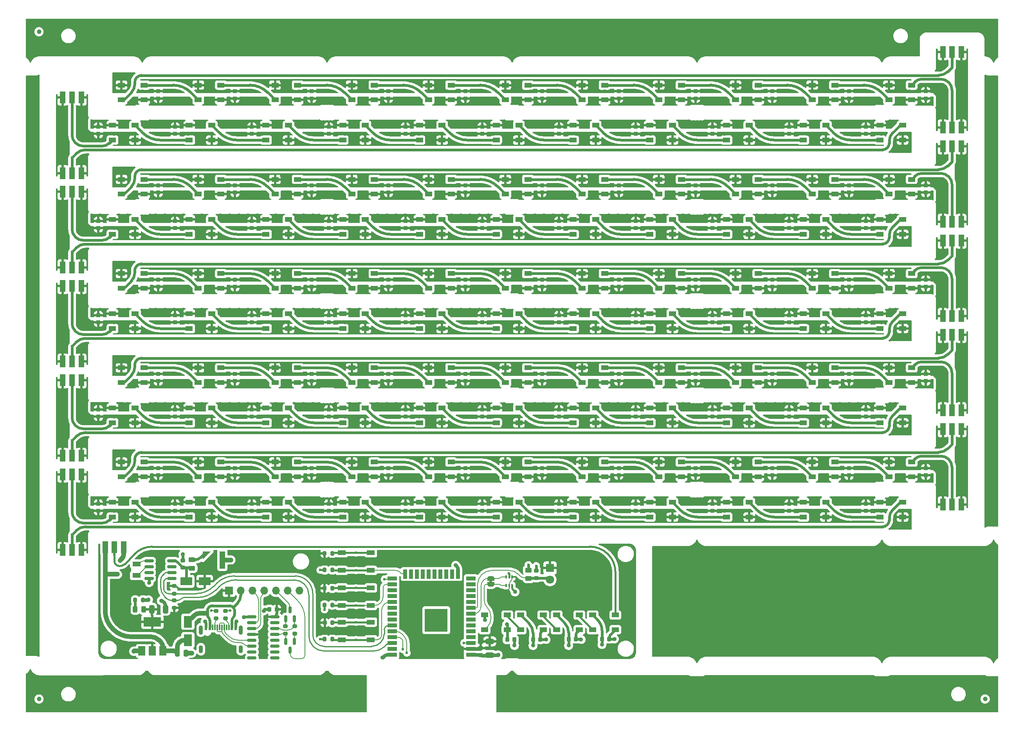
<source format=gtl>
G04 #@! TF.GenerationSoftware,KiCad,Pcbnew,(6.0.2)*
G04 #@! TF.CreationDate,2022-08-28T20:21:12+12:00*
G04 #@! TF.ProjectId,Wordclock,576f7264-636c-46f6-936b-2e6b69636164,1*
G04 #@! TF.SameCoordinates,Original*
G04 #@! TF.FileFunction,Copper,L1,Top*
G04 #@! TF.FilePolarity,Positive*
%FSLAX46Y46*%
G04 Gerber Fmt 4.6, Leading zero omitted, Abs format (unit mm)*
G04 Created by KiCad (PCBNEW (6.0.2)) date 2022-08-28 20:21:12*
%MOMM*%
%LPD*%
G01*
G04 APERTURE LIST*
G04 Aperture macros list*
%AMRoundRect*
0 Rectangle with rounded corners*
0 $1 Rounding radius*
0 $2 $3 $4 $5 $6 $7 $8 $9 X,Y pos of 4 corners*
0 Add a 4 corners polygon primitive as box body*
4,1,4,$2,$3,$4,$5,$6,$7,$8,$9,$2,$3,0*
0 Add four circle primitives for the rounded corners*
1,1,$1+$1,$2,$3*
1,1,$1+$1,$4,$5*
1,1,$1+$1,$6,$7*
1,1,$1+$1,$8,$9*
0 Add four rect primitives between the rounded corners*
20,1,$1+$1,$2,$3,$4,$5,0*
20,1,$1+$1,$4,$5,$6,$7,0*
20,1,$1+$1,$6,$7,$8,$9,0*
20,1,$1+$1,$8,$9,$2,$3,0*%
%AMOutline4P*
0 Free polygon, 4 corners , with rotation*
0 The origin of the aperture is its center*
0 number of corners: always 4*
0 $1 to $8 corner X, Y*
0 $9 Rotation angle, in degrees counterclockwise*
0 create outline with 4 corners*
4,1,4,$1,$2,$3,$4,$5,$6,$7,$8,$1,$2,$9*%
%AMFreePoly0*
4,1,22,0.500000,-0.750000,0.000000,-0.750000,0.000000,-0.745033,-0.079941,-0.743568,-0.215256,-0.701293,-0.333266,-0.622738,-0.424486,-0.514219,-0.481581,-0.384460,-0.499164,-0.250000,-0.500000,-0.250000,-0.500000,0.250000,-0.499164,0.250000,-0.499963,0.256109,-0.478152,0.396186,-0.417904,0.524511,-0.324060,0.630769,-0.204165,0.706417,-0.067858,0.745374,0.000000,0.744959,0.000000,0.750000,
0.500000,0.750000,0.500000,-0.750000,0.500000,-0.750000,$1*%
%AMFreePoly1*
4,1,20,0.000000,0.744959,0.073905,0.744508,0.209726,0.703889,0.328688,0.626782,0.421226,0.519385,0.479903,0.390333,0.500000,0.250000,0.500000,-0.250000,0.499851,-0.262216,0.476331,-0.402017,0.414519,-0.529596,0.319384,-0.634700,0.198574,-0.708877,0.061801,-0.746166,0.000000,-0.745033,0.000000,-0.750000,-0.500000,-0.750000,-0.500000,0.750000,0.000000,0.750000,0.000000,0.744959,
0.000000,0.744959,$1*%
G04 Aperture macros list end*
G04 #@! TA.AperFunction,SMDPad,CuDef*
%ADD10RoundRect,0.150000X-0.825000X-0.150000X0.825000X-0.150000X0.825000X0.150000X-0.825000X0.150000X0*%
G04 #@! TD*
G04 #@! TA.AperFunction,SMDPad,CuDef*
%ADD11RoundRect,0.225000X-0.250000X0.225000X-0.250000X-0.225000X0.250000X-0.225000X0.250000X0.225000X0*%
G04 #@! TD*
G04 #@! TA.AperFunction,ComponentPad*
%ADD12R,1.800000X1.800000*%
G04 #@! TD*
G04 #@! TA.AperFunction,ComponentPad*
%ADD13C,1.800000*%
G04 #@! TD*
G04 #@! TA.AperFunction,SMDPad,CuDef*
%ADD14R,1.500000X1.000000*%
G04 #@! TD*
G04 #@! TA.AperFunction,SMDPad,CuDef*
%ADD15C,1.000000*%
G04 #@! TD*
G04 #@! TA.AperFunction,SMDPad,CuDef*
%ADD16RoundRect,0.225000X0.250000X-0.225000X0.250000X0.225000X-0.250000X0.225000X-0.250000X-0.225000X0*%
G04 #@! TD*
G04 #@! TA.AperFunction,SMDPad,CuDef*
%ADD17RoundRect,0.200000X0.200000X0.275000X-0.200000X0.275000X-0.200000X-0.275000X0.200000X-0.275000X0*%
G04 #@! TD*
G04 #@! TA.AperFunction,SMDPad,CuDef*
%ADD18FreePoly0,270.000000*%
G04 #@! TD*
G04 #@! TA.AperFunction,SMDPad,CuDef*
%ADD19FreePoly1,270.000000*%
G04 #@! TD*
G04 #@! TA.AperFunction,SMDPad,CuDef*
%ADD20RoundRect,0.200000X-0.275000X0.200000X-0.275000X-0.200000X0.275000X-0.200000X0.275000X0.200000X0*%
G04 #@! TD*
G04 #@! TA.AperFunction,SMDPad,CuDef*
%ADD21R,1.800000X1.000000*%
G04 #@! TD*
G04 #@! TA.AperFunction,SMDPad,CuDef*
%ADD22R,1.200000X2.500000*%
G04 #@! TD*
G04 #@! TA.AperFunction,SMDPad,CuDef*
%ADD23RoundRect,0.250000X0.450000X-0.262500X0.450000X0.262500X-0.450000X0.262500X-0.450000X-0.262500X0*%
G04 #@! TD*
G04 #@! TA.AperFunction,SMDPad,CuDef*
%ADD24RoundRect,0.200000X-0.200000X-0.275000X0.200000X-0.275000X0.200000X0.275000X-0.200000X0.275000X0*%
G04 #@! TD*
G04 #@! TA.AperFunction,SMDPad,CuDef*
%ADD25R,1.700000X1.000000*%
G04 #@! TD*
G04 #@! TA.AperFunction,ComponentPad*
%ADD26R,1.700000X1.700000*%
G04 #@! TD*
G04 #@! TA.AperFunction,ComponentPad*
%ADD27O,1.700000X1.700000*%
G04 #@! TD*
G04 #@! TA.AperFunction,SMDPad,CuDef*
%ADD28RoundRect,0.225000X0.225000X0.250000X-0.225000X0.250000X-0.225000X-0.250000X0.225000X-0.250000X0*%
G04 #@! TD*
G04 #@! TA.AperFunction,SMDPad,CuDef*
%ADD29RoundRect,0.200000X0.275000X-0.200000X0.275000X0.200000X-0.275000X0.200000X-0.275000X-0.200000X0*%
G04 #@! TD*
G04 #@! TA.AperFunction,SMDPad,CuDef*
%ADD30RoundRect,0.243750X0.243750X0.456250X-0.243750X0.456250X-0.243750X-0.456250X0.243750X-0.456250X0*%
G04 #@! TD*
G04 #@! TA.AperFunction,SMDPad,CuDef*
%ADD31R,0.400000X0.650000*%
G04 #@! TD*
G04 #@! TA.AperFunction,SMDPad,CuDef*
%ADD32R,2.000000X0.900000*%
G04 #@! TD*
G04 #@! TA.AperFunction,SMDPad,CuDef*
%ADD33R,0.900000X2.000000*%
G04 #@! TD*
G04 #@! TA.AperFunction,SMDPad,CuDef*
%ADD34R,5.000000X5.000000*%
G04 #@! TD*
G04 #@! TA.AperFunction,SMDPad,CuDef*
%ADD35R,0.600000X1.160000*%
G04 #@! TD*
G04 #@! TA.AperFunction,SMDPad,CuDef*
%ADD36R,0.300000X1.160000*%
G04 #@! TD*
G04 #@! TA.AperFunction,ComponentPad*
%ADD37O,0.900000X1.700000*%
G04 #@! TD*
G04 #@! TA.AperFunction,ComponentPad*
%ADD38O,0.900000X2.000000*%
G04 #@! TD*
G04 #@! TA.AperFunction,SMDPad,CuDef*
%ADD39RoundRect,0.250000X-0.325000X-0.650000X0.325000X-0.650000X0.325000X0.650000X-0.325000X0.650000X0*%
G04 #@! TD*
G04 #@! TA.AperFunction,SMDPad,CuDef*
%ADD40RoundRect,0.150000X0.150000X-0.587500X0.150000X0.587500X-0.150000X0.587500X-0.150000X-0.587500X0*%
G04 #@! TD*
G04 #@! TA.AperFunction,SMDPad,CuDef*
%ADD41Outline4P,-1.299500X-0.650000X1.299500X-0.650000X0.000500X0.650000X-0.000500X0.650000X45.000000*%
G04 #@! TD*
G04 #@! TA.AperFunction,SMDPad,CuDef*
%ADD42R,1.200000X3.700000*%
G04 #@! TD*
G04 #@! TA.AperFunction,SMDPad,CuDef*
%ADD43RoundRect,0.150000X-0.150000X0.587500X-0.150000X-0.587500X0.150000X-0.587500X0.150000X0.587500X0*%
G04 #@! TD*
G04 #@! TA.AperFunction,SMDPad,CuDef*
%ADD44R,2.500000X1.800000*%
G04 #@! TD*
G04 #@! TA.AperFunction,SMDPad,CuDef*
%ADD45R,1.800000X2.500000*%
G04 #@! TD*
G04 #@! TA.AperFunction,SMDPad,CuDef*
%ADD46RoundRect,0.225000X-0.225000X-0.250000X0.225000X-0.250000X0.225000X0.250000X-0.225000X0.250000X0*%
G04 #@! TD*
G04 #@! TA.AperFunction,SMDPad,CuDef*
%ADD47RoundRect,0.250000X-0.250000X-0.475000X0.250000X-0.475000X0.250000X0.475000X-0.250000X0.475000X0*%
G04 #@! TD*
G04 #@! TA.AperFunction,SMDPad,CuDef*
%ADD48RoundRect,0.250000X-0.650000X0.325000X-0.650000X-0.325000X0.650000X-0.325000X0.650000X0.325000X0*%
G04 #@! TD*
G04 #@! TA.AperFunction,SMDPad,CuDef*
%ADD49R,1.500000X2.000000*%
G04 #@! TD*
G04 #@! TA.AperFunction,SMDPad,CuDef*
%ADD50R,3.800000X2.000000*%
G04 #@! TD*
G04 #@! TA.AperFunction,ViaPad*
%ADD51C,0.600000*%
G04 #@! TD*
G04 #@! TA.AperFunction,ViaPad*
%ADD52C,0.900000*%
G04 #@! TD*
G04 #@! TA.AperFunction,Conductor*
%ADD53C,1.000000*%
G04 #@! TD*
G04 #@! TA.AperFunction,Conductor*
%ADD54C,0.600000*%
G04 #@! TD*
G04 #@! TA.AperFunction,Conductor*
%ADD55C,0.400000*%
G04 #@! TD*
G04 #@! TA.AperFunction,Conductor*
%ADD56C,0.800000*%
G04 #@! TD*
G04 #@! TA.AperFunction,Conductor*
%ADD57C,0.200000*%
G04 #@! TD*
G04 #@! TA.AperFunction,Conductor*
%ADD58C,0.250000*%
G04 #@! TD*
G04 APERTURE END LIST*
G36*
X134128965Y-143308446D02*
G01*
X133528965Y-143308446D01*
X133528965Y-142808446D01*
X134128965Y-142808446D01*
X134128965Y-143308446D01*
G37*
D10*
X82175000Y-150755000D03*
X82175000Y-152025000D03*
X82175000Y-153295000D03*
X82175000Y-154565000D03*
X82175000Y-155835000D03*
X82175000Y-157105000D03*
X82175000Y-158375000D03*
X82175000Y-159645000D03*
X87125000Y-159645000D03*
X87125000Y-158375000D03*
X87125000Y-157105000D03*
X87125000Y-155835000D03*
X87125000Y-154565000D03*
X87125000Y-153295000D03*
X87125000Y-152025000D03*
X87125000Y-150755000D03*
D11*
X131975000Y-65075000D03*
X131975000Y-66625000D03*
D12*
X146653965Y-140173446D03*
D13*
X146653965Y-142713446D03*
D14*
X151625000Y-125950000D03*
X151625000Y-129150000D03*
X156525000Y-129150000D03*
X156525000Y-125950000D03*
D15*
X36125000Y-24100000D03*
D14*
X201425000Y-125950000D03*
X201425000Y-129150000D03*
X206325000Y-129150000D03*
X206325000Y-125950000D03*
X224875000Y-100050000D03*
X224875000Y-96850000D03*
X219975000Y-96850000D03*
X219975000Y-100050000D03*
D11*
X165175000Y-105875000D03*
X165175000Y-107425000D03*
D16*
X161525000Y-99725000D03*
X161525000Y-98175000D03*
D11*
X181775000Y-126275000D03*
X181775000Y-127825000D03*
D16*
X61925000Y-38525000D03*
X61925000Y-36975000D03*
D17*
X99575000Y-155600000D03*
X97925000Y-155600000D03*
D18*
X133828965Y-142408446D03*
D19*
X133828965Y-143708446D03*
D11*
X65575000Y-65075000D03*
X65575000Y-66625000D03*
D14*
X85225000Y-64750000D03*
X85225000Y-67950000D03*
X90125000Y-67950000D03*
X90125000Y-64750000D03*
D20*
X76450000Y-149475000D03*
X76450000Y-151125000D03*
D14*
X108675000Y-100050000D03*
X108675000Y-96850000D03*
X103775000Y-96850000D03*
X103775000Y-100050000D03*
D11*
X65575000Y-105875000D03*
X65575000Y-107425000D03*
D16*
X67205000Y-140080000D03*
X67205000Y-138530000D03*
D14*
X58875000Y-100050000D03*
X58875000Y-96850000D03*
X53975000Y-96850000D03*
X53975000Y-100050000D03*
D17*
X99575000Y-148200000D03*
X97925000Y-148200000D03*
D14*
X85225000Y-44350000D03*
X85225000Y-47550000D03*
X90125000Y-47550000D03*
X90125000Y-44350000D03*
X224875000Y-120450000D03*
X224875000Y-117250000D03*
X219975000Y-117250000D03*
X219975000Y-120450000D03*
D21*
X57205000Y-141808446D03*
X57205000Y-139308446D03*
D14*
X168225000Y-105550000D03*
X168225000Y-108750000D03*
X173125000Y-108750000D03*
X173125000Y-105550000D03*
D16*
X194725000Y-99725000D03*
X194725000Y-98175000D03*
D14*
X158475000Y-79650000D03*
X158475000Y-76450000D03*
X153575000Y-76450000D03*
X153575000Y-79650000D03*
X52025000Y-125950000D03*
X52025000Y-129150000D03*
X56925000Y-129150000D03*
X56925000Y-125950000D03*
D22*
X235625000Y-44850000D03*
X233625000Y-44850000D03*
X231625000Y-44850000D03*
D11*
X82175000Y-65075000D03*
X82175000Y-66625000D03*
D16*
X194725000Y-38525000D03*
X194725000Y-36975000D03*
D11*
X181775000Y-44675000D03*
X181775000Y-46225000D03*
X48975000Y-105875000D03*
X48975000Y-107425000D03*
D16*
X161525000Y-79325000D03*
X161525000Y-77775000D03*
D14*
X68625000Y-85150000D03*
X68625000Y-88350000D03*
X73525000Y-88350000D03*
X73525000Y-85150000D03*
D16*
X128325000Y-99725000D03*
X128325000Y-98175000D03*
D14*
X68625000Y-105550000D03*
X68625000Y-108750000D03*
X73525000Y-108750000D03*
X73525000Y-105550000D03*
D11*
X48975000Y-85475000D03*
X48975000Y-87025000D03*
D16*
X61925000Y-58925000D03*
X61925000Y-57375000D03*
X95125000Y-79325000D03*
X95125000Y-77775000D03*
D11*
X148575000Y-105875000D03*
X148575000Y-107425000D03*
X214975000Y-85475000D03*
X214975000Y-87025000D03*
D14*
X135025000Y-125950000D03*
X135025000Y-129150000D03*
X139925000Y-129150000D03*
X139925000Y-125950000D03*
D11*
X148575000Y-44675000D03*
X148575000Y-46225000D03*
X214975000Y-44675000D03*
X214975000Y-46225000D03*
D22*
X235625000Y-85650000D03*
X233625000Y-85650000D03*
X231625000Y-85650000D03*
D14*
X224875000Y-79650000D03*
X224875000Y-76450000D03*
X219975000Y-76450000D03*
X219975000Y-79650000D03*
D11*
X148575000Y-85475000D03*
X148575000Y-87025000D03*
D16*
X111725000Y-99725000D03*
X111725000Y-98175000D03*
D14*
X75475000Y-120450000D03*
X75475000Y-117250000D03*
X70575000Y-117250000D03*
X70575000Y-120450000D03*
X208275000Y-100050000D03*
X208275000Y-96850000D03*
X203375000Y-96850000D03*
X203375000Y-100050000D03*
X92075000Y-120450000D03*
X92075000Y-117250000D03*
X87175000Y-117250000D03*
X87175000Y-120450000D03*
D16*
X178125000Y-79325000D03*
X178125000Y-77775000D03*
D11*
X98775000Y-85475000D03*
X98775000Y-87025000D03*
D10*
X59930000Y-138600000D03*
X59930000Y-139870000D03*
X59930000Y-141140000D03*
X59930000Y-142410000D03*
X64880000Y-142410000D03*
X64880000Y-141140000D03*
X64880000Y-139870000D03*
X64880000Y-138600000D03*
D16*
X78525000Y-120125000D03*
X78525000Y-118575000D03*
D14*
X151625000Y-105550000D03*
X151625000Y-108750000D03*
X156525000Y-108750000D03*
X156525000Y-105550000D03*
D23*
X141978965Y-142470946D03*
X141978965Y-140645946D03*
D20*
X91450000Y-152775000D03*
X91450000Y-154425000D03*
D11*
X181775000Y-65075000D03*
X181775000Y-66625000D03*
D24*
X97925000Y-137000000D03*
X99575000Y-137000000D03*
D11*
X198375000Y-85475000D03*
X198375000Y-87025000D03*
D14*
X184825000Y-125950000D03*
X184825000Y-129150000D03*
X189725000Y-129150000D03*
X189725000Y-125950000D03*
X175075000Y-38850000D03*
X175075000Y-35650000D03*
X170175000Y-35650000D03*
X170175000Y-38850000D03*
X168225000Y-64750000D03*
X168225000Y-67950000D03*
X173125000Y-67950000D03*
X173125000Y-64750000D03*
D25*
X107900000Y-144500000D03*
X101600000Y-144500000D03*
X101600000Y-148300000D03*
X107900000Y-148300000D03*
D15*
X36125000Y-168550000D03*
D14*
X108675000Y-79650000D03*
X108675000Y-76450000D03*
X103775000Y-76450000D03*
X103775000Y-79650000D03*
D22*
X41275000Y-79150000D03*
X43275000Y-79150000D03*
X45275000Y-79150000D03*
D14*
X92075000Y-100050000D03*
X92075000Y-96850000D03*
X87175000Y-96850000D03*
X87175000Y-100050000D03*
D16*
X178125000Y-120125000D03*
X178125000Y-118575000D03*
D26*
X77238965Y-145108446D03*
D27*
X79778965Y-145108446D03*
X82318965Y-145108446D03*
X84858965Y-145108446D03*
X87398965Y-145108446D03*
X89938965Y-145108446D03*
X92478965Y-145108446D03*
D14*
X218025000Y-44350000D03*
X218025000Y-47550000D03*
X222925000Y-47550000D03*
X222925000Y-44350000D03*
D20*
X74450000Y-149475000D03*
X74450000Y-151125000D03*
D14*
X184825000Y-105550000D03*
X184825000Y-108750000D03*
X189725000Y-108750000D03*
X189725000Y-105550000D03*
D16*
X161525000Y-120125000D03*
X161525000Y-118575000D03*
D14*
X118425000Y-85150000D03*
X118425000Y-88350000D03*
X123325000Y-88350000D03*
X123325000Y-85150000D03*
D24*
X56928965Y-147108446D03*
X58578965Y-147108446D03*
D22*
X41275000Y-99550000D03*
X43275000Y-99550000D03*
X45275000Y-99550000D03*
D11*
X165175000Y-44675000D03*
X165175000Y-46225000D03*
D14*
X75475000Y-100050000D03*
X75475000Y-96850000D03*
X70575000Y-96850000D03*
X70575000Y-100050000D03*
D16*
X178125000Y-99725000D03*
X178125000Y-98175000D03*
D28*
X152253965Y-155558446D03*
X150703965Y-155558446D03*
D14*
X175075000Y-59250000D03*
X175075000Y-56050000D03*
X170175000Y-56050000D03*
X170175000Y-59250000D03*
D22*
X41275000Y-119950000D03*
X43275000Y-119950000D03*
X45275000Y-119950000D03*
X235625000Y-89700000D03*
X233625000Y-89700000D03*
X231625000Y-89700000D03*
D14*
X145203965Y-153558446D03*
X145203965Y-150358446D03*
X140303965Y-150358446D03*
X140303965Y-153558446D03*
D16*
X144925000Y-120125000D03*
X144925000Y-118575000D03*
D14*
X101825000Y-44350000D03*
X101825000Y-47550000D03*
X106725000Y-47550000D03*
X106725000Y-44350000D03*
X58875000Y-59250000D03*
X58875000Y-56050000D03*
X53975000Y-56050000D03*
X53975000Y-59250000D03*
D29*
X89450000Y-154425000D03*
X89450000Y-152775000D03*
D14*
X201425000Y-85150000D03*
X201425000Y-88350000D03*
X206325000Y-88350000D03*
X206325000Y-85150000D03*
X58875000Y-38850000D03*
X58875000Y-35650000D03*
X53975000Y-35650000D03*
X53975000Y-38850000D03*
D16*
X227925000Y-38525000D03*
X227925000Y-36975000D03*
D30*
X58803965Y-149108446D03*
X56928965Y-149108446D03*
D11*
X98775000Y-126275000D03*
X98775000Y-127825000D03*
D14*
X125275000Y-120450000D03*
X125275000Y-117250000D03*
X120375000Y-117250000D03*
X120375000Y-120450000D03*
D31*
X138478965Y-142108446D03*
X137828965Y-142108446D03*
X137178965Y-142108446D03*
X137178965Y-144008446D03*
X137828965Y-144008446D03*
X138478965Y-144008446D03*
D14*
X75475000Y-79650000D03*
X75475000Y-76450000D03*
X70575000Y-76450000D03*
X70575000Y-79650000D03*
X151625000Y-64750000D03*
X151625000Y-67950000D03*
X156525000Y-67950000D03*
X156525000Y-64750000D03*
X168225000Y-85150000D03*
X168225000Y-88350000D03*
X173125000Y-88350000D03*
X173125000Y-85150000D03*
X151625000Y-44350000D03*
X151625000Y-47550000D03*
X156525000Y-47550000D03*
X156525000Y-44350000D03*
D11*
X48975000Y-126275000D03*
X48975000Y-127825000D03*
D14*
X108675000Y-59250000D03*
X108675000Y-56050000D03*
X103775000Y-56050000D03*
X103775000Y-59250000D03*
D16*
X61925000Y-99725000D03*
X61925000Y-98175000D03*
D11*
X131975000Y-126275000D03*
X131975000Y-127825000D03*
D14*
X141875000Y-100050000D03*
X141875000Y-96850000D03*
X136975000Y-96850000D03*
X136975000Y-100050000D03*
D11*
X115375000Y-126275000D03*
X115375000Y-127825000D03*
D14*
X208275000Y-79650000D03*
X208275000Y-76450000D03*
X203375000Y-76450000D03*
X203375000Y-79650000D03*
D11*
X131975000Y-105875000D03*
X131975000Y-107425000D03*
D14*
X85225000Y-85150000D03*
X85225000Y-88350000D03*
X90125000Y-88350000D03*
X90125000Y-85150000D03*
D16*
X161525000Y-38525000D03*
X161525000Y-36975000D03*
D14*
X92075000Y-38850000D03*
X92075000Y-35650000D03*
X87175000Y-35650000D03*
X87175000Y-38850000D03*
D20*
X65350000Y-144075000D03*
X65350000Y-145725000D03*
D14*
X125275000Y-59250000D03*
X125275000Y-56050000D03*
X120375000Y-56050000D03*
X120375000Y-59250000D03*
D11*
X198375000Y-105875000D03*
X198375000Y-107425000D03*
D14*
X68625000Y-125950000D03*
X68625000Y-129150000D03*
X73525000Y-129150000D03*
X73525000Y-125950000D03*
D16*
X144925000Y-79325000D03*
X144925000Y-77775000D03*
X144925000Y-38525000D03*
X144925000Y-36975000D03*
X111725000Y-38525000D03*
X111725000Y-36975000D03*
D14*
X208275000Y-59250000D03*
X208275000Y-56050000D03*
X203375000Y-56050000D03*
X203375000Y-59250000D03*
D22*
X41275000Y-115900000D03*
X43275000Y-115900000D03*
X45275000Y-115900000D03*
D14*
X168225000Y-125950000D03*
X168225000Y-129150000D03*
X173125000Y-129150000D03*
X173125000Y-125950000D03*
D32*
X129550000Y-159000000D03*
X129550000Y-157730000D03*
X129550000Y-156460000D03*
X129550000Y-155190000D03*
X129550000Y-153920000D03*
X129550000Y-152650000D03*
X129550000Y-151380000D03*
X129550000Y-150110000D03*
X129550000Y-148840000D03*
X129550000Y-147570000D03*
X129550000Y-146300000D03*
X129550000Y-145030000D03*
X129550000Y-143760000D03*
X129550000Y-142490000D03*
D33*
X126765000Y-141490000D03*
X125495000Y-141490000D03*
X124225000Y-141490000D03*
X122955000Y-141490000D03*
X121685000Y-141490000D03*
X120415000Y-141490000D03*
X119145000Y-141490000D03*
X117875000Y-141490000D03*
X116605000Y-141490000D03*
X115335000Y-141490000D03*
D32*
X112550000Y-142490000D03*
X112550000Y-143760000D03*
X112550000Y-145030000D03*
X112550000Y-146300000D03*
X112550000Y-147570000D03*
X112550000Y-148840000D03*
X112550000Y-150110000D03*
X112550000Y-151380000D03*
X112550000Y-152650000D03*
X112550000Y-153920000D03*
X112550000Y-155190000D03*
X112550000Y-156460000D03*
X112550000Y-157730000D03*
X112550000Y-159000000D03*
D34*
X122050000Y-151500000D03*
D22*
X50450000Y-135650000D03*
X52450000Y-135650000D03*
X54450000Y-135650000D03*
D14*
X108675000Y-120450000D03*
X108675000Y-117250000D03*
X103775000Y-117250000D03*
X103775000Y-120450000D03*
D11*
X82175000Y-44675000D03*
X82175000Y-46225000D03*
D25*
X101600000Y-151900000D03*
X107900000Y-151900000D03*
X101600000Y-155700000D03*
X107900000Y-155700000D03*
D35*
X72250000Y-153015000D03*
X73050000Y-153015000D03*
D36*
X74200000Y-153015000D03*
X75200000Y-153015000D03*
X75700000Y-153015000D03*
X76700000Y-153015000D03*
D35*
X77850000Y-153015000D03*
X78650000Y-153015000D03*
X78650000Y-153015000D03*
X77850000Y-153015000D03*
D36*
X77200000Y-153015000D03*
X76200000Y-153015000D03*
X74700000Y-153015000D03*
X73700000Y-153015000D03*
D35*
X73050000Y-153015000D03*
X72250000Y-153015000D03*
D37*
X79770000Y-157765000D03*
X71130000Y-157765000D03*
D38*
X79770000Y-153595000D03*
X71130000Y-153595000D03*
D14*
X153003965Y-153558446D03*
X153003965Y-150358446D03*
X148103965Y-150358446D03*
X148103965Y-153558446D03*
D22*
X41275000Y-136300000D03*
X43275000Y-136300000D03*
X45275000Y-136300000D03*
X41275000Y-54700000D03*
X43275000Y-54700000D03*
X45275000Y-54700000D03*
D11*
X214975000Y-65075000D03*
X214975000Y-66625000D03*
D16*
X78525000Y-99725000D03*
X78525000Y-98175000D03*
D14*
X175075000Y-120450000D03*
X175075000Y-117250000D03*
X170175000Y-117250000D03*
X170175000Y-120450000D03*
D16*
X95125000Y-38525000D03*
X95125000Y-36975000D03*
X178125000Y-38525000D03*
X178125000Y-36975000D03*
D11*
X148575000Y-65075000D03*
X148575000Y-66625000D03*
D14*
X118425000Y-125950000D03*
X118425000Y-129150000D03*
X123325000Y-129150000D03*
X123325000Y-125950000D03*
D25*
X101600000Y-136900000D03*
X107900000Y-136900000D03*
X107900000Y-140700000D03*
X101600000Y-140700000D03*
D14*
X75475000Y-59250000D03*
X75475000Y-56050000D03*
X70575000Y-56050000D03*
X70575000Y-59250000D03*
D28*
X87525000Y-149100000D03*
X85975000Y-149100000D03*
D14*
X191675000Y-38850000D03*
X191675000Y-35650000D03*
X186775000Y-35650000D03*
X186775000Y-38850000D03*
D11*
X148575000Y-126275000D03*
X148575000Y-127825000D03*
D22*
X235625000Y-110100000D03*
X233625000Y-110100000D03*
X231625000Y-110100000D03*
D11*
X181775000Y-105875000D03*
X181775000Y-107425000D03*
D28*
X159475000Y-155558446D03*
X157925000Y-155558446D03*
D39*
X60528965Y-149108446D03*
X63478965Y-149108446D03*
D16*
X128325000Y-120125000D03*
X128325000Y-118575000D03*
D14*
X101825000Y-85150000D03*
X101825000Y-88350000D03*
X106725000Y-88350000D03*
X106725000Y-85150000D03*
D23*
X69205000Y-140217500D03*
X69205000Y-138392500D03*
D16*
X194725000Y-120125000D03*
X194725000Y-118575000D03*
D40*
X89500000Y-151137500D03*
X91400000Y-151137500D03*
X90450000Y-149262500D03*
D16*
X95125000Y-120125000D03*
X95125000Y-118575000D03*
D11*
X82175000Y-126275000D03*
X82175000Y-127825000D03*
D14*
X125275000Y-79650000D03*
X125275000Y-76450000D03*
X120375000Y-76450000D03*
X120375000Y-79650000D03*
D11*
X98775000Y-105875000D03*
X98775000Y-107425000D03*
D14*
X125275000Y-100050000D03*
X125275000Y-96850000D03*
X120375000Y-96850000D03*
X120375000Y-100050000D03*
X118425000Y-64750000D03*
X118425000Y-67950000D03*
X123325000Y-67950000D03*
X123325000Y-64750000D03*
X218025000Y-105550000D03*
X218025000Y-108750000D03*
X222925000Y-108750000D03*
X222925000Y-105550000D03*
D24*
X97925000Y-144600000D03*
X99575000Y-144600000D03*
D16*
X78525000Y-58925000D03*
X78525000Y-57375000D03*
D14*
X184825000Y-44350000D03*
X184825000Y-47550000D03*
X189725000Y-47550000D03*
X189725000Y-44350000D03*
D11*
X115375000Y-44675000D03*
X115375000Y-46225000D03*
D24*
X97928965Y-152008446D03*
X99578965Y-152008446D03*
D11*
X198375000Y-44675000D03*
X198375000Y-46225000D03*
D41*
X71989590Y-137008446D03*
D42*
X75789590Y-138458446D03*
D22*
X41275000Y-58750000D03*
X43275000Y-58750000D03*
X45275000Y-58750000D03*
D14*
X158475000Y-120450000D03*
X158475000Y-117250000D03*
X153575000Y-117250000D03*
X153575000Y-120450000D03*
D22*
X41275000Y-38350000D03*
X43275000Y-38350000D03*
X45275000Y-38350000D03*
D16*
X161525000Y-58925000D03*
X161525000Y-57375000D03*
D14*
X158475000Y-59250000D03*
X158475000Y-56050000D03*
X153575000Y-56050000D03*
X153575000Y-59250000D03*
D43*
X91400000Y-156062500D03*
X89500000Y-156062500D03*
X90450000Y-157937500D03*
D14*
X68625000Y-44350000D03*
X68625000Y-47550000D03*
X73525000Y-47550000D03*
X73525000Y-44350000D03*
X151625000Y-85150000D03*
X151625000Y-88350000D03*
X156525000Y-88350000D03*
X156525000Y-85150000D03*
D44*
X67978965Y-143058446D03*
X71978965Y-143058446D03*
D14*
X141875000Y-120450000D03*
X141875000Y-117250000D03*
X136975000Y-117250000D03*
X136975000Y-120450000D03*
D17*
X99575000Y-140600000D03*
X97925000Y-140600000D03*
D14*
X75475000Y-38850000D03*
X75475000Y-35650000D03*
X70575000Y-35650000D03*
X70575000Y-38850000D03*
X218025000Y-64750000D03*
X218025000Y-67950000D03*
X222925000Y-67950000D03*
X222925000Y-64750000D03*
D16*
X61925000Y-120125000D03*
X61925000Y-118575000D03*
D14*
X108675000Y-38850000D03*
X108675000Y-35650000D03*
X103775000Y-35650000D03*
X103775000Y-38850000D03*
D11*
X165175000Y-85475000D03*
X165175000Y-87025000D03*
X82175000Y-85475000D03*
X82175000Y-87025000D03*
X181775000Y-85475000D03*
X181775000Y-87025000D03*
D14*
X135025000Y-105550000D03*
X135025000Y-108750000D03*
X139925000Y-108750000D03*
X139925000Y-105550000D03*
X208275000Y-120450000D03*
X208275000Y-117250000D03*
X203375000Y-117250000D03*
X203375000Y-120450000D03*
X92075000Y-79650000D03*
X92075000Y-76450000D03*
X87175000Y-76450000D03*
X87175000Y-79650000D03*
D11*
X48975000Y-65075000D03*
X48975000Y-66625000D03*
X165175000Y-65075000D03*
X165175000Y-66625000D03*
D14*
X158475000Y-100050000D03*
X158475000Y-96850000D03*
X153575000Y-96850000D03*
X153575000Y-100050000D03*
D16*
X95125000Y-99725000D03*
X95125000Y-98175000D03*
D14*
X141875000Y-79650000D03*
X141875000Y-76450000D03*
X136975000Y-76450000D03*
X136975000Y-79650000D03*
D22*
X235625000Y-48900000D03*
X233625000Y-48900000D03*
X231625000Y-48900000D03*
D14*
X201425000Y-64750000D03*
X201425000Y-67950000D03*
X206325000Y-67950000D03*
X206325000Y-64750000D03*
D22*
X235625000Y-106050000D03*
X233625000Y-106050000D03*
X231625000Y-106050000D03*
D14*
X218025000Y-125950000D03*
X218025000Y-129150000D03*
X222925000Y-129150000D03*
X222925000Y-125950000D03*
D11*
X131975000Y-85475000D03*
X131975000Y-87025000D03*
D16*
X178125000Y-58925000D03*
X178125000Y-57375000D03*
D45*
X68328965Y-155808446D03*
X68328965Y-151808446D03*
D16*
X61925000Y-79325000D03*
X61925000Y-77775000D03*
D15*
X36125000Y-24100000D03*
D14*
X118425000Y-105550000D03*
X118425000Y-108750000D03*
X123325000Y-108750000D03*
X123325000Y-105550000D03*
D29*
X65350000Y-148825000D03*
X65350000Y-147175000D03*
D14*
X141875000Y-59250000D03*
X141875000Y-56050000D03*
X136975000Y-56050000D03*
X136975000Y-59250000D03*
D16*
X227925000Y-99725000D03*
X227925000Y-98175000D03*
X144925000Y-58925000D03*
X144925000Y-57375000D03*
D11*
X214975000Y-126275000D03*
X214975000Y-127825000D03*
D14*
X184825000Y-85150000D03*
X184825000Y-88350000D03*
X189725000Y-88350000D03*
X189725000Y-85150000D03*
D16*
X95125000Y-58925000D03*
X95125000Y-57375000D03*
D14*
X184825000Y-64750000D03*
X184825000Y-67950000D03*
X189725000Y-67950000D03*
X189725000Y-64750000D03*
D11*
X131678965Y-157533446D03*
X131678965Y-159083446D03*
D14*
X191675000Y-79650000D03*
X191675000Y-76450000D03*
X186775000Y-76450000D03*
X186775000Y-79650000D03*
X135025000Y-44350000D03*
X135025000Y-47550000D03*
X139925000Y-47550000D03*
X139925000Y-44350000D03*
D11*
X115375000Y-105875000D03*
X115375000Y-107425000D03*
D16*
X227925000Y-120125000D03*
X227925000Y-118575000D03*
D14*
X92075000Y-59250000D03*
X92075000Y-56050000D03*
X87175000Y-56050000D03*
X87175000Y-59250000D03*
D11*
X198375000Y-126275000D03*
X198375000Y-127825000D03*
D28*
X144553965Y-155658446D03*
X143003965Y-155658446D03*
D14*
X58875000Y-120450000D03*
X58875000Y-117250000D03*
X53975000Y-117250000D03*
X53975000Y-120450000D03*
D11*
X98775000Y-44675000D03*
X98775000Y-46225000D03*
X65575000Y-85475000D03*
X65575000Y-87025000D03*
X214975000Y-105875000D03*
X214975000Y-107425000D03*
D22*
X235625000Y-65250000D03*
X233625000Y-65250000D03*
X231625000Y-65250000D03*
D14*
X58875000Y-79650000D03*
X58875000Y-76450000D03*
X53975000Y-76450000D03*
X53975000Y-79650000D03*
X175075000Y-100050000D03*
X175075000Y-96850000D03*
X170175000Y-96850000D03*
X170175000Y-100050000D03*
X101825000Y-105550000D03*
X101825000Y-108750000D03*
X106725000Y-108750000D03*
X106725000Y-105550000D03*
D16*
X211325000Y-120125000D03*
X211325000Y-118575000D03*
D14*
X118425000Y-44350000D03*
X118425000Y-47550000D03*
X123325000Y-47550000D03*
X123325000Y-44350000D03*
D11*
X65575000Y-44675000D03*
X65575000Y-46225000D03*
X115375000Y-65075000D03*
X115375000Y-66625000D03*
D14*
X52025000Y-44350000D03*
X52025000Y-47550000D03*
X56925000Y-47550000D03*
X56925000Y-44350000D03*
D46*
X137403965Y-155658446D03*
X138953965Y-155658446D03*
D14*
X85225000Y-105550000D03*
X85225000Y-108750000D03*
X90125000Y-108750000D03*
X90125000Y-105550000D03*
X160803965Y-153558446D03*
X160803965Y-150358446D03*
X155903965Y-150358446D03*
X155903965Y-153558446D03*
X158475000Y-38850000D03*
X158475000Y-35650000D03*
X153575000Y-35650000D03*
X153575000Y-38850000D03*
D16*
X144925000Y-99725000D03*
X144925000Y-98175000D03*
X143678965Y-142333446D03*
X143678965Y-140783446D03*
X128325000Y-79325000D03*
X128325000Y-77775000D03*
D47*
X66028965Y-158608446D03*
X67928965Y-158608446D03*
D22*
X41275000Y-75100000D03*
X43275000Y-75100000D03*
X45275000Y-75100000D03*
D16*
X211325000Y-38525000D03*
X211325000Y-36975000D03*
D14*
X201425000Y-105550000D03*
X201425000Y-108750000D03*
X206325000Y-108750000D03*
X206325000Y-105550000D03*
D16*
X211325000Y-58925000D03*
X211325000Y-57375000D03*
D11*
X98775000Y-65075000D03*
X98775000Y-66625000D03*
D14*
X141875000Y-38850000D03*
X141875000Y-35650000D03*
X136975000Y-35650000D03*
X136975000Y-38850000D03*
D48*
X133628965Y-156058446D03*
X133628965Y-159008446D03*
D14*
X135025000Y-85150000D03*
X135025000Y-88350000D03*
X139925000Y-88350000D03*
X139925000Y-85150000D03*
X208275000Y-38850000D03*
X208275000Y-35650000D03*
X203375000Y-35650000D03*
X203375000Y-38850000D03*
X52025000Y-85150000D03*
X52025000Y-88350000D03*
X56925000Y-88350000D03*
X56925000Y-85150000D03*
D11*
X65575000Y-126275000D03*
X65575000Y-127825000D03*
D22*
X235625000Y-28500000D03*
X233625000Y-28500000D03*
X231625000Y-28500000D03*
D14*
X191675000Y-120450000D03*
X191675000Y-117250000D03*
X186775000Y-117250000D03*
X186775000Y-120450000D03*
D16*
X227925000Y-58925000D03*
X227925000Y-57375000D03*
D14*
X101825000Y-64750000D03*
X101825000Y-67950000D03*
X106725000Y-67950000D03*
X106725000Y-64750000D03*
D16*
X111725000Y-79325000D03*
X111725000Y-77775000D03*
D14*
X218025000Y-85150000D03*
X218025000Y-88350000D03*
X222925000Y-88350000D03*
X222925000Y-85150000D03*
X135025000Y-64750000D03*
X135025000Y-67950000D03*
X139925000Y-67950000D03*
X139925000Y-64750000D03*
D22*
X235625000Y-126450000D03*
X233625000Y-126450000D03*
X231625000Y-126450000D03*
X41275000Y-95500000D03*
X43275000Y-95500000D03*
X45275000Y-95500000D03*
D16*
X78525000Y-38525000D03*
X78525000Y-36975000D03*
D49*
X58350000Y-158150000D03*
X60650000Y-158150000D03*
D50*
X60650000Y-151850000D03*
D49*
X62950000Y-158150000D03*
D11*
X131975000Y-44675000D03*
X131975000Y-46225000D03*
D14*
X191675000Y-100050000D03*
X191675000Y-96850000D03*
X186775000Y-96850000D03*
X186775000Y-100050000D03*
D11*
X198375000Y-65075000D03*
X198375000Y-66625000D03*
D14*
X191675000Y-59250000D03*
X191675000Y-56050000D03*
X186775000Y-56050000D03*
X186775000Y-59250000D03*
X137403965Y-153558446D03*
X137403965Y-150358446D03*
X132503965Y-150358446D03*
X132503965Y-153558446D03*
D22*
X235625000Y-69300000D03*
X233625000Y-69300000D03*
X231625000Y-69300000D03*
D14*
X224875000Y-59250000D03*
X224875000Y-56050000D03*
X219975000Y-56050000D03*
X219975000Y-59250000D03*
X52025000Y-64750000D03*
X52025000Y-67950000D03*
X56925000Y-67950000D03*
X56925000Y-64750000D03*
X85225000Y-125950000D03*
X85225000Y-129150000D03*
X90125000Y-129150000D03*
X90125000Y-125950000D03*
D11*
X48975000Y-44675000D03*
X48975000Y-46225000D03*
X115375000Y-85475000D03*
X115375000Y-87025000D03*
D14*
X52025000Y-105550000D03*
X52025000Y-108750000D03*
X56925000Y-108750000D03*
X56925000Y-105550000D03*
X68625000Y-64750000D03*
X68625000Y-67950000D03*
X73525000Y-67950000D03*
X73525000Y-64750000D03*
D11*
X82175000Y-105875000D03*
X82175000Y-107425000D03*
D14*
X125275000Y-38850000D03*
X125275000Y-35650000D03*
X120375000Y-35650000D03*
X120375000Y-38850000D03*
D16*
X111725000Y-120125000D03*
X111725000Y-118575000D03*
D15*
X240775000Y-168550000D03*
D16*
X78525000Y-79325000D03*
X78525000Y-77775000D03*
X111725000Y-58925000D03*
X111725000Y-57375000D03*
D14*
X175075000Y-79650000D03*
X175075000Y-76450000D03*
X170175000Y-76450000D03*
X170175000Y-79650000D03*
D16*
X211325000Y-99725000D03*
X211325000Y-98175000D03*
D11*
X165175000Y-126275000D03*
X165175000Y-127825000D03*
D14*
X224875000Y-38850000D03*
X224875000Y-35650000D03*
X219975000Y-35650000D03*
X219975000Y-38850000D03*
D16*
X194725000Y-58925000D03*
X194725000Y-57375000D03*
D14*
X168225000Y-44350000D03*
X168225000Y-47550000D03*
X173125000Y-47550000D03*
X173125000Y-44350000D03*
D16*
X194725000Y-79325000D03*
X194725000Y-77775000D03*
X128325000Y-58925000D03*
X128325000Y-57375000D03*
X227925000Y-79325000D03*
X227925000Y-77775000D03*
X211325000Y-79325000D03*
X211325000Y-77775000D03*
D14*
X101825000Y-125950000D03*
X101825000Y-129150000D03*
X106725000Y-129150000D03*
X106725000Y-125950000D03*
D16*
X128325000Y-38525000D03*
X128325000Y-36975000D03*
D14*
X201425000Y-44350000D03*
X201425000Y-47550000D03*
X206325000Y-47550000D03*
X206325000Y-44350000D03*
D51*
X215400000Y-124950000D03*
X159400000Y-43350000D03*
X213400000Y-104550000D03*
X95400000Y-104550000D03*
X96500000Y-79650000D03*
X40400000Y-44350000D03*
X159400000Y-124950000D03*
X148500000Y-59250000D03*
X95500000Y-80650000D03*
X113500000Y-80650000D03*
X40400000Y-121950000D03*
X103400000Y-104550000D03*
X60400000Y-105550000D03*
X61500000Y-80650000D03*
X180400000Y-125950000D03*
X111400000Y-43350000D03*
X204400000Y-105550000D03*
X55500000Y-121450000D03*
X80400000Y-85150000D03*
X108400000Y-125950000D03*
X156500000Y-38850000D03*
X195500000Y-60250000D03*
X88400000Y-44350000D03*
X193500000Y-121450000D03*
X79500000Y-80650000D03*
X85500000Y-101050000D03*
X127400000Y-84150000D03*
X40400000Y-66750000D03*
X89500000Y-101050000D03*
X188500000Y-38850000D03*
X146500000Y-100050000D03*
X49400000Y-104550000D03*
X100500000Y-100050000D03*
X115400000Y-63750000D03*
X196500000Y-100050000D03*
X100500000Y-79650000D03*
X236500000Y-83650000D03*
X214500000Y-38850000D03*
X197400000Y-104550000D03*
X172500000Y-100050000D03*
X236500000Y-32850000D03*
X123500000Y-121450000D03*
X153400000Y-84150000D03*
X193400000Y-43350000D03*
X162400000Y-64750000D03*
X130500000Y-38850000D03*
X92400000Y-44350000D03*
X212400000Y-44350000D03*
X184500000Y-38850000D03*
X108400000Y-85150000D03*
X146400000Y-125950000D03*
X53400000Y-124950000D03*
X127500000Y-60250000D03*
X93400000Y-63750000D03*
X127400000Y-104550000D03*
X87400000Y-124950000D03*
X176400000Y-105550000D03*
X188500000Y-100050000D03*
X79500000Y-39850000D03*
X93500000Y-121450000D03*
X56500000Y-38850000D03*
X208400000Y-64750000D03*
X145500000Y-80650000D03*
X40400000Y-81150000D03*
X214500000Y-100050000D03*
X77400000Y-84150000D03*
X63400000Y-124950000D03*
X183500000Y-121450000D03*
X222500000Y-59250000D03*
X206500000Y-120450000D03*
X134500000Y-79650000D03*
X70400000Y-44350000D03*
X90500000Y-38850000D03*
X236500000Y-100050000D03*
X62400000Y-105550000D03*
X171500000Y-39850000D03*
X84500000Y-38850000D03*
X133400000Y-43350000D03*
X49400000Y-124950000D03*
X162400000Y-85150000D03*
X165500000Y-60250000D03*
X84500000Y-59250000D03*
X76400000Y-44350000D03*
X41400000Y-128950000D03*
X145400000Y-124950000D03*
X183500000Y-60250000D03*
X112400000Y-125950000D03*
X62400000Y-44350000D03*
X153400000Y-104550000D03*
X236500000Y-118450000D03*
X166500000Y-79650000D03*
X42400000Y-70750000D03*
X96500000Y-120450000D03*
X128400000Y-105550000D03*
X183500000Y-80650000D03*
X203400000Y-43350000D03*
X210400000Y-85150000D03*
X195400000Y-104550000D03*
X235500000Y-35850000D03*
X167500000Y-60250000D03*
X110400000Y-64750000D03*
X194400000Y-64750000D03*
X65500000Y-121450000D03*
X227500000Y-121450000D03*
X216500000Y-100050000D03*
X67400000Y-104550000D03*
X106500000Y-120450000D03*
X221400000Y-104550000D03*
X77500000Y-60250000D03*
X125400000Y-43350000D03*
X41400000Y-45350000D03*
X41400000Y-92150000D03*
X108400000Y-105550000D03*
X213400000Y-63750000D03*
X192400000Y-105550000D03*
X147400000Y-63750000D03*
X206500000Y-79650000D03*
X147500000Y-60250000D03*
X91400000Y-43350000D03*
X122500000Y-79650000D03*
X84500000Y-120450000D03*
X122500000Y-38850000D03*
X70400000Y-85150000D03*
X181500000Y-80650000D03*
X235500000Y-123450000D03*
X95400000Y-43350000D03*
X181400000Y-124950000D03*
X132500000Y-100050000D03*
X175400000Y-124950000D03*
X145500000Y-39850000D03*
X94400000Y-44350000D03*
X222500000Y-79650000D03*
X170400000Y-85150000D03*
X142400000Y-64750000D03*
X115400000Y-43350000D03*
X118500000Y-100050000D03*
X176400000Y-64750000D03*
X40400000Y-129950000D03*
X40400000Y-133950000D03*
X78400000Y-85150000D03*
X40400000Y-89150000D03*
X145400000Y-43350000D03*
X149400000Y-63750000D03*
X236500000Y-53250000D03*
X192400000Y-64750000D03*
X89500000Y-80650000D03*
X79500000Y-101050000D03*
X180400000Y-105550000D03*
X147500000Y-80650000D03*
X131500000Y-80650000D03*
X163400000Y-63750000D03*
X142400000Y-44350000D03*
X143400000Y-84150000D03*
X212400000Y-85150000D03*
X236500000Y-40850000D03*
X236500000Y-104050000D03*
X120400000Y-105550000D03*
X195500000Y-39850000D03*
X175400000Y-84150000D03*
X126400000Y-85150000D03*
X55400000Y-63750000D03*
X65500000Y-60250000D03*
X75400000Y-43350000D03*
X40400000Y-127950000D03*
X156500000Y-79650000D03*
X40400000Y-70750000D03*
X208400000Y-85150000D03*
X183400000Y-43350000D03*
X80400000Y-64750000D03*
X215500000Y-39850000D03*
X234500000Y-34850000D03*
X173500000Y-60250000D03*
X77500000Y-80650000D03*
X95500000Y-101050000D03*
X141400000Y-63750000D03*
X90500000Y-79650000D03*
X63400000Y-104550000D03*
X216500000Y-38850000D03*
X41400000Y-126950000D03*
X71400000Y-84150000D03*
X40400000Y-113550000D03*
X146500000Y-59250000D03*
X158400000Y-44350000D03*
X167500000Y-101050000D03*
X66500000Y-79650000D03*
X181400000Y-84150000D03*
X146400000Y-64750000D03*
X95500000Y-39850000D03*
X146400000Y-85150000D03*
X197500000Y-80650000D03*
X116500000Y-38850000D03*
X206500000Y-38850000D03*
X120400000Y-64750000D03*
X185500000Y-60250000D03*
X210400000Y-44350000D03*
X160400000Y-85150000D03*
X123500000Y-60250000D03*
X40400000Y-93150000D03*
X146500000Y-120450000D03*
X123500000Y-101050000D03*
X131400000Y-104550000D03*
X120400000Y-44350000D03*
X209400000Y-84150000D03*
X67500000Y-39850000D03*
X203400000Y-84150000D03*
X83500000Y-101050000D03*
X235500000Y-56250000D03*
X128400000Y-44350000D03*
X204400000Y-44350000D03*
X63500000Y-80650000D03*
X70400000Y-125950000D03*
X162400000Y-125950000D03*
X165400000Y-43350000D03*
X226500000Y-38850000D03*
X68500000Y-38850000D03*
X135500000Y-39850000D03*
X214500000Y-79650000D03*
X166500000Y-59250000D03*
X149400000Y-104550000D03*
X221500000Y-39850000D03*
X191400000Y-63750000D03*
X117500000Y-80650000D03*
X79400000Y-124950000D03*
X133400000Y-63750000D03*
X236500000Y-30850000D03*
X125400000Y-63750000D03*
X143500000Y-121450000D03*
X149400000Y-43350000D03*
X100500000Y-59250000D03*
X63400000Y-84150000D03*
X145400000Y-63750000D03*
X40400000Y-123950000D03*
X70400000Y-64750000D03*
X127500000Y-80650000D03*
X40400000Y-72750000D03*
X154400000Y-44350000D03*
X40400000Y-111550000D03*
X181400000Y-43350000D03*
X64400000Y-64750000D03*
X144400000Y-64750000D03*
X77500000Y-121450000D03*
X235500000Y-31850000D03*
X53400000Y-84150000D03*
X147400000Y-84150000D03*
X64400000Y-44350000D03*
X96500000Y-100050000D03*
X90500000Y-100050000D03*
X138400000Y-64750000D03*
X140500000Y-100050000D03*
X125400000Y-84150000D03*
X115400000Y-104550000D03*
X64500000Y-79650000D03*
X193500000Y-60250000D03*
X161500000Y-121450000D03*
X140500000Y-38850000D03*
X73500000Y-60250000D03*
X81500000Y-101050000D03*
X236500000Y-81650000D03*
X176400000Y-125950000D03*
X129500000Y-60250000D03*
X111400000Y-124950000D03*
X40400000Y-40350000D03*
X134500000Y-38850000D03*
X222500000Y-120450000D03*
X197400000Y-63750000D03*
X168500000Y-79650000D03*
X181400000Y-104550000D03*
X130500000Y-120450000D03*
X213500000Y-39850000D03*
X236500000Y-94050000D03*
X211500000Y-101050000D03*
D52*
X137300000Y-152350000D03*
D51*
X154400000Y-125950000D03*
X60400000Y-64750000D03*
X62400000Y-85150000D03*
X234500000Y-116450000D03*
X114500000Y-100050000D03*
X63500000Y-39850000D03*
X111400000Y-104550000D03*
X128400000Y-64750000D03*
X235500000Y-41850000D03*
X168500000Y-38850000D03*
X166500000Y-120450000D03*
X149500000Y-80650000D03*
X80400000Y-105550000D03*
X83500000Y-60250000D03*
X83400000Y-104550000D03*
X117500000Y-60250000D03*
X163500000Y-101050000D03*
X101500000Y-121450000D03*
X181500000Y-60250000D03*
X142400000Y-85150000D03*
X156500000Y-59250000D03*
X227500000Y-39850000D03*
X100500000Y-120450000D03*
X68500000Y-100050000D03*
X101500000Y-39850000D03*
X89500000Y-121450000D03*
X213500000Y-101050000D03*
X149400000Y-84150000D03*
X150500000Y-100050000D03*
X126400000Y-64750000D03*
X206500000Y-100050000D03*
X115500000Y-101050000D03*
X140500000Y-79650000D03*
X234500000Y-75650000D03*
X135500000Y-121450000D03*
X67400000Y-124950000D03*
X172500000Y-59250000D03*
X158400000Y-85150000D03*
X192400000Y-125950000D03*
X61500000Y-60250000D03*
X112400000Y-85150000D03*
X181500000Y-101050000D03*
X193400000Y-63750000D03*
X121400000Y-124950000D03*
X95400000Y-63750000D03*
X62400000Y-64750000D03*
X65500000Y-39850000D03*
X236500000Y-42850000D03*
X204400000Y-125950000D03*
X223500000Y-101050000D03*
X41400000Y-84150000D03*
X56500000Y-100050000D03*
X220400000Y-44350000D03*
X147500000Y-121450000D03*
X60400000Y-85150000D03*
X192400000Y-44350000D03*
X114500000Y-59250000D03*
X71400000Y-63750000D03*
X85500000Y-39850000D03*
X146400000Y-105550000D03*
X67400000Y-43350000D03*
X159400000Y-84150000D03*
X60400000Y-44350000D03*
X180500000Y-38850000D03*
X66500000Y-100050000D03*
X236500000Y-71650000D03*
X195500000Y-80650000D03*
X170400000Y-44350000D03*
X72500000Y-100050000D03*
X161500000Y-39850000D03*
X136400000Y-105550000D03*
X131500000Y-101050000D03*
X201500000Y-60250000D03*
X96400000Y-64750000D03*
X235500000Y-72650000D03*
X171500000Y-101050000D03*
X221400000Y-63750000D03*
X193400000Y-104550000D03*
X213400000Y-43350000D03*
X158400000Y-105550000D03*
X197400000Y-124950000D03*
X235500000Y-121450000D03*
X155500000Y-101050000D03*
X195400000Y-43350000D03*
X185500000Y-121450000D03*
X40400000Y-62750000D03*
X171400000Y-43350000D03*
X161400000Y-104550000D03*
X113400000Y-104550000D03*
X171500000Y-60250000D03*
X151500000Y-80650000D03*
X213500000Y-121450000D03*
X144400000Y-44350000D03*
X235500000Y-74650000D03*
X126400000Y-125950000D03*
X55400000Y-84150000D03*
X126400000Y-44350000D03*
X40400000Y-83150000D03*
X145500000Y-60250000D03*
X164500000Y-120450000D03*
X126400000Y-105550000D03*
X145400000Y-104550000D03*
X164500000Y-79650000D03*
X117500000Y-101050000D03*
X94400000Y-64750000D03*
X109400000Y-104550000D03*
X163400000Y-104550000D03*
X188500000Y-79650000D03*
X77400000Y-104550000D03*
X171500000Y-121450000D03*
X199400000Y-104550000D03*
X105500000Y-60250000D03*
X80400000Y-44350000D03*
X73500000Y-80650000D03*
X41400000Y-110550000D03*
X98500000Y-38850000D03*
X178400000Y-125950000D03*
X180500000Y-120450000D03*
X80500000Y-79650000D03*
D52*
X153378965Y-155658446D03*
D51*
X153400000Y-124950000D03*
X195500000Y-101050000D03*
X193500000Y-39850000D03*
X40400000Y-85150000D03*
X165500000Y-121450000D03*
X151500000Y-121450000D03*
X215400000Y-84150000D03*
X96400000Y-105550000D03*
X146400000Y-44350000D03*
X211400000Y-43350000D03*
X236500000Y-34850000D03*
X105400000Y-104550000D03*
X165500000Y-80650000D03*
X53400000Y-43350000D03*
X130500000Y-100050000D03*
X165400000Y-124950000D03*
X118500000Y-59250000D03*
X75400000Y-104550000D03*
X96400000Y-85150000D03*
X235500000Y-78650000D03*
X163400000Y-84150000D03*
X50400000Y-125950000D03*
X164500000Y-38850000D03*
X220400000Y-105550000D03*
X159400000Y-104550000D03*
X144400000Y-85150000D03*
D52*
X50478965Y-138458446D03*
D51*
X143400000Y-43350000D03*
X197500000Y-60250000D03*
X113500000Y-101050000D03*
X161400000Y-63750000D03*
X147400000Y-124950000D03*
X41400000Y-132950000D03*
X64500000Y-59250000D03*
X60400000Y-125950000D03*
X41400000Y-47350000D03*
X209400000Y-124950000D03*
X41400000Y-90150000D03*
X94400000Y-105550000D03*
X75400000Y-84150000D03*
X67500000Y-80650000D03*
X106500000Y-59250000D03*
X95400000Y-124950000D03*
X186400000Y-105550000D03*
X183400000Y-84150000D03*
X155500000Y-39850000D03*
X41400000Y-49350000D03*
X235500000Y-115450000D03*
X116500000Y-100050000D03*
X83400000Y-124950000D03*
X112400000Y-44350000D03*
X67500000Y-121450000D03*
D52*
X139078965Y-145358446D03*
D51*
X56500000Y-59250000D03*
X80500000Y-120450000D03*
X186400000Y-64750000D03*
X111500000Y-101050000D03*
X189500000Y-60250000D03*
X203400000Y-124950000D03*
X236500000Y-112450000D03*
X96500000Y-59250000D03*
X87400000Y-104550000D03*
X236500000Y-116450000D03*
X111400000Y-84150000D03*
X40400000Y-42350000D03*
X187400000Y-63750000D03*
X95500000Y-121450000D03*
X40400000Y-107550000D03*
X172500000Y-38850000D03*
X77400000Y-43350000D03*
X220400000Y-125950000D03*
X56500000Y-120450000D03*
X216500000Y-120450000D03*
X236500000Y-73650000D03*
X173500000Y-39850000D03*
X42400000Y-89150000D03*
X197500000Y-101050000D03*
X82500000Y-38850000D03*
X42400000Y-111550000D03*
X71400000Y-124950000D03*
X199400000Y-43350000D03*
X133500000Y-80650000D03*
X40400000Y-52350000D03*
X67500000Y-60250000D03*
X95400000Y-84150000D03*
X165400000Y-63750000D03*
X55400000Y-104550000D03*
X127400000Y-124950000D03*
X168500000Y-59250000D03*
X163400000Y-124950000D03*
X87400000Y-43350000D03*
X101500000Y-80650000D03*
X195400000Y-63750000D03*
X211400000Y-124950000D03*
X138400000Y-85150000D03*
X79400000Y-63750000D03*
X71400000Y-104550000D03*
X94400000Y-125950000D03*
X77500000Y-39850000D03*
X161400000Y-43350000D03*
X78400000Y-64750000D03*
X105400000Y-124950000D03*
X87400000Y-63750000D03*
X196500000Y-59250000D03*
X135500000Y-60250000D03*
X186400000Y-85150000D03*
X188500000Y-120450000D03*
X130500000Y-79650000D03*
X55400000Y-124950000D03*
X53400000Y-104550000D03*
X54400000Y-64750000D03*
X182500000Y-59250000D03*
X73500000Y-101050000D03*
X197500000Y-121450000D03*
X184500000Y-120450000D03*
X41400000Y-82150000D03*
X50400000Y-44350000D03*
X40400000Y-87150000D03*
X127500000Y-121450000D03*
X138500000Y-38850000D03*
X63500000Y-121450000D03*
X96500000Y-38850000D03*
X140500000Y-120450000D03*
X196400000Y-64750000D03*
X110400000Y-105550000D03*
X105400000Y-63750000D03*
X235500000Y-93050000D03*
X191400000Y-104550000D03*
X135500000Y-101050000D03*
X116500000Y-120450000D03*
X141400000Y-84150000D03*
X41400000Y-41350000D03*
X61500000Y-121450000D03*
X234500000Y-96050000D03*
X198500000Y-100050000D03*
X178400000Y-44350000D03*
X131400000Y-84150000D03*
X155500000Y-121450000D03*
X188500000Y-59250000D03*
X147500000Y-39850000D03*
X236500000Y-38850000D03*
X84500000Y-100050000D03*
X83400000Y-84150000D03*
X85500000Y-121450000D03*
X104400000Y-105550000D03*
X194400000Y-85150000D03*
X227500000Y-60250000D03*
X182500000Y-100050000D03*
X154400000Y-64750000D03*
X91400000Y-124950000D03*
X236500000Y-98050000D03*
X170400000Y-125950000D03*
X149500000Y-39850000D03*
X180500000Y-59250000D03*
X147400000Y-43350000D03*
X80500000Y-38850000D03*
X41400000Y-102550000D03*
X234500000Y-55250000D03*
X235500000Y-119450000D03*
X191400000Y-84150000D03*
X148500000Y-120450000D03*
X40400000Y-131950000D03*
X42400000Y-131950000D03*
X143500000Y-80650000D03*
X133400000Y-84150000D03*
X55500000Y-101050000D03*
X150500000Y-120450000D03*
X134500000Y-120450000D03*
X205500000Y-60250000D03*
X93500000Y-39850000D03*
X170400000Y-105550000D03*
X210400000Y-64750000D03*
X220400000Y-64750000D03*
X221500000Y-60250000D03*
X200500000Y-120450000D03*
X106500000Y-79650000D03*
X200500000Y-59250000D03*
X223500000Y-121450000D03*
X136400000Y-44350000D03*
X132500000Y-38850000D03*
X138500000Y-59250000D03*
X149500000Y-121450000D03*
X213500000Y-80650000D03*
X104400000Y-64750000D03*
X148500000Y-100050000D03*
X187400000Y-104550000D03*
X85500000Y-60250000D03*
X180400000Y-85150000D03*
X136400000Y-85150000D03*
X236500000Y-75650000D03*
X76400000Y-125950000D03*
X189500000Y-101050000D03*
X171400000Y-124950000D03*
X236500000Y-59250000D03*
X146500000Y-38850000D03*
X111400000Y-63750000D03*
X226500000Y-79650000D03*
X236500000Y-114450000D03*
X171500000Y-80650000D03*
X159400000Y-63750000D03*
X127500000Y-39850000D03*
X185500000Y-101050000D03*
X73500000Y-39850000D03*
X141400000Y-43350000D03*
X73500000Y-121450000D03*
X40400000Y-103550000D03*
X49400000Y-43350000D03*
X61400000Y-124950000D03*
X235500000Y-95050000D03*
X235500000Y-101050000D03*
X117500000Y-121450000D03*
X167500000Y-39850000D03*
X40400000Y-48350000D03*
X215500000Y-80650000D03*
X235500000Y-39850000D03*
D52*
X160600000Y-155558446D03*
D51*
X195500000Y-121450000D03*
X79400000Y-43350000D03*
X64500000Y-38850000D03*
X81500000Y-121450000D03*
X235500000Y-76650000D03*
X125400000Y-104550000D03*
X84500000Y-79650000D03*
X40400000Y-50350000D03*
X71400000Y-43350000D03*
X235500000Y-97050000D03*
X215400000Y-63750000D03*
X234500000Y-114450000D03*
X113400000Y-124950000D03*
X115500000Y-60250000D03*
X120400000Y-85150000D03*
X56500000Y-79650000D03*
X41400000Y-88150000D03*
X199400000Y-63750000D03*
X235500000Y-60250000D03*
X153400000Y-63750000D03*
X164500000Y-100050000D03*
X164500000Y-59250000D03*
X134500000Y-59250000D03*
X100500000Y-38850000D03*
X235500000Y-80650000D03*
X187400000Y-43350000D03*
X184500000Y-100050000D03*
X153400000Y-43350000D03*
X209400000Y-104550000D03*
X115500000Y-80650000D03*
X221400000Y-124950000D03*
X81500000Y-39850000D03*
X109400000Y-43350000D03*
X211500000Y-39850000D03*
X83500000Y-39850000D03*
X223500000Y-60250000D03*
X197400000Y-43350000D03*
X195400000Y-84150000D03*
X167500000Y-80650000D03*
X178400000Y-105550000D03*
X129500000Y-121450000D03*
X75400000Y-63750000D03*
X66500000Y-38850000D03*
X236500000Y-36850000D03*
X92400000Y-64750000D03*
X117500000Y-39850000D03*
X148500000Y-79650000D03*
X145500000Y-121450000D03*
X171400000Y-84150000D03*
X78400000Y-105550000D03*
X236500000Y-63250000D03*
X200500000Y-79650000D03*
X158400000Y-64750000D03*
X222500000Y-100050000D03*
X72500000Y-120450000D03*
X115400000Y-124950000D03*
X142400000Y-105550000D03*
X113400000Y-43350000D03*
X108400000Y-64750000D03*
X160400000Y-125950000D03*
X194400000Y-44350000D03*
X55500000Y-80650000D03*
X131500000Y-121450000D03*
X42400000Y-50350000D03*
X129400000Y-84150000D03*
X42400000Y-129950000D03*
X76400000Y-105550000D03*
X115500000Y-121450000D03*
X199500000Y-39850000D03*
X163500000Y-39850000D03*
X93400000Y-84150000D03*
X180400000Y-44350000D03*
X91400000Y-84150000D03*
X155500000Y-80650000D03*
X161500000Y-80650000D03*
X103400000Y-43350000D03*
X93400000Y-124950000D03*
X105400000Y-43350000D03*
X211400000Y-63750000D03*
X216500000Y-79650000D03*
X176400000Y-85150000D03*
X175400000Y-63750000D03*
X201500000Y-80650000D03*
X220400000Y-85150000D03*
X109400000Y-84150000D03*
X200500000Y-100050000D03*
X208400000Y-125950000D03*
X40400000Y-91150000D03*
D52*
X145778965Y-155658446D03*
D51*
X131500000Y-39850000D03*
X223500000Y-80650000D03*
X209400000Y-63750000D03*
X104400000Y-85150000D03*
X173500000Y-121450000D03*
X184500000Y-59250000D03*
X113500000Y-39850000D03*
X189500000Y-80650000D03*
X193400000Y-84150000D03*
X80500000Y-59250000D03*
X138500000Y-100050000D03*
X134500000Y-100050000D03*
X129400000Y-104550000D03*
X196400000Y-85150000D03*
X181400000Y-63750000D03*
X41400000Y-43350000D03*
X133400000Y-104550000D03*
X92400000Y-125950000D03*
X212500000Y-38850000D03*
X131400000Y-63750000D03*
X93500000Y-60250000D03*
X79500000Y-121450000D03*
X66500000Y-59250000D03*
X191400000Y-43350000D03*
X50400000Y-85150000D03*
X93400000Y-43350000D03*
X151500000Y-60250000D03*
X128400000Y-85150000D03*
X187400000Y-84150000D03*
X135500000Y-80650000D03*
X85500000Y-80650000D03*
X122500000Y-59250000D03*
X129400000Y-43350000D03*
X235500000Y-58250000D03*
X72500000Y-59250000D03*
X111500000Y-60250000D03*
X95500000Y-60250000D03*
X81400000Y-43350000D03*
X75400000Y-124950000D03*
X136400000Y-125950000D03*
X138400000Y-44350000D03*
X203400000Y-104550000D03*
X163500000Y-80650000D03*
X180400000Y-64750000D03*
X40400000Y-46350000D03*
X61400000Y-63750000D03*
X196500000Y-79650000D03*
X112400000Y-105550000D03*
X66500000Y-120450000D03*
X226500000Y-59250000D03*
X61400000Y-104550000D03*
X41400000Y-106550000D03*
X198500000Y-59250000D03*
X236500000Y-102050000D03*
X115400000Y-84150000D03*
X235500000Y-103050000D03*
X81400000Y-84150000D03*
X113500000Y-121450000D03*
X206500000Y-59250000D03*
X160400000Y-105550000D03*
X198500000Y-120450000D03*
X236500000Y-92050000D03*
X129400000Y-63750000D03*
X212500000Y-79650000D03*
X193400000Y-124950000D03*
X158400000Y-125950000D03*
X142400000Y-125950000D03*
X235500000Y-99050000D03*
X163500000Y-121450000D03*
X109400000Y-124950000D03*
X40400000Y-60750000D03*
X211500000Y-60250000D03*
X175400000Y-43350000D03*
X83500000Y-80650000D03*
X76400000Y-85150000D03*
X212500000Y-100050000D03*
X110400000Y-85150000D03*
X236500000Y-124450000D03*
X40400000Y-64750000D03*
X145400000Y-84150000D03*
X163500000Y-60250000D03*
X105500000Y-80650000D03*
X54400000Y-44350000D03*
X104400000Y-125950000D03*
X121400000Y-63750000D03*
X138500000Y-79650000D03*
X41400000Y-65750000D03*
X184500000Y-79650000D03*
X41400000Y-67750000D03*
X150500000Y-38850000D03*
X113400000Y-84150000D03*
X81400000Y-63750000D03*
X63500000Y-101050000D03*
X54400000Y-85150000D03*
X129400000Y-124950000D03*
X183500000Y-101050000D03*
X216500000Y-59250000D03*
X118500000Y-120450000D03*
X209500000Y-121450000D03*
X227500000Y-80650000D03*
X151500000Y-101050000D03*
X180500000Y-79650000D03*
X215500000Y-101050000D03*
X55500000Y-39850000D03*
X189500000Y-39850000D03*
X235500000Y-37850000D03*
X178400000Y-64750000D03*
X41400000Y-71750000D03*
X210400000Y-105550000D03*
X65400000Y-84150000D03*
X105500000Y-39850000D03*
X63500000Y-60250000D03*
X40400000Y-125950000D03*
X197400000Y-84150000D03*
X61500000Y-39850000D03*
X103400000Y-124950000D03*
X125400000Y-124950000D03*
X150500000Y-79650000D03*
X165500000Y-39850000D03*
X78400000Y-44350000D03*
X199400000Y-84150000D03*
X156500000Y-100050000D03*
X213400000Y-84150000D03*
X161500000Y-101050000D03*
X105500000Y-121450000D03*
X181500000Y-121450000D03*
X226500000Y-100050000D03*
X130400000Y-105550000D03*
X111500000Y-121450000D03*
X131500000Y-60250000D03*
X72500000Y-79650000D03*
X79400000Y-104550000D03*
X214500000Y-59250000D03*
X49400000Y-63750000D03*
X54400000Y-105550000D03*
X61400000Y-43350000D03*
X89500000Y-39850000D03*
X67400000Y-63750000D03*
X101500000Y-60250000D03*
X133400000Y-124950000D03*
X173500000Y-80650000D03*
X208400000Y-44350000D03*
X65400000Y-104550000D03*
X163400000Y-43350000D03*
X155500000Y-60250000D03*
X105500000Y-101050000D03*
X133500000Y-39850000D03*
X41400000Y-69750000D03*
X160400000Y-44350000D03*
X94400000Y-85150000D03*
X98500000Y-59250000D03*
X196500000Y-38850000D03*
X106500000Y-38850000D03*
X41400000Y-124950000D03*
X235500000Y-54250000D03*
X93500000Y-101050000D03*
X168500000Y-120450000D03*
X82500000Y-120450000D03*
X138400000Y-105550000D03*
X91400000Y-104550000D03*
X50400000Y-64750000D03*
X138400000Y-125950000D03*
X103400000Y-84150000D03*
X118500000Y-38850000D03*
X143500000Y-101050000D03*
X236500000Y-122450000D03*
X127400000Y-63750000D03*
X212500000Y-120450000D03*
X235500000Y-33850000D03*
X200500000Y-38850000D03*
X215400000Y-43350000D03*
X83400000Y-43350000D03*
X82500000Y-79650000D03*
X40400000Y-68750000D03*
X235500000Y-52250000D03*
X130500000Y-59250000D03*
X83500000Y-121450000D03*
X235500000Y-62250000D03*
X211400000Y-104550000D03*
X187400000Y-124950000D03*
X88400000Y-85150000D03*
X138500000Y-120450000D03*
X111500000Y-80650000D03*
X209500000Y-101050000D03*
X167500000Y-121450000D03*
X41400000Y-61750000D03*
X109400000Y-63750000D03*
X42400000Y-109550000D03*
X183400000Y-124950000D03*
X80400000Y-125950000D03*
X212500000Y-59250000D03*
X143500000Y-60250000D03*
X203400000Y-63750000D03*
X88400000Y-105550000D03*
X227500000Y-101050000D03*
X130400000Y-85150000D03*
X40400000Y-105550000D03*
X201500000Y-39850000D03*
X79400000Y-84150000D03*
X235500000Y-117450000D03*
X68500000Y-79650000D03*
X192400000Y-85150000D03*
X81400000Y-104550000D03*
X235500000Y-82650000D03*
X128400000Y-125950000D03*
X106500000Y-100050000D03*
X183500000Y-39850000D03*
X78400000Y-125950000D03*
X115500000Y-39850000D03*
X64400000Y-105550000D03*
X148500000Y-38850000D03*
X204400000Y-85150000D03*
X221500000Y-101050000D03*
X212400000Y-105550000D03*
X116500000Y-79650000D03*
X209400000Y-43350000D03*
X41400000Y-63750000D03*
X201500000Y-101050000D03*
X145500000Y-101050000D03*
X122500000Y-120450000D03*
X196500000Y-120450000D03*
X186400000Y-44350000D03*
X82500000Y-59250000D03*
X236500000Y-120450000D03*
X191400000Y-124950000D03*
X42400000Y-68750000D03*
X196400000Y-105550000D03*
X127400000Y-43350000D03*
X170400000Y-64750000D03*
X183400000Y-104550000D03*
X166500000Y-38850000D03*
X67500000Y-101050000D03*
X129500000Y-39850000D03*
X65400000Y-63750000D03*
X236500000Y-77650000D03*
X194400000Y-105550000D03*
X55500000Y-60250000D03*
X221500000Y-80650000D03*
X68500000Y-59250000D03*
X77500000Y-101050000D03*
X114500000Y-38850000D03*
X41400000Y-51350000D03*
X121400000Y-43350000D03*
X151500000Y-39850000D03*
X160400000Y-64750000D03*
X213400000Y-124950000D03*
X196400000Y-125950000D03*
X161400000Y-124950000D03*
X41400000Y-104550000D03*
X215500000Y-60250000D03*
X205500000Y-121450000D03*
X221400000Y-43350000D03*
X234500000Y-32850000D03*
X120400000Y-125950000D03*
X144400000Y-125950000D03*
X129500000Y-80650000D03*
X41400000Y-112550000D03*
X65400000Y-43350000D03*
X197500000Y-39850000D03*
X165500000Y-101050000D03*
X186400000Y-125950000D03*
X42400000Y-48350000D03*
X199500000Y-60250000D03*
X65500000Y-80650000D03*
X105400000Y-84150000D03*
X149500000Y-101050000D03*
X42400000Y-91150000D03*
X61500000Y-101050000D03*
X162400000Y-44350000D03*
X147400000Y-104550000D03*
X178400000Y-85150000D03*
X41400000Y-130950000D03*
X62400000Y-125950000D03*
X96400000Y-44350000D03*
X129500000Y-101050000D03*
X199500000Y-101050000D03*
X161400000Y-84150000D03*
X130400000Y-125950000D03*
X176400000Y-44350000D03*
X67400000Y-84150000D03*
X205500000Y-101050000D03*
X165400000Y-84150000D03*
X76400000Y-64750000D03*
X65500000Y-101050000D03*
X211500000Y-80650000D03*
X168500000Y-100050000D03*
X103400000Y-63750000D03*
X212400000Y-64750000D03*
X221500000Y-121450000D03*
X147500000Y-101050000D03*
X110400000Y-44350000D03*
X123500000Y-80650000D03*
X64500000Y-120450000D03*
X181500000Y-39850000D03*
X201500000Y-121450000D03*
X127500000Y-101050000D03*
X50400000Y-105550000D03*
X209500000Y-80650000D03*
X143400000Y-104550000D03*
X222500000Y-38850000D03*
X101500000Y-101050000D03*
X143400000Y-124950000D03*
X114500000Y-79650000D03*
X108400000Y-44350000D03*
X64400000Y-85150000D03*
X61400000Y-84150000D03*
X221400000Y-84150000D03*
X93400000Y-104550000D03*
X194400000Y-125950000D03*
X213500000Y-60250000D03*
X162400000Y-105550000D03*
X212400000Y-125950000D03*
X149400000Y-124950000D03*
X199500000Y-121450000D03*
X141400000Y-124950000D03*
X234500000Y-73650000D03*
X193500000Y-80650000D03*
X236500000Y-61250000D03*
X104400000Y-44350000D03*
X182500000Y-120450000D03*
X40400000Y-109550000D03*
X90500000Y-59250000D03*
X196400000Y-44350000D03*
X210400000Y-125950000D03*
X180500000Y-100050000D03*
X185500000Y-39850000D03*
X136400000Y-64750000D03*
X121400000Y-104550000D03*
X209500000Y-60250000D03*
X130400000Y-44350000D03*
X211400000Y-84150000D03*
X172500000Y-79650000D03*
X122500000Y-100050000D03*
X77400000Y-63750000D03*
X146500000Y-79650000D03*
X171400000Y-63750000D03*
D52*
X53078965Y-141558446D03*
D51*
X90500000Y-120450000D03*
X189500000Y-121450000D03*
X41400000Y-122950000D03*
X205500000Y-80650000D03*
X198500000Y-79650000D03*
X91400000Y-63750000D03*
X70400000Y-105550000D03*
X150500000Y-59250000D03*
X88400000Y-125950000D03*
X72500000Y-38850000D03*
X92400000Y-85150000D03*
X236500000Y-96050000D03*
X172500000Y-120450000D03*
X133500000Y-60250000D03*
X81400000Y-124950000D03*
X215500000Y-121450000D03*
X182500000Y-79650000D03*
X113400000Y-63750000D03*
X110400000Y-125950000D03*
X182500000Y-38850000D03*
X98500000Y-79650000D03*
X49400000Y-84150000D03*
X63400000Y-63750000D03*
X112400000Y-64750000D03*
X77400000Y-124950000D03*
X98500000Y-100050000D03*
X156500000Y-120450000D03*
X83400000Y-63750000D03*
X68500000Y-120450000D03*
X143500000Y-39850000D03*
X96400000Y-125950000D03*
X132500000Y-120450000D03*
X87400000Y-84150000D03*
X131400000Y-43350000D03*
X40400000Y-101550000D03*
X133500000Y-121450000D03*
X236500000Y-57250000D03*
X154400000Y-85150000D03*
X80500000Y-100050000D03*
X121400000Y-84150000D03*
X161500000Y-60250000D03*
X236500000Y-55250000D03*
X141400000Y-104550000D03*
X223500000Y-39850000D03*
X89500000Y-60250000D03*
X132500000Y-79650000D03*
X195400000Y-124950000D03*
X234500000Y-53250000D03*
X234500000Y-94050000D03*
X130400000Y-64750000D03*
X208400000Y-105550000D03*
X144400000Y-105550000D03*
X64500000Y-100050000D03*
X54400000Y-125950000D03*
X118500000Y-79650000D03*
X236500000Y-79650000D03*
X214500000Y-120450000D03*
X114500000Y-120450000D03*
X166500000Y-100050000D03*
X149500000Y-60250000D03*
X64400000Y-125950000D03*
X183400000Y-63750000D03*
X143400000Y-63750000D03*
X55400000Y-43350000D03*
X171400000Y-104550000D03*
X131400000Y-124950000D03*
X235500000Y-113450000D03*
X65400000Y-124950000D03*
X199400000Y-124950000D03*
X53400000Y-63750000D03*
X81500000Y-80650000D03*
X132500000Y-59250000D03*
X81500000Y-60250000D03*
X226500000Y-120450000D03*
X173500000Y-101050000D03*
X205500000Y-39850000D03*
X82500000Y-100050000D03*
X93500000Y-80650000D03*
X92400000Y-105550000D03*
X41400000Y-108550000D03*
X113500000Y-60250000D03*
X211500000Y-121450000D03*
X133500000Y-101050000D03*
X209500000Y-39850000D03*
X140500000Y-59250000D03*
X123500000Y-39850000D03*
X193500000Y-101050000D03*
X88400000Y-64750000D03*
X236500000Y-51250000D03*
X41400000Y-86150000D03*
X116500000Y-59250000D03*
X204400000Y-64750000D03*
X199500000Y-80650000D03*
X175400000Y-104550000D03*
X111500000Y-39850000D03*
X154400000Y-105550000D03*
X63400000Y-43350000D03*
X215400000Y-104550000D03*
X98500000Y-120450000D03*
X165400000Y-104550000D03*
X198500000Y-38850000D03*
X79500000Y-60250000D03*
X185500000Y-80650000D03*
X174500000Y-77650000D03*
X222500000Y-118450000D03*
X106500000Y-75650000D03*
X50400000Y-46350000D03*
X216500000Y-96050000D03*
X216400000Y-127950000D03*
X114500000Y-118450000D03*
X60500000Y-57250000D03*
X229500000Y-56250000D03*
X203400000Y-128950000D03*
X168500000Y-96050000D03*
X230500000Y-63250000D03*
X206500000Y-36850000D03*
X78400000Y-87150000D03*
X150400000Y-127950000D03*
X56400000Y-87150000D03*
X49400000Y-47350000D03*
X146500000Y-36850000D03*
X184500000Y-96050000D03*
X118400000Y-87150000D03*
X76400000Y-89150000D03*
X60400000Y-89150000D03*
X52500000Y-77650000D03*
X60400000Y-129950000D03*
X122500000Y-36850000D03*
X49400000Y-108550000D03*
X142500000Y-36850000D03*
X97900000Y-149200000D03*
X182500000Y-98050000D03*
X155500000Y-56250000D03*
X73500000Y-97050000D03*
X141400000Y-88150000D03*
X52500000Y-36850000D03*
X74500000Y-98050000D03*
X146400000Y-46350000D03*
X154500000Y-98050000D03*
X47400000Y-108550000D03*
X226500000Y-98050000D03*
X104500000Y-118450000D03*
X142400000Y-48350000D03*
X138400000Y-48350000D03*
X130400000Y-87150000D03*
X45400000Y-122950000D03*
X108400000Y-48350000D03*
X138500000Y-57250000D03*
X186400000Y-89150000D03*
X52500000Y-34850000D03*
X114500000Y-36850000D03*
X138400000Y-127950000D03*
X116500000Y-116450000D03*
X55400000Y-128950000D03*
X136400000Y-89150000D03*
X140500000Y-36850000D03*
X103400000Y-108550000D03*
X218400000Y-87150000D03*
X226500000Y-36850000D03*
X140500000Y-118450000D03*
X208400000Y-89150000D03*
X227500000Y-117450000D03*
X140500000Y-57250000D03*
X66500000Y-36850000D03*
X191400000Y-67750000D03*
X178400000Y-66750000D03*
X221500000Y-76650000D03*
X142500000Y-118450000D03*
X164500000Y-98050000D03*
X166400000Y-127950000D03*
X54400000Y-68750000D03*
X121400000Y-88150000D03*
X71400000Y-67750000D03*
X224500000Y-98050000D03*
X188400000Y-89150000D03*
D52*
X122028965Y-151558446D03*
D51*
X92500000Y-36850000D03*
X220500000Y-98050000D03*
X205500000Y-97050000D03*
X130500000Y-118450000D03*
X164500000Y-57250000D03*
X55500000Y-115450000D03*
X204400000Y-129950000D03*
X44400000Y-121950000D03*
X118500000Y-96050000D03*
D52*
X126250000Y-139600000D03*
D51*
X120400000Y-87150000D03*
X44400000Y-127950000D03*
X180500000Y-118450000D03*
X231500000Y-31850000D03*
X54400000Y-109550000D03*
X122500000Y-75650000D03*
X76500000Y-98050000D03*
X64400000Y-66750000D03*
X120400000Y-107550000D03*
X142500000Y-57250000D03*
X176500000Y-77650000D03*
X172500000Y-57250000D03*
X78400000Y-127950000D03*
X146500000Y-118450000D03*
X88500000Y-96050000D03*
X89500000Y-97050000D03*
X104400000Y-129950000D03*
X44400000Y-40350000D03*
X232500000Y-98050000D03*
X110500000Y-36850000D03*
D52*
X56650000Y-158200000D03*
D51*
X96950000Y-155600000D03*
X136400000Y-46350000D03*
X106500000Y-96050000D03*
X68500000Y-34850000D03*
X172500000Y-77650000D03*
X58500000Y-57250000D03*
X192500000Y-57250000D03*
X46400000Y-66750000D03*
X62400000Y-66750000D03*
X88400000Y-89150000D03*
X158500000Y-98050000D03*
X140500000Y-98050000D03*
X123500000Y-56250000D03*
X98500000Y-36850000D03*
X154500000Y-36850000D03*
X55400000Y-47350000D03*
X68400000Y-87150000D03*
X223400000Y-130950000D03*
X186400000Y-129950000D03*
X196500000Y-98050000D03*
X222500000Y-116450000D03*
X180400000Y-87150000D03*
X130500000Y-98050000D03*
X204400000Y-89150000D03*
X96400000Y-107550000D03*
X206500000Y-57250000D03*
X44400000Y-60750000D03*
X170500000Y-77650000D03*
X229500000Y-97050000D03*
X138400000Y-129950000D03*
X148500000Y-77650000D03*
X116500000Y-34850000D03*
X96400000Y-87150000D03*
X78400000Y-107550000D03*
X212500000Y-36850000D03*
X104400000Y-46350000D03*
X200400000Y-127950000D03*
X82500000Y-98050000D03*
X184500000Y-116450000D03*
X204500000Y-118450000D03*
X153400000Y-67750000D03*
X60400000Y-68750000D03*
X158400000Y-129950000D03*
X206500000Y-34850000D03*
X46400000Y-133950000D03*
X88400000Y-87150000D03*
X156500000Y-34850000D03*
X50400000Y-87150000D03*
X186400000Y-68750000D03*
X106500000Y-116450000D03*
X62400000Y-87150000D03*
X58400000Y-68750000D03*
X122500000Y-98050000D03*
X218500000Y-116450000D03*
D52*
X59978965Y-143358446D03*
D51*
X53500000Y-33850000D03*
X158400000Y-89150000D03*
X88500000Y-36850000D03*
X180500000Y-57250000D03*
X80500000Y-36850000D03*
X218500000Y-75650000D03*
X154400000Y-66750000D03*
X221500000Y-97050000D03*
X188500000Y-57250000D03*
X144400000Y-46350000D03*
X203400000Y-108550000D03*
X196500000Y-36850000D03*
X160400000Y-89150000D03*
X110500000Y-98050000D03*
X82500000Y-36850000D03*
X100500000Y-34850000D03*
D52*
X110378965Y-159558446D03*
D51*
X144400000Y-127950000D03*
X47400000Y-128950000D03*
X204400000Y-109550000D03*
X126400000Y-68750000D03*
X198500000Y-118450000D03*
D52*
X142978965Y-156958446D03*
D51*
X171400000Y-88150000D03*
X102400000Y-46350000D03*
X70400000Y-87150000D03*
X170400000Y-107550000D03*
X222400000Y-87150000D03*
X121400000Y-128950000D03*
X187400000Y-67750000D03*
X224400000Y-68750000D03*
X80400000Y-46350000D03*
X191400000Y-88150000D03*
X100500000Y-75650000D03*
X49400000Y-128950000D03*
X198500000Y-57250000D03*
X108500000Y-98050000D03*
X108500000Y-36850000D03*
D52*
X67250000Y-137200000D03*
D51*
X62400000Y-107550000D03*
X146400000Y-87150000D03*
X166400000Y-66750000D03*
X168400000Y-46350000D03*
X80500000Y-98050000D03*
X87400000Y-108550000D03*
X72400000Y-107550000D03*
X94400000Y-66750000D03*
X132500000Y-36850000D03*
X202400000Y-87150000D03*
X172400000Y-127950000D03*
X55500000Y-56250000D03*
X58400000Y-129950000D03*
X232500000Y-104050000D03*
X122400000Y-66750000D03*
X144400000Y-107550000D03*
X71400000Y-88150000D03*
X214500000Y-98050000D03*
X45400000Y-112550000D03*
X180400000Y-66750000D03*
X52500000Y-118450000D03*
X44400000Y-107550000D03*
X227500000Y-35850000D03*
X45400000Y-61750000D03*
X138400000Y-107550000D03*
X141400000Y-47350000D03*
D52*
X123278965Y-153058446D03*
D51*
X172400000Y-46350000D03*
X178400000Y-87150000D03*
X221400000Y-108550000D03*
X212500000Y-118450000D03*
X46400000Y-93150000D03*
X52500000Y-57250000D03*
X189500000Y-56250000D03*
X176500000Y-118450000D03*
X137400000Y-88150000D03*
X54500000Y-98050000D03*
D52*
X150678965Y-156958446D03*
D51*
X150500000Y-55250000D03*
X46400000Y-81150000D03*
X170500000Y-57250000D03*
X134500000Y-34850000D03*
X124500000Y-118450000D03*
X52400000Y-107550000D03*
X200500000Y-34850000D03*
X212400000Y-87150000D03*
X90500000Y-34850000D03*
X216500000Y-116450000D03*
X96950000Y-140600000D03*
X208500000Y-77650000D03*
X45400000Y-67750000D03*
X188400000Y-66750000D03*
X96500000Y-36850000D03*
X172500000Y-96050000D03*
X106400000Y-87150000D03*
X204400000Y-68750000D03*
X188500000Y-98050000D03*
X134400000Y-66750000D03*
X128400000Y-66750000D03*
X136400000Y-87150000D03*
X148500000Y-118450000D03*
X126500000Y-77650000D03*
X54400000Y-127950000D03*
X224500000Y-118450000D03*
X231500000Y-123450000D03*
X132500000Y-77650000D03*
X114500000Y-77650000D03*
X170400000Y-66750000D03*
X204500000Y-57250000D03*
X191400000Y-128950000D03*
X182500000Y-36850000D03*
X68500000Y-75650000D03*
X186400000Y-107550000D03*
X202400000Y-46350000D03*
X110500000Y-77650000D03*
X221400000Y-130950000D03*
X212400000Y-107550000D03*
X172400000Y-66750000D03*
X106400000Y-127950000D03*
X189500000Y-76650000D03*
X70400000Y-89150000D03*
X122500000Y-118450000D03*
X76500000Y-77650000D03*
X121400000Y-47350000D03*
X140500000Y-96050000D03*
X118400000Y-46350000D03*
X58500000Y-36850000D03*
X123500000Y-117450000D03*
X141400000Y-128950000D03*
X87400000Y-128950000D03*
X120400000Y-109550000D03*
X168400000Y-87150000D03*
X45400000Y-41350000D03*
X46400000Y-87150000D03*
X106500000Y-118450000D03*
X94400000Y-87150000D03*
X222400000Y-66750000D03*
X232500000Y-83650000D03*
X158500000Y-57250000D03*
X204400000Y-48350000D03*
X100400000Y-66750000D03*
X60500000Y-77650000D03*
X194400000Y-127950000D03*
X158500000Y-118450000D03*
X188500000Y-116450000D03*
X46400000Y-127950000D03*
X188400000Y-68750000D03*
X166400000Y-87150000D03*
X188400000Y-87150000D03*
X142400000Y-68750000D03*
X96500000Y-98050000D03*
X62400000Y-127950000D03*
X150500000Y-75650000D03*
X202400000Y-107550000D03*
X204400000Y-66750000D03*
X138400000Y-68750000D03*
X92400000Y-68750000D03*
X208500000Y-98050000D03*
X76500000Y-57250000D03*
X104400000Y-109550000D03*
X120400000Y-129950000D03*
X124500000Y-98050000D03*
X54500000Y-77650000D03*
X168500000Y-116450000D03*
X230500000Y-71650000D03*
X100400000Y-127950000D03*
X44400000Y-93150000D03*
X47400000Y-67750000D03*
X138500000Y-75650000D03*
X221400000Y-110550000D03*
X104400000Y-48350000D03*
X138400000Y-89150000D03*
X124500000Y-57250000D03*
X206500000Y-118450000D03*
X84500000Y-55250000D03*
X128400000Y-87150000D03*
X186400000Y-87150000D03*
X94400000Y-127950000D03*
X46400000Y-101550000D03*
X166400000Y-46350000D03*
X134500000Y-116450000D03*
X188400000Y-129950000D03*
X72400000Y-127950000D03*
X230500000Y-51250000D03*
X150400000Y-66750000D03*
X44400000Y-72750000D03*
X54400000Y-89150000D03*
X136400000Y-129950000D03*
X180500000Y-77650000D03*
X216400000Y-46350000D03*
X162400000Y-66750000D03*
D52*
X59800000Y-147050000D03*
D51*
X60400000Y-109550000D03*
X72500000Y-34850000D03*
X230500000Y-57250000D03*
X218500000Y-96050000D03*
X88500000Y-55250000D03*
X186400000Y-46350000D03*
X118500000Y-55250000D03*
X232500000Y-77650000D03*
X128400000Y-127950000D03*
X122500000Y-96050000D03*
X141400000Y-108550000D03*
X85500000Y-97050000D03*
X118500000Y-116450000D03*
X45400000Y-132950000D03*
X156500000Y-77650000D03*
X103400000Y-47350000D03*
X180500000Y-98050000D03*
X184400000Y-107550000D03*
X132500000Y-118450000D03*
X137400000Y-47350000D03*
X222400000Y-127950000D03*
X88400000Y-129950000D03*
X184400000Y-46350000D03*
X196400000Y-66750000D03*
X77450000Y-149400000D03*
X46400000Y-40350000D03*
X192400000Y-89150000D03*
X231500000Y-113450000D03*
X224400000Y-109550000D03*
X134400000Y-107550000D03*
X73450000Y-149400000D03*
X55400000Y-108550000D03*
X138400000Y-87150000D03*
X88400000Y-109550000D03*
X220500000Y-118450000D03*
X230500000Y-104050000D03*
X92400000Y-89150000D03*
X221500000Y-35850000D03*
X105500000Y-117450000D03*
X126500000Y-57250000D03*
X84400000Y-87150000D03*
X123500000Y-97050000D03*
X222500000Y-75650000D03*
X182500000Y-118450000D03*
X106500000Y-57250000D03*
X204400000Y-46350000D03*
X104400000Y-127950000D03*
D52*
X138978965Y-156958446D03*
D51*
X106400000Y-46350000D03*
X110400000Y-129950000D03*
X100400000Y-107550000D03*
X84500000Y-96050000D03*
X196500000Y-57250000D03*
X130500000Y-57250000D03*
X134400000Y-87150000D03*
X122400000Y-46350000D03*
X224400000Y-66750000D03*
X100500000Y-116450000D03*
X102400000Y-107550000D03*
X118500000Y-34850000D03*
X232500000Y-30850000D03*
X130400000Y-107550000D03*
X188400000Y-109550000D03*
X203400000Y-67750000D03*
X178400000Y-107550000D03*
X230500000Y-118450000D03*
X112400000Y-87150000D03*
X173500000Y-97050000D03*
X72500000Y-57250000D03*
X104500000Y-36850000D03*
X138500000Y-96050000D03*
X88500000Y-34850000D03*
X216400000Y-66750000D03*
X64400000Y-127950000D03*
X53500000Y-95050000D03*
X188400000Y-107550000D03*
X104500000Y-77650000D03*
D52*
X135450000Y-159000000D03*
D51*
X80500000Y-118450000D03*
X55500000Y-54250000D03*
X74500000Y-36850000D03*
X100500000Y-96050000D03*
X214500000Y-77650000D03*
X154500000Y-118450000D03*
X224400000Y-127950000D03*
X55500000Y-117450000D03*
X106500000Y-34850000D03*
X54500000Y-36850000D03*
X56400000Y-107550000D03*
X203400000Y-47350000D03*
X221500000Y-56250000D03*
X88400000Y-68750000D03*
X96500000Y-77650000D03*
X194400000Y-66750000D03*
X138500000Y-116450000D03*
X170400000Y-129950000D03*
X136400000Y-68750000D03*
X230500000Y-83650000D03*
X224400000Y-46350000D03*
X194400000Y-46350000D03*
X80400000Y-87150000D03*
X170400000Y-46350000D03*
X88400000Y-107550000D03*
X231500000Y-35850000D03*
X162400000Y-87150000D03*
X122400000Y-127950000D03*
X70400000Y-127950000D03*
X114500000Y-98050000D03*
X221400000Y-47350000D03*
X221400000Y-67750000D03*
X184400000Y-66750000D03*
X94400000Y-46350000D03*
X200500000Y-116450000D03*
X186400000Y-48350000D03*
X68400000Y-107550000D03*
X224400000Y-87150000D03*
X212400000Y-66750000D03*
X128400000Y-46350000D03*
X156500000Y-96050000D03*
X71400000Y-47350000D03*
X45400000Y-47350000D03*
X155500000Y-117450000D03*
X203400000Y-88150000D03*
X191400000Y-47350000D03*
X146500000Y-57250000D03*
X126400000Y-48350000D03*
X100500000Y-55250000D03*
X85500000Y-117450000D03*
X110400000Y-48350000D03*
X55500000Y-76650000D03*
X126500000Y-118450000D03*
X205500000Y-76650000D03*
X154500000Y-57250000D03*
X100400000Y-87150000D03*
X73500000Y-117450000D03*
X92400000Y-48350000D03*
X227500000Y-97050000D03*
X92500000Y-57250000D03*
X142400000Y-129950000D03*
X176400000Y-129950000D03*
X58500000Y-77650000D03*
X47400000Y-88150000D03*
X218400000Y-107550000D03*
X110400000Y-68750000D03*
X122500000Y-57250000D03*
X196500000Y-118450000D03*
X55500000Y-95050000D03*
X152400000Y-107550000D03*
X173500000Y-76650000D03*
X140500000Y-75650000D03*
X194400000Y-107550000D03*
X85500000Y-35850000D03*
X46400000Y-107550000D03*
X226500000Y-118450000D03*
X140500000Y-116450000D03*
X78400000Y-66750000D03*
X44400000Y-52350000D03*
X223400000Y-90150000D03*
X64500000Y-118450000D03*
X55400000Y-67750000D03*
X232500000Y-51250000D03*
X200400000Y-66750000D03*
X156500000Y-118450000D03*
X139500000Y-56250000D03*
X106500000Y-55250000D03*
X208500000Y-118450000D03*
X90500000Y-98050000D03*
X231500000Y-52250000D03*
X96400000Y-46350000D03*
X84400000Y-127950000D03*
X214500000Y-118450000D03*
X166500000Y-96050000D03*
X118400000Y-127950000D03*
X232500000Y-57250000D03*
X44400000Y-113550000D03*
X231500000Y-72650000D03*
D52*
X120778965Y-153058446D03*
D51*
X53500000Y-54250000D03*
X50400000Y-107550000D03*
X102400000Y-127950000D03*
X98500000Y-77650000D03*
D52*
X77610625Y-138434670D03*
D51*
X46400000Y-113550000D03*
X156500000Y-116450000D03*
X156500000Y-98050000D03*
X104400000Y-107550000D03*
X168400000Y-127950000D03*
X46400000Y-60750000D03*
X70400000Y-46350000D03*
X82500000Y-57250000D03*
X202400000Y-127950000D03*
X98500000Y-118450000D03*
X222500000Y-96050000D03*
X139500000Y-76650000D03*
X106500000Y-77650000D03*
X232500000Y-92050000D03*
X232500000Y-118450000D03*
X216400000Y-107550000D03*
X54400000Y-107550000D03*
X218400000Y-127950000D03*
X160400000Y-129950000D03*
X212500000Y-77650000D03*
X216500000Y-75650000D03*
X44400000Y-133950000D03*
X196400000Y-87150000D03*
X108500000Y-57250000D03*
X172500000Y-75650000D03*
X208400000Y-109550000D03*
X144400000Y-87150000D03*
X94400000Y-107550000D03*
X187400000Y-47350000D03*
X96400000Y-66750000D03*
X200400000Y-87150000D03*
X62400000Y-46350000D03*
X171400000Y-67750000D03*
X184500000Y-55250000D03*
X80400000Y-127950000D03*
X108500000Y-77650000D03*
X64500000Y-36850000D03*
X180500000Y-36850000D03*
X54400000Y-87150000D03*
X64400000Y-46350000D03*
X187400000Y-108550000D03*
X171400000Y-108550000D03*
X154400000Y-109550000D03*
X88500000Y-116450000D03*
X172400000Y-87150000D03*
X190500000Y-118450000D03*
X88500000Y-98050000D03*
X231500000Y-41850000D03*
X141400000Y-67750000D03*
X192500000Y-36850000D03*
X222500000Y-98050000D03*
X192400000Y-109550000D03*
X56400000Y-46350000D03*
X88500000Y-77650000D03*
X73500000Y-76650000D03*
X45400000Y-102550000D03*
X166400000Y-107550000D03*
X230500000Y-124450000D03*
X45400000Y-108550000D03*
X164500000Y-77650000D03*
X46400000Y-46350000D03*
X138500000Y-55250000D03*
X135500000Y-117450000D03*
X206500000Y-55250000D03*
X80500000Y-77650000D03*
X190500000Y-57250000D03*
X186400000Y-109550000D03*
X70400000Y-68750000D03*
X170400000Y-48350000D03*
X154400000Y-127950000D03*
X224400000Y-107550000D03*
X170500000Y-98050000D03*
X136400000Y-66750000D03*
X54400000Y-129950000D03*
X52400000Y-87150000D03*
X172500000Y-36850000D03*
X154400000Y-48350000D03*
X150500000Y-34850000D03*
X104400000Y-89150000D03*
X132500000Y-98050000D03*
X70400000Y-109550000D03*
X110500000Y-57250000D03*
X212500000Y-57250000D03*
X173500000Y-117450000D03*
X116500000Y-75650000D03*
X89500000Y-56250000D03*
X231500000Y-76650000D03*
X153400000Y-128950000D03*
X126400000Y-129950000D03*
X148500000Y-36850000D03*
X108500000Y-118450000D03*
X178400000Y-127950000D03*
X144400000Y-66750000D03*
X232500000Y-112450000D03*
X173500000Y-35850000D03*
X162400000Y-107550000D03*
X52500000Y-98050000D03*
X206500000Y-77650000D03*
X176400000Y-48350000D03*
X192500000Y-98050000D03*
X158500000Y-36850000D03*
X204500000Y-98050000D03*
X150400000Y-87150000D03*
X188500000Y-77650000D03*
X134500000Y-55250000D03*
X110500000Y-118450000D03*
X139500000Y-117450000D03*
D52*
X53678965Y-138558446D03*
D51*
X170400000Y-68750000D03*
X143678965Y-139708446D03*
X206500000Y-98050000D03*
X180400000Y-127950000D03*
X105500000Y-97050000D03*
X52400000Y-46350000D03*
X164500000Y-118450000D03*
X54400000Y-46350000D03*
X88400000Y-46350000D03*
X138400000Y-109550000D03*
X45400000Y-51350000D03*
X137778965Y-141308446D03*
X70400000Y-48350000D03*
X45400000Y-71750000D03*
X104500000Y-98050000D03*
X80500000Y-57250000D03*
X198500000Y-98050000D03*
X227500000Y-56250000D03*
X187400000Y-88150000D03*
X130400000Y-66750000D03*
X122500000Y-55250000D03*
X68500000Y-116450000D03*
X84400000Y-46350000D03*
X180400000Y-46350000D03*
X132500000Y-57250000D03*
X100400000Y-46350000D03*
X168500000Y-34850000D03*
X172500000Y-55250000D03*
X206500000Y-116450000D03*
X92500000Y-98050000D03*
X154400000Y-46350000D03*
X136400000Y-48350000D03*
X137400000Y-108550000D03*
X120400000Y-68750000D03*
X187400000Y-128950000D03*
X176500000Y-98050000D03*
X224400000Y-129950000D03*
X154400000Y-107550000D03*
X108400000Y-109550000D03*
X227500000Y-76650000D03*
X106400000Y-107550000D03*
X64500000Y-98050000D03*
X188500000Y-36850000D03*
X70400000Y-129950000D03*
X105500000Y-76650000D03*
X205500000Y-117450000D03*
X90500000Y-36850000D03*
X106500000Y-36850000D03*
X120400000Y-66750000D03*
X72500000Y-96050000D03*
X231500000Y-93050000D03*
X137400000Y-67750000D03*
X72500000Y-77650000D03*
X176500000Y-57250000D03*
X174500000Y-36850000D03*
X76500000Y-36850000D03*
X229500000Y-117450000D03*
X180400000Y-107550000D03*
X92500000Y-118450000D03*
X90500000Y-57250000D03*
X138400000Y-66750000D03*
X154400000Y-89150000D03*
X200500000Y-75650000D03*
X68400000Y-46350000D03*
X118400000Y-107550000D03*
X86400000Y-46350000D03*
X140500000Y-77650000D03*
X158400000Y-48350000D03*
X231500000Y-97050000D03*
X200400000Y-46350000D03*
X190500000Y-36850000D03*
X120400000Y-48350000D03*
X106400000Y-66750000D03*
X138500000Y-118450000D03*
X60500000Y-118450000D03*
X118400000Y-66750000D03*
X154500000Y-77650000D03*
X189500000Y-117450000D03*
X166500000Y-116450000D03*
X68400000Y-66750000D03*
X170400000Y-89150000D03*
X85500000Y-76650000D03*
X54500000Y-118450000D03*
X188400000Y-48350000D03*
X64400000Y-87150000D03*
D52*
X123278965Y-150058446D03*
X120778965Y-150058446D03*
D51*
X56400000Y-66750000D03*
X152400000Y-66750000D03*
X166500000Y-75650000D03*
X230500000Y-36850000D03*
X231500000Y-56250000D03*
D52*
X78850000Y-151800000D03*
D51*
X208500000Y-57250000D03*
X73500000Y-35850000D03*
X222400000Y-46350000D03*
X84500000Y-34850000D03*
X214500000Y-36850000D03*
D52*
X62578965Y-147258446D03*
D51*
X66500000Y-118450000D03*
D52*
X69150000Y-158600000D03*
D51*
X176400000Y-89150000D03*
X152400000Y-127950000D03*
X231500000Y-62250000D03*
X224500000Y-57250000D03*
X130500000Y-36850000D03*
X138500000Y-36850000D03*
X230500000Y-112450000D03*
X88500000Y-118450000D03*
X140500000Y-34850000D03*
D52*
X84726500Y-149458446D03*
D51*
X164500000Y-36850000D03*
X171400000Y-128950000D03*
X230500000Y-42850000D03*
X45400000Y-92150000D03*
X188500000Y-34850000D03*
X162400000Y-127950000D03*
X55500000Y-97050000D03*
X88400000Y-66750000D03*
X82500000Y-77650000D03*
X90500000Y-116450000D03*
X190500000Y-98050000D03*
X76400000Y-109550000D03*
X76400000Y-48350000D03*
X186400000Y-66750000D03*
X103400000Y-67750000D03*
X166500000Y-55250000D03*
X121400000Y-67750000D03*
X58500000Y-98050000D03*
X205500000Y-35850000D03*
X222500000Y-57250000D03*
X226500000Y-57250000D03*
X190500000Y-77650000D03*
X176400000Y-68750000D03*
X70400000Y-66750000D03*
X112400000Y-127950000D03*
X60400000Y-48350000D03*
X188500000Y-75650000D03*
X205500000Y-56250000D03*
X223400000Y-110550000D03*
X154400000Y-129950000D03*
X90500000Y-75650000D03*
X176400000Y-109550000D03*
X44400000Y-66750000D03*
X206500000Y-75650000D03*
X232500000Y-124450000D03*
X142500000Y-98050000D03*
X54400000Y-66750000D03*
X130400000Y-127950000D03*
X55500000Y-74650000D03*
X70400000Y-107550000D03*
X146500000Y-98050000D03*
X196500000Y-77650000D03*
X231500000Y-82650000D03*
X58500000Y-118450000D03*
X84400000Y-66750000D03*
X116500000Y-55250000D03*
X216400000Y-87150000D03*
X208500000Y-36850000D03*
X112400000Y-107550000D03*
X166500000Y-34850000D03*
X212500000Y-98050000D03*
X58400000Y-89150000D03*
X142400000Y-109550000D03*
X98500000Y-98050000D03*
X232500000Y-63250000D03*
X44400000Y-81150000D03*
X224500000Y-36850000D03*
X80400000Y-66750000D03*
X45400000Y-88150000D03*
X66500000Y-57250000D03*
X85500000Y-56250000D03*
X108400000Y-68750000D03*
X194400000Y-87150000D03*
X142500000Y-77650000D03*
X128400000Y-107550000D03*
X74500000Y-57250000D03*
X188400000Y-127950000D03*
X155500000Y-35850000D03*
X122500000Y-116450000D03*
X90500000Y-77650000D03*
X126500000Y-98050000D03*
X206500000Y-96050000D03*
X122500000Y-77650000D03*
X160400000Y-48350000D03*
X208400000Y-48350000D03*
X172400000Y-107550000D03*
X153400000Y-88150000D03*
X216500000Y-34850000D03*
X136400000Y-127950000D03*
X192500000Y-77650000D03*
X122400000Y-107550000D03*
X84500000Y-75650000D03*
X224400000Y-89150000D03*
X96400000Y-127950000D03*
X52500000Y-96050000D03*
X87400000Y-88150000D03*
X153400000Y-47350000D03*
X138500000Y-34850000D03*
D52*
X80450000Y-150800000D03*
D51*
X218400000Y-46350000D03*
X104400000Y-68750000D03*
X172500000Y-98050000D03*
X155500000Y-97050000D03*
X90500000Y-96050000D03*
X192400000Y-129950000D03*
X58400000Y-48350000D03*
X155500000Y-76650000D03*
X88500000Y-75650000D03*
X54500000Y-57250000D03*
X120400000Y-46350000D03*
X192400000Y-68750000D03*
X170500000Y-36850000D03*
X120400000Y-127950000D03*
X86400000Y-107550000D03*
X68500000Y-96050000D03*
X68500000Y-55250000D03*
X174500000Y-98050000D03*
X76400000Y-68750000D03*
X156500000Y-36850000D03*
X50400000Y-127950000D03*
X121400000Y-108550000D03*
X210400000Y-107550000D03*
X196400000Y-127950000D03*
X98500000Y-57250000D03*
X148500000Y-98050000D03*
X130500000Y-77650000D03*
X105500000Y-35850000D03*
X123500000Y-76650000D03*
X135500000Y-56250000D03*
X126400000Y-109550000D03*
X52500000Y-75650000D03*
X173500000Y-56250000D03*
X71400000Y-108550000D03*
X108400000Y-89150000D03*
X229500000Y-76650000D03*
X66500000Y-98050000D03*
X64500000Y-77650000D03*
X210400000Y-66750000D03*
X44400000Y-87150000D03*
X226500000Y-77650000D03*
X146400000Y-107550000D03*
X176500000Y-36850000D03*
X104500000Y-57250000D03*
X160400000Y-68750000D03*
X232500000Y-42850000D03*
X222500000Y-36850000D03*
X49400000Y-67750000D03*
X191400000Y-108550000D03*
X146500000Y-77650000D03*
X130400000Y-46350000D03*
X88400000Y-48350000D03*
X200500000Y-55250000D03*
X49400000Y-88150000D03*
X208400000Y-129950000D03*
X182500000Y-57250000D03*
X135500000Y-35850000D03*
X87400000Y-47350000D03*
X86400000Y-87150000D03*
X72500000Y-98050000D03*
X156500000Y-75650000D03*
X182500000Y-77650000D03*
X192500000Y-118450000D03*
X204400000Y-107550000D03*
X156500000Y-57250000D03*
X103400000Y-88150000D03*
X220500000Y-57250000D03*
X223400000Y-49350000D03*
X52500000Y-116450000D03*
X231500000Y-103050000D03*
X50400000Y-66750000D03*
X154400000Y-68750000D03*
X232500000Y-36850000D03*
X230500000Y-77650000D03*
X55500000Y-35850000D03*
X124500000Y-36850000D03*
X112400000Y-66750000D03*
X45400000Y-82150000D03*
X184400000Y-87150000D03*
X204500000Y-77650000D03*
X170400000Y-109550000D03*
X222400000Y-107550000D03*
X214500000Y-57250000D03*
X216500000Y-55250000D03*
X60500000Y-98050000D03*
X76500000Y-118450000D03*
X116500000Y-96050000D03*
X92400000Y-109550000D03*
X120400000Y-89150000D03*
X92500000Y-77650000D03*
X221500000Y-117450000D03*
X158400000Y-68750000D03*
X136400000Y-107550000D03*
X72400000Y-87150000D03*
X168500000Y-55250000D03*
X89500000Y-76650000D03*
X74500000Y-77650000D03*
X189500000Y-97050000D03*
X46400000Y-121950000D03*
X200500000Y-96050000D03*
X76400000Y-129950000D03*
X134400000Y-46350000D03*
X172500000Y-116450000D03*
X231500000Y-117450000D03*
X171400000Y-47350000D03*
X148500000Y-57250000D03*
X150400000Y-46350000D03*
X210400000Y-127950000D03*
X72400000Y-46350000D03*
X58400000Y-109550000D03*
X88400000Y-127950000D03*
X221400000Y-90150000D03*
X122400000Y-87150000D03*
D52*
X157900000Y-156750000D03*
D51*
X204400000Y-87150000D03*
X88500000Y-57250000D03*
X135500000Y-97050000D03*
X92400000Y-129950000D03*
X68400000Y-127950000D03*
X64400000Y-107550000D03*
X90500000Y-55250000D03*
X54400000Y-48350000D03*
X126400000Y-89150000D03*
X222500000Y-77650000D03*
X46400000Y-72750000D03*
X202400000Y-66750000D03*
X150500000Y-96050000D03*
X138500000Y-98050000D03*
X137400000Y-128950000D03*
X52500000Y-55250000D03*
X221400000Y-88150000D03*
X53500000Y-74650000D03*
X188400000Y-46350000D03*
X196400000Y-107550000D03*
X134500000Y-96050000D03*
X140500000Y-55250000D03*
X126500000Y-36850000D03*
X192400000Y-48350000D03*
X124500000Y-77650000D03*
X230500000Y-30850000D03*
X52400000Y-66750000D03*
X150500000Y-116450000D03*
X139500000Y-35850000D03*
X87400000Y-67750000D03*
X174500000Y-118450000D03*
X82500000Y-118450000D03*
X208400000Y-68750000D03*
X188500000Y-118450000D03*
X210400000Y-87150000D03*
X96500000Y-57250000D03*
X90500000Y-118450000D03*
X89500000Y-117450000D03*
X102400000Y-66750000D03*
X84500000Y-116450000D03*
X212400000Y-46350000D03*
X153400000Y-108550000D03*
X230500000Y-98050000D03*
X221400000Y-128950000D03*
X52400000Y-127950000D03*
X105500000Y-56250000D03*
X89500000Y-35850000D03*
X45400000Y-128950000D03*
X142400000Y-89150000D03*
X146400000Y-66750000D03*
X135500000Y-76650000D03*
X47400000Y-47350000D03*
X55500000Y-33850000D03*
X123500000Y-35850000D03*
X46400000Y-52350000D03*
X53500000Y-115450000D03*
X170400000Y-127950000D03*
X158400000Y-109550000D03*
X186400000Y-127950000D03*
X188500000Y-96050000D03*
X136400000Y-109550000D03*
X221400000Y-49350000D03*
X220500000Y-36850000D03*
X86400000Y-127950000D03*
X134400000Y-127950000D03*
X222500000Y-34850000D03*
X178400000Y-46350000D03*
X210400000Y-46350000D03*
X104400000Y-66750000D03*
X146400000Y-127950000D03*
X218400000Y-66750000D03*
X204500000Y-36850000D03*
X72400000Y-66750000D03*
X66500000Y-77650000D03*
X72500000Y-116450000D03*
X114500000Y-57250000D03*
X170500000Y-118450000D03*
X184500000Y-34850000D03*
X168500000Y-75650000D03*
X224500000Y-77650000D03*
X72500000Y-118450000D03*
X110400000Y-89150000D03*
X55400000Y-88150000D03*
D52*
X132578965Y-151458446D03*
D51*
X138400000Y-46350000D03*
X158500000Y-77650000D03*
X189500000Y-35850000D03*
X198500000Y-36850000D03*
X138500000Y-77650000D03*
X106500000Y-98050000D03*
X152400000Y-46350000D03*
X60500000Y-36850000D03*
X196400000Y-46350000D03*
X212400000Y-127950000D03*
X56400000Y-127950000D03*
X150400000Y-107550000D03*
X172500000Y-34850000D03*
X80400000Y-107550000D03*
X168400000Y-66750000D03*
X220500000Y-77650000D03*
X112400000Y-46350000D03*
X86400000Y-66750000D03*
X221400000Y-69750000D03*
X200400000Y-107550000D03*
X71400000Y-128950000D03*
X174500000Y-57250000D03*
X188500000Y-55250000D03*
X218500000Y-55250000D03*
X156500000Y-55250000D03*
X73500000Y-56250000D03*
X168400000Y-107550000D03*
X141978965Y-139508446D03*
X229500000Y-35850000D03*
X118500000Y-75650000D03*
X134500000Y-75650000D03*
X122500000Y-34850000D03*
X184500000Y-75650000D03*
X96500000Y-118450000D03*
X44400000Y-46350000D03*
X78400000Y-46350000D03*
X154400000Y-87150000D03*
X102400000Y-87150000D03*
X152400000Y-87150000D03*
X72500000Y-36850000D03*
X84400000Y-107550000D03*
X218500000Y-34850000D03*
X108400000Y-129950000D03*
X72500000Y-75650000D03*
X44400000Y-101550000D03*
X198500000Y-77650000D03*
X170400000Y-87150000D03*
X64500000Y-57250000D03*
D52*
X72050000Y-151800000D03*
D51*
X184400000Y-127950000D03*
X72500000Y-55250000D03*
X160400000Y-109550000D03*
X74500000Y-118450000D03*
X224400000Y-48350000D03*
X222500000Y-55250000D03*
X103400000Y-128950000D03*
X232500000Y-71650000D03*
X162400000Y-46350000D03*
X230500000Y-92050000D03*
X139500000Y-97050000D03*
X204400000Y-127950000D03*
X110400000Y-109550000D03*
X223400000Y-69750000D03*
X104400000Y-87150000D03*
X172500000Y-118450000D03*
X60650000Y-156400000D03*
D52*
X77700000Y-140850000D03*
X85078965Y-152358446D03*
D51*
X60000000Y-153700000D03*
X60650000Y-153700000D03*
X60000000Y-156400000D03*
X43275000Y-61875000D03*
X233625000Y-41725000D03*
X43275000Y-41475000D03*
X233625000Y-123325000D03*
X233625000Y-62125000D03*
X43275000Y-82275000D03*
X233625000Y-102925000D03*
X43275000Y-102675000D03*
X233625000Y-82525000D03*
X43275000Y-123075000D03*
X43275000Y-51375000D03*
X43275000Y-112575000D03*
X43275000Y-132975000D03*
X43275000Y-92175000D03*
X52450000Y-137300000D03*
X43275000Y-71775000D03*
X233625000Y-31825000D03*
X233625000Y-113425000D03*
X233625000Y-72625000D03*
X233625000Y-52225000D03*
X233625000Y-93025000D03*
X104737411Y-140700000D03*
X104737411Y-151900000D03*
X104737411Y-144500000D03*
X104737411Y-136900000D03*
X110850000Y-142600000D03*
X128050000Y-156400000D03*
X104737411Y-155700000D03*
X104737411Y-148300000D03*
X115700000Y-158550000D03*
X114850000Y-157800000D03*
D53*
X67565361Y-155808446D02*
X68328965Y-155808446D01*
D54*
X152253965Y-155558446D02*
X153208254Y-155558446D01*
X137403965Y-152527479D02*
X137403965Y-153558446D01*
X152253965Y-154838776D02*
X152253965Y-155558446D01*
D53*
X62164482Y-155843963D02*
X62412415Y-156091896D01*
D54*
X144553965Y-155658446D02*
X144553965Y-154668065D01*
D53*
X56032928Y-155058446D02*
X60268075Y-155058446D01*
X65246348Y-158150000D02*
X63710259Y-158150000D01*
X50450000Y-149475517D02*
X50450000Y-135650000D01*
D55*
X139078965Y-145358446D02*
X138744130Y-145023611D01*
D53*
X66028965Y-158284275D02*
X66028965Y-157344842D01*
D54*
X153378965Y-155658446D02*
X153328965Y-155608446D01*
D55*
X138478965Y-144383446D02*
X138478965Y-144008446D01*
D54*
X144878965Y-153883446D02*
X145203965Y-153558446D01*
X144553965Y-155658446D02*
X145778965Y-155658446D01*
D53*
X52185172Y-153464653D02*
X52043792Y-153323273D01*
D54*
X159810517Y-155558446D02*
X160600000Y-155558446D01*
X137403965Y-153558446D02*
X137403965Y-155658446D01*
X137300000Y-152350000D02*
X137351982Y-152401982D01*
X152628965Y-153933446D02*
X153003965Y-153558446D01*
D53*
X53078965Y-141558446D02*
X50450000Y-141558446D01*
D54*
X159712246Y-154650164D02*
X160803965Y-153558446D01*
D53*
X52185172Y-153464653D02*
G75*
G03*
X56032928Y-155058446I3847758J3847761D01*
G01*
X65799742Y-158379223D02*
G75*
G03*
X65246348Y-158150000I-553395J-553397D01*
G01*
D54*
X144878965Y-153883446D02*
G75*
G03*
X144553965Y-154668065I784609J-784615D01*
G01*
X153328965Y-155608446D02*
G75*
G03*
X153208254Y-155558446I-120709J-120706D01*
G01*
D53*
X65799742Y-158379223D02*
G75*
G03*
X66028965Y-158284275I94947J94948D01*
G01*
X62950000Y-157389740D02*
G75*
G03*
X63710259Y-158150000I760258J-2D01*
G01*
X62949999Y-157389740D02*
G75*
G03*
X62412414Y-156091897I-1835430J-1D01*
G01*
X52043792Y-153323273D02*
G75*
G02*
X50450000Y-149475517I3847760J3847757D01*
G01*
D54*
X152628965Y-153933446D02*
G75*
G03*
X152253965Y-154838776I905322J-905327D01*
G01*
D53*
X66478965Y-156258446D02*
G75*
G02*
X67565361Y-155808446I1086394J-1086390D01*
G01*
D54*
X137351982Y-152401982D02*
G75*
G02*
X137403965Y-152527479I-125494J-125496D01*
G01*
D53*
X66028965Y-157344842D02*
G75*
G02*
X66478965Y-156258446I1536390J2D01*
G01*
D55*
X138744130Y-145023611D02*
G75*
G02*
X138478965Y-144383446I640167J640166D01*
G01*
D54*
X159712246Y-154650164D02*
G75*
G03*
X159475000Y-155222928I572761J-572762D01*
G01*
X159475000Y-155222928D02*
G75*
G03*
X159810517Y-155558446I335516J-2D01*
G01*
D53*
X62164482Y-155843963D02*
G75*
G03*
X60268075Y-155058446I-1896406J-1896406D01*
G01*
D54*
X67250000Y-137200000D02*
X67227500Y-137222500D01*
X78650000Y-152141421D02*
X78650000Y-153015000D01*
D53*
X56675000Y-158175000D02*
X56650000Y-158200000D01*
D54*
X132578965Y-151458446D02*
X132541465Y-151420946D01*
X157912500Y-156722446D02*
X157900000Y-156734946D01*
D53*
X54450000Y-136167157D02*
X54450000Y-137242206D01*
X77610625Y-138434670D02*
X75810625Y-138434670D01*
D56*
X135450000Y-159000000D02*
X135440000Y-159010000D01*
D54*
X80472500Y-150777500D02*
X80450000Y-150800000D01*
X67205000Y-137276819D02*
X67205000Y-138530000D01*
X78850000Y-151800000D02*
X78750000Y-151900000D01*
X143003965Y-154358446D02*
X143003965Y-155640768D01*
D56*
X110897880Y-159152840D02*
X110532334Y-159518385D01*
D55*
X97925000Y-149157322D02*
X97925000Y-148200000D01*
D54*
X141978965Y-139508446D02*
X141978965Y-140645946D01*
X143678965Y-139708446D02*
X143678965Y-140783446D01*
X157925000Y-153808568D02*
X157925000Y-155558446D01*
D55*
X137803965Y-141333446D02*
X137778965Y-141308446D01*
D56*
X126765000Y-140479159D02*
X126765000Y-141490000D01*
D53*
X54450000Y-135650000D02*
X54450000Y-136684314D01*
D56*
X62675768Y-147258446D02*
X62578965Y-147258446D01*
D54*
X150703965Y-156692268D02*
X150703965Y-155558446D01*
X150691465Y-156722446D02*
X150678965Y-156734946D01*
X59978965Y-142493588D02*
X59978965Y-143358446D01*
X59954482Y-142434482D02*
X59930000Y-142410000D01*
D57*
X73450000Y-149400000D02*
X74375000Y-149400000D01*
D54*
X84954605Y-149088881D02*
X84776513Y-149266972D01*
X132503965Y-151330412D02*
X132503965Y-150358446D01*
D56*
X111332842Y-159000000D02*
X112550000Y-159000000D01*
D54*
X138953965Y-156915768D02*
X138953965Y-155658446D01*
D55*
X96950000Y-155600000D02*
X97925000Y-155600000D01*
D56*
X59775000Y-147075000D02*
X59800000Y-147050000D01*
X126250000Y-139600000D02*
X126507500Y-139857500D01*
D55*
X96950000Y-140600000D02*
X97925000Y-140600000D01*
D54*
X85020710Y-149100000D02*
X85975000Y-149100000D01*
D53*
X69150000Y-158600000D02*
X67900000Y-158600000D01*
D56*
X62841021Y-147326896D02*
X63148785Y-147634660D01*
D54*
X157925000Y-155558446D02*
X157925000Y-156692268D01*
X142978965Y-155701123D02*
X142978965Y-156958446D01*
X142084726Y-152139207D02*
X140303965Y-150358446D01*
D56*
X59714644Y-147100000D02*
X58575000Y-147100000D01*
D54*
X156914482Y-151368963D02*
X155903965Y-150358446D01*
D56*
X110435619Y-159558446D02*
X110378965Y-159558446D01*
D54*
X72250000Y-152141421D02*
X72250000Y-153015000D01*
X138966465Y-156945946D02*
X138978965Y-156958446D01*
D56*
X63525000Y-148542922D02*
X63525000Y-149100000D01*
D54*
X80526819Y-150755000D02*
X82175000Y-150755000D01*
X72150000Y-151900000D02*
X72050000Y-151800000D01*
D53*
X54064482Y-138172928D02*
X53678965Y-138558446D01*
D55*
X137828965Y-141393801D02*
X137828965Y-142108446D01*
D54*
X149784726Y-152039207D02*
X148103965Y-150358446D01*
X84726500Y-149458446D02*
X84726500Y-149387716D01*
D57*
X77450000Y-149400000D02*
X76525000Y-149400000D01*
D56*
X131445147Y-159000000D02*
X129550000Y-159000000D01*
D55*
X97900000Y-149200000D02*
X97912500Y-149187500D01*
D56*
X131734852Y-159120000D02*
X133550000Y-159120000D01*
X135415857Y-159020000D02*
X133650000Y-159020000D01*
D54*
X150703965Y-154258446D02*
X150703965Y-155558446D01*
D53*
X56735355Y-158150000D02*
X58350000Y-158150000D01*
D54*
X142991465Y-155670946D02*
G75*
G03*
X143003965Y-155640768I-30183J30180D01*
G01*
D56*
X63148785Y-147634660D02*
G75*
G02*
X63525000Y-148542922I-908270J-908266D01*
G01*
D54*
X59954482Y-142434482D02*
G75*
G02*
X59978965Y-142493588I-59105J-59106D01*
G01*
X138953966Y-156915768D02*
G75*
G03*
X138966466Y-156945945I42671J-3D01*
G01*
D56*
X131445147Y-159000001D02*
G75*
G02*
X131590000Y-159060000I1J-204851D01*
G01*
D54*
X150691465Y-156722446D02*
G75*
G03*
X150703965Y-156692268I-30183J30180D01*
G01*
X84726500Y-149387716D02*
G75*
G02*
X84776513Y-149266972I170745J6D01*
G01*
D55*
X137803965Y-141333446D02*
G75*
G02*
X137828965Y-141393801I-60362J-60358D01*
G01*
D56*
X62675768Y-147258446D02*
G75*
G02*
X62841021Y-147326896I2J-233698D01*
G01*
D54*
X156914482Y-151368963D02*
G75*
G02*
X157925000Y-153808568I-2439613J-2439609D01*
G01*
X143003965Y-154358446D02*
G75*
G03*
X142084726Y-152139207I-3138482J-2D01*
G01*
X72249999Y-152141421D02*
G75*
G03*
X72149999Y-151900001I-341425J-2D01*
G01*
D56*
X126507500Y-139857500D02*
G75*
G02*
X126765000Y-140479159I-621666J-621662D01*
G01*
X110897881Y-159152841D02*
G75*
G02*
X111332842Y-159000001I439244J-554689D01*
G01*
D54*
X85020710Y-149099999D02*
G75*
G02*
X84954605Y-149088881I7448J246345D01*
G01*
X132503965Y-151330412D02*
G75*
G03*
X132541465Y-151420946I128028J-3D01*
G01*
X142991465Y-155670946D02*
G75*
G03*
X142978965Y-155701123I30168J-30173D01*
G01*
D55*
X97912500Y-149187500D02*
G75*
G03*
X97925000Y-149157322I-30183J30180D01*
G01*
D56*
X59775000Y-147075000D02*
G75*
G02*
X59714644Y-147100000I-60360J60367D01*
G01*
D54*
X80526819Y-150755000D02*
G75*
G03*
X80472500Y-150777500I-4J-76808D01*
G01*
D56*
X131734852Y-159119999D02*
G75*
G02*
X131590001Y-159059999I1J204853D01*
G01*
X135415857Y-159019999D02*
G75*
G03*
X135439999Y-159009999I0J34144D01*
G01*
D53*
X54450000Y-137242206D02*
G75*
G02*
X54064482Y-138172928I-1316241J1D01*
G01*
D54*
X157912500Y-156722446D02*
G75*
G03*
X157925000Y-156692268I-30183J30180D01*
G01*
X78750000Y-151900000D02*
G75*
G03*
X78650000Y-152141421I241415J-241419D01*
G01*
X67227500Y-137222500D02*
G75*
G03*
X67205000Y-137276819I54308J-54315D01*
G01*
D53*
X56735355Y-158150001D02*
G75*
G03*
X56675000Y-158175000I-2J-85350D01*
G01*
D56*
X110532334Y-159518385D02*
G75*
G02*
X110435619Y-159558446I-96717J96719D01*
G01*
D54*
X149784726Y-152039207D02*
G75*
G02*
X150703965Y-154258446I-2219243J-2219241D01*
G01*
X68968793Y-37243793D02*
X70575000Y-38850000D01*
X207931207Y-86756207D02*
X206325000Y-85150000D01*
X211778963Y-67950000D02*
X218025000Y-67950000D01*
X206329683Y-125951223D02*
X208100858Y-127722398D01*
X68968793Y-98443793D02*
X70575000Y-100050000D01*
X211778963Y-88350000D02*
X218025000Y-88350000D01*
X68968793Y-78043793D02*
X70575000Y-79650000D01*
X211778963Y-129150000D02*
X218025000Y-129150000D01*
X68968793Y-118843793D02*
X70575000Y-120450000D01*
X68968793Y-57643793D02*
X70575000Y-59250000D01*
X206326730Y-125950000D02*
X206325000Y-125950000D01*
X207931207Y-45956207D02*
X206325000Y-44350000D01*
X65121037Y-117250000D02*
X58875000Y-117250000D01*
X207931207Y-66356207D02*
X206325000Y-64750000D01*
X207931207Y-107156207D02*
X206325000Y-105550000D01*
X65121037Y-96850000D02*
X58875000Y-96850000D01*
X211778963Y-47550000D02*
X218025000Y-47550000D01*
X65121037Y-35650000D02*
X58875000Y-35650000D01*
X211778963Y-108750000D02*
X218025000Y-108750000D01*
X65121037Y-56050000D02*
X58875000Y-56050000D01*
X65121037Y-76450000D02*
X58875000Y-76450000D01*
X211778963Y-67949999D02*
G75*
G02*
X207931207Y-66356207I2J5441553D01*
G01*
X68968793Y-57643793D02*
G75*
G03*
X65121037Y-56050000I-3847758J-3847761D01*
G01*
X211778963Y-129150000D02*
G75*
G02*
X208100858Y-127722398I3788J5461736D01*
G01*
X68968793Y-118843793D02*
G75*
G03*
X65121037Y-117250000I-3847758J-3847761D01*
G01*
X68968793Y-98443793D02*
G75*
G03*
X65121037Y-96850000I-3847758J-3847761D01*
G01*
X211778963Y-47549999D02*
G75*
G02*
X207931207Y-45956207I2J5441553D01*
G01*
X211778963Y-88349999D02*
G75*
G02*
X207931207Y-86756207I2J5441553D01*
G01*
X211778963Y-108749999D02*
G75*
G02*
X207931207Y-107156207I2J5441553D01*
G01*
X68968793Y-37243793D02*
G75*
G03*
X65121037Y-35650000I-3847758J-3847761D01*
G01*
X206326730Y-125950001D02*
G75*
G02*
X206329683Y-125951223I4J-4167D01*
G01*
X68968793Y-78043793D02*
G75*
G03*
X65121037Y-76450000I-3847758J-3847761D01*
G01*
X85568793Y-57643793D02*
X87175000Y-59250000D01*
X195178963Y-47550000D02*
X201425000Y-47550000D01*
X81721037Y-56050000D02*
X75475000Y-56050000D01*
X85568793Y-118843793D02*
X87175000Y-120450000D01*
X195178963Y-67950000D02*
X201425000Y-67950000D01*
X195178963Y-108750000D02*
X201425000Y-108750000D01*
X85568793Y-98443793D02*
X87175000Y-100050000D01*
X191331207Y-66356207D02*
X189725000Y-64750000D01*
X85568793Y-78043793D02*
X87175000Y-79650000D01*
X81721037Y-96850000D02*
X75475000Y-96850000D01*
X191331207Y-127556207D02*
X189725000Y-125950000D01*
X195178963Y-129150000D02*
X201425000Y-129150000D01*
X85568793Y-37243793D02*
X87175000Y-38850000D01*
X191331207Y-45956207D02*
X189725000Y-44350000D01*
X81721037Y-35650000D02*
X75475000Y-35650000D01*
X191331207Y-107156207D02*
X189725000Y-105550000D01*
X81721037Y-117250000D02*
X75475000Y-117250000D01*
X81721037Y-76450000D02*
X75475000Y-76450000D01*
X191331207Y-86756207D02*
X189725000Y-85150000D01*
X195178963Y-88350000D02*
X201425000Y-88350000D01*
X191331207Y-127556207D02*
G75*
G03*
X195178963Y-129150000I3847758J3847761D01*
G01*
X191331207Y-45956207D02*
G75*
G03*
X195178963Y-47550000I3847758J3847761D01*
G01*
X191331207Y-107156207D02*
G75*
G03*
X195178963Y-108750000I3847758J3847761D01*
G01*
X85568793Y-98443793D02*
G75*
G03*
X81721037Y-96850000I-3847758J-3847761D01*
G01*
X81721037Y-35650001D02*
G75*
G02*
X85568793Y-37243793I-2J-5441553D01*
G01*
X85568793Y-118843793D02*
G75*
G03*
X81721037Y-117250000I-3847758J-3847761D01*
G01*
X85568793Y-78043793D02*
G75*
G03*
X81721037Y-76450000I-3847758J-3847761D01*
G01*
X191331207Y-86756207D02*
G75*
G03*
X195178963Y-88350000I3847758J3847761D01*
G01*
X191331207Y-66356207D02*
G75*
G03*
X195178963Y-67950000I3847758J3847761D01*
G01*
X85568793Y-57643793D02*
G75*
G03*
X81721037Y-56050000I-3847758J-3847761D01*
G01*
X98321037Y-96850000D02*
X92075000Y-96850000D01*
X102168793Y-98443793D02*
X103775000Y-100050000D01*
X174731207Y-127556207D02*
X173125000Y-125950000D01*
X102168793Y-57643793D02*
X103775000Y-59250000D01*
X98321037Y-35650000D02*
X92075000Y-35650000D01*
X174731207Y-45956207D02*
X173125000Y-44350000D01*
X178578963Y-108750000D02*
X184825000Y-108750000D01*
X98321037Y-117250000D02*
X92075000Y-117250000D01*
X102168793Y-118843793D02*
X103775000Y-120450000D01*
X174731207Y-86756207D02*
X173125000Y-85150000D01*
X178578963Y-67950000D02*
X184825000Y-67950000D01*
X178578963Y-47550000D02*
X184825000Y-47550000D01*
X178578963Y-88350000D02*
X184825000Y-88350000D01*
X174731207Y-107156207D02*
X173125000Y-105550000D01*
X102168793Y-78043793D02*
X103775000Y-79650000D01*
X174731207Y-66356207D02*
X173125000Y-64750000D01*
X98321037Y-76450000D02*
X92075000Y-76450000D01*
X102168793Y-37243793D02*
X103775000Y-38850000D01*
X98321037Y-56050000D02*
X92075000Y-56050000D01*
X178578963Y-129150000D02*
X184825000Y-129150000D01*
X174731207Y-107156207D02*
G75*
G03*
X178578963Y-108750000I3847758J3847761D01*
G01*
X174731207Y-86756207D02*
G75*
G03*
X178578963Y-88350000I3847758J3847761D01*
G01*
X98321037Y-56050001D02*
G75*
G02*
X102168793Y-57643793I-2J-5441553D01*
G01*
X98321037Y-76450001D02*
G75*
G02*
X102168793Y-78043793I-2J-5441553D01*
G01*
X98321037Y-117250001D02*
G75*
G02*
X102168793Y-118843793I-2J-5441553D01*
G01*
X98321037Y-96850001D02*
G75*
G02*
X102168793Y-98443793I-2J-5441553D01*
G01*
X174731207Y-45956207D02*
G75*
G03*
X178578963Y-47550000I3847758J3847761D01*
G01*
X98321037Y-35650001D02*
G75*
G02*
X102168793Y-37243793I-2J-5441553D01*
G01*
X174731207Y-127556207D02*
G75*
G03*
X178578963Y-129150000I3847758J3847761D01*
G01*
X174731207Y-66356207D02*
G75*
G03*
X178578963Y-67950000I3847758J3847761D01*
G01*
X87525000Y-150072157D02*
X87525000Y-149100000D01*
D57*
X138478965Y-142414740D02*
X138478965Y-142108446D01*
D54*
X87325000Y-150555000D02*
X87125000Y-150755000D01*
D55*
X65857582Y-144207582D02*
X66350000Y-144700000D01*
X65537500Y-144075000D02*
X65350000Y-144075000D01*
D56*
X131570000Y-157650000D02*
X131650000Y-157570000D01*
X131376862Y-157730000D02*
X129550000Y-157730000D01*
D57*
X137828965Y-143689740D02*
X137828965Y-144008446D01*
X137828965Y-144609132D02*
X137828965Y-144008446D01*
X138054323Y-143145675D02*
X138262382Y-142937617D01*
X137714482Y-144885517D02*
X137600000Y-145000000D01*
X137828966Y-143689740D02*
G75*
G02*
X138054324Y-143145676I769417J4D01*
G01*
D55*
X65537500Y-144075000D02*
G75*
G02*
X65857582Y-144207582I4J-452655D01*
G01*
D57*
X137714482Y-144885517D02*
G75*
G03*
X137828965Y-144609132I-276395J276390D01*
G01*
X138262382Y-142937617D02*
G75*
G03*
X138478965Y-142414740I-522887J522881D01*
G01*
D56*
X131570000Y-157650000D02*
G75*
G02*
X131376862Y-157730000I-193142J193149D01*
G01*
D54*
X87325000Y-150555000D02*
G75*
G03*
X87525000Y-150072157I-482855J482848D01*
G01*
D58*
X70071036Y-145725000D02*
X65350000Y-145725000D01*
X63100000Y-144658058D02*
X63100000Y-143331837D01*
X64021837Y-142410000D02*
X64880000Y-142410000D01*
X110800000Y-153588908D02*
X110800000Y-154418629D01*
X73918792Y-144131207D02*
X74556206Y-143493792D01*
X111738908Y-152650000D02*
X112550000Y-152650000D01*
X95350000Y-154674695D02*
X95350000Y-145740990D01*
X78403963Y-141900000D02*
X91509009Y-141900000D01*
X97825304Y-157150000D02*
X108068629Y-157150000D01*
X64166941Y-145725000D02*
X65350000Y-145725000D01*
X63412500Y-145412500D02*
G75*
G03*
X64166941Y-145725000I754444J754448D01*
G01*
X91509009Y-141900000D02*
G75*
G02*
X94225000Y-143025000I3J-3840984D01*
G01*
X70071036Y-145724999D02*
G75*
G03*
X73918792Y-144131207I-4J5441558D01*
G01*
X110800001Y-153588908D02*
G75*
G02*
X111075001Y-152925001I938902J2D01*
G01*
X96075000Y-156425000D02*
G75*
G02*
X95350000Y-154674695I1750302J1750304D01*
G01*
X108068629Y-157149999D02*
G75*
G03*
X110000000Y-156350000I-4J2731381D01*
G01*
X74556206Y-143493792D02*
G75*
G02*
X78403963Y-141900000I3847757J-3847760D01*
G01*
X96075000Y-156425000D02*
G75*
G03*
X97825304Y-157150000I1750306J1750309D01*
G01*
X63412500Y-145412500D02*
G75*
G02*
X63100000Y-144658058I754441J754442D01*
G01*
X111738908Y-152650001D02*
G75*
G03*
X111075001Y-152925001I-2J-938902D01*
G01*
X95350000Y-145740990D02*
G75*
G03*
X94225000Y-143025000I-3840986J1D01*
G01*
X63100001Y-143331837D02*
G75*
G02*
X63370001Y-142680001I921826J4D01*
G01*
X63370000Y-142680000D02*
G75*
G02*
X64021837Y-142410000I651833J-651827D01*
G01*
X110799999Y-154418629D02*
G75*
G02*
X110000000Y-156350000I-2731381J4D01*
G01*
X63857141Y-141150000D02*
X64257210Y-141150000D01*
X63685569Y-146740244D02*
X63285162Y-146339837D01*
X97743502Y-158150000D02*
X108654989Y-158150000D01*
X65350000Y-147175000D02*
X64735162Y-147175000D01*
X94500000Y-154906497D02*
X94500000Y-145993502D01*
X74956206Y-144343792D02*
X74343792Y-144956207D01*
X78803963Y-142750000D02*
X91256497Y-142750000D01*
X111182911Y-156817088D02*
X110695000Y-157305000D01*
X112045000Y-156460000D02*
X112550000Y-156460000D01*
X66133058Y-147175000D02*
X65350000Y-147175000D01*
X63162107Y-141437892D02*
X62949999Y-141649999D01*
X64281353Y-141140000D02*
X64880000Y-141140000D01*
X70496036Y-146550000D02*
X67641941Y-146550000D01*
X62450000Y-144323576D02*
X62450000Y-142857106D01*
X63285162Y-146339837D02*
G75*
G02*
X62450000Y-144323576I2016260J2016259D01*
G01*
X74956206Y-144343792D02*
G75*
G02*
X78803963Y-142750000I3847757J-3847760D01*
G01*
X74343792Y-144956207D02*
G75*
G02*
X70496036Y-146550000I-3847760J3847766D01*
G01*
X66887500Y-146862500D02*
G75*
G02*
X67641941Y-146550000I754440J-754437D01*
G01*
X111182911Y-156817088D02*
G75*
G02*
X112045000Y-156460000I862087J-862086D01*
G01*
X94500000Y-145993502D02*
G75*
G03*
X93550000Y-143700000I-3243498J1D01*
G01*
X94500001Y-154906497D02*
G75*
G03*
X95450001Y-157199999I3243495J-3D01*
G01*
X64281353Y-141140001D02*
G75*
G03*
X64269282Y-141145000I-3J-17064D01*
G01*
X91256497Y-142750001D02*
G75*
G02*
X93549999Y-143700001I3J-3243495D01*
G01*
X64735162Y-147174999D02*
G75*
G02*
X63685570Y-146740243I2J1484352D01*
G01*
X63857141Y-141150000D02*
G75*
G03*
X63162107Y-141437892I-4J-982918D01*
G01*
X97743502Y-158150000D02*
G75*
G02*
X95450000Y-157200000I-1J3243498D01*
G01*
X62949999Y-141649999D02*
G75*
G03*
X62450000Y-142857106I1207102J-1207104D01*
G01*
X108654989Y-158150000D02*
G75*
G03*
X110695000Y-157305000I-3J2885019D01*
G01*
X64257210Y-141149999D02*
G75*
G03*
X64269281Y-141144999I-3J17080D01*
G01*
X66887500Y-146862500D02*
G75*
G02*
X66133058Y-147175000I-754446J754453D01*
G01*
D53*
X71070312Y-150000000D02*
X71062890Y-150000000D01*
X72196094Y-150000000D02*
X72187500Y-150000000D01*
X71469139Y-150000000D02*
X71430858Y-150000000D01*
X70820994Y-150000000D02*
X70820018Y-150000000D01*
X71214060Y-150000000D02*
X71173435Y-150000000D01*
X71289060Y-150000000D02*
X71254685Y-150000000D01*
X70854685Y-150000000D02*
X70839060Y-150000000D01*
X71145701Y-150000000D02*
X71132811Y-150000000D01*
X71092185Y-150000000D02*
X71081248Y-150000000D01*
X71146189Y-150000000D02*
X71145701Y-150000000D01*
X72162500Y-150000000D02*
X72153906Y-150000000D01*
X71707812Y-150000000D02*
X71700000Y-150000000D01*
X72219531Y-150000000D02*
X72217968Y-150000000D01*
X71309471Y-150000000D02*
X71307810Y-150000000D01*
X71105077Y-150000000D02*
X71103123Y-150000000D01*
X71117187Y-150000000D02*
X71109765Y-150000000D01*
X70813671Y-150000000D02*
X70809765Y-150000000D01*
X70883984Y-150000000D02*
X70880076Y-150000000D01*
X71037108Y-150000000D02*
X71018749Y-150000000D01*
X70803417Y-150000000D02*
X70802440Y-150000000D01*
X71333495Y-150000000D02*
X71323925Y-150000000D01*
X72187500Y-150000000D02*
X72162500Y-150000000D01*
X71099900Y-150000000D02*
X71101169Y-150000000D01*
X71292185Y-150000000D02*
X71289060Y-150000000D01*
X71412108Y-150000000D02*
X71411327Y-150000000D01*
X71562110Y-150000000D02*
X71512890Y-150000000D01*
X72115625Y-150000000D02*
X72109375Y-150000000D01*
X72146093Y-150000000D02*
X72138280Y-150000000D01*
X70817577Y-150000000D02*
X70813671Y-150000000D01*
X71076658Y-150000000D02*
X71081248Y-150000000D01*
X72019531Y-150000000D02*
X72017968Y-150000000D01*
X71731250Y-150000000D02*
X71725000Y-150000000D01*
X70873728Y-150000000D02*
X70872752Y-150000000D01*
X72078125Y-150000000D02*
X72065625Y-150000000D01*
X71867187Y-150000000D02*
X71832812Y-150000000D01*
X70945995Y-150000000D02*
X70956249Y-150000000D01*
X72246093Y-150000000D02*
X72244531Y-150000000D01*
X71718750Y-150000000D02*
X71717187Y-150000000D01*
X71831250Y-150000000D02*
X71800000Y-150000000D01*
X70880076Y-150000000D02*
X70876169Y-150000000D01*
X72034375Y-150000000D02*
X72019531Y-150000000D01*
X70805859Y-150000000D02*
X70804394Y-150000000D01*
X71610937Y-150000000D02*
X71589062Y-150000000D01*
X71650000Y-150000000D02*
X71631250Y-150000000D01*
X71411327Y-150000000D02*
X71410546Y-150000000D01*
X70869822Y-150000000D02*
X70872752Y-150000000D01*
X72017968Y-150000000D02*
X72016405Y-150000000D01*
X70833689Y-150000000D02*
X70828806Y-150000000D01*
D54*
X78262500Y-148587500D02*
X79063196Y-147786803D01*
D53*
X71631250Y-150000000D02*
X71612500Y-150000000D01*
X72247655Y-150000000D02*
X72246093Y-150000000D01*
X71055468Y-150000000D02*
X71052733Y-150000000D01*
X71039842Y-150000000D02*
X71037108Y-150000000D01*
X72133593Y-150000000D02*
X72132031Y-150000000D01*
X71867187Y-150000000D02*
X71933594Y-150000000D01*
X72240625Y-150000000D02*
X72234375Y-150000000D01*
X71589062Y-150000000D02*
X71562110Y-150000000D01*
X71832812Y-150000000D02*
X71831250Y-150000000D01*
D54*
X73050000Y-151513978D02*
X73050000Y-153015000D01*
D53*
X71076658Y-150000000D02*
X71074901Y-150000000D01*
X71373827Y-150000000D02*
X71373046Y-150000000D01*
X71099900Y-150000000D02*
X71095408Y-150000000D01*
X70891796Y-150000000D02*
X70899609Y-150000000D01*
X71610937Y-150000000D02*
X71612500Y-150000000D01*
X70800488Y-150000000D02*
X70800000Y-150000000D01*
X71304685Y-150000000D02*
X71301560Y-150000000D01*
X71343065Y-150000000D02*
X71333495Y-150000000D01*
X72090625Y-150000000D02*
X72084375Y-150000000D01*
D54*
X78262500Y-148862500D02*
X77987500Y-148587500D01*
D53*
X71966406Y-150000000D02*
X71933594Y-150000000D01*
X70820018Y-150000000D02*
X70819042Y-150000000D01*
X71315917Y-150000000D02*
X71323925Y-150000000D01*
X71074901Y-150000000D02*
X71073144Y-150000000D01*
X72016405Y-150000000D02*
X71999218Y-150000000D01*
X71664062Y-150000000D02*
X71660937Y-150000000D01*
X70869822Y-150000000D02*
X70864939Y-150000000D01*
X70977734Y-150000000D02*
X70956249Y-150000000D01*
X72153906Y-150000000D02*
X72146093Y-150000000D01*
X70945018Y-150000000D02*
X70944041Y-150000000D01*
X70945995Y-150000000D02*
X70945018Y-150000000D01*
X71103123Y-150000000D02*
X71101169Y-150000000D01*
X71374608Y-150000000D02*
X71373827Y-150000000D01*
X72138280Y-150000000D02*
X72133593Y-150000000D01*
X70934764Y-150000000D02*
X70915233Y-150000000D01*
X70876169Y-150000000D02*
X70874704Y-150000000D01*
X72090625Y-150000000D02*
X72103125Y-150000000D01*
X72065625Y-150000000D02*
X72034375Y-150000000D01*
X71132811Y-150000000D02*
X71119921Y-150000000D01*
X70839060Y-150000000D02*
X70833689Y-150000000D01*
X71430858Y-150000000D02*
X71412108Y-150000000D01*
X72234375Y-150000000D02*
X72228125Y-150000000D01*
X71762500Y-150000000D02*
X71768750Y-150000000D01*
X70903515Y-150000000D02*
X70899609Y-150000000D01*
X70944041Y-150000000D02*
X70934764Y-150000000D01*
X70907421Y-150000000D02*
X70903515Y-150000000D01*
X71062890Y-150000000D02*
X71055468Y-150000000D01*
X70802440Y-150000000D02*
X70801464Y-150000000D01*
X71000390Y-150000000D02*
X70977734Y-150000000D01*
X70801464Y-150000000D02*
X70800488Y-150000000D01*
X72211718Y-150000000D02*
X72216405Y-150000000D01*
X70804394Y-150000000D02*
X70803417Y-150000000D01*
X72221875Y-150000000D02*
X72219531Y-150000000D01*
D54*
X77987500Y-148587500D02*
X77937500Y-148537500D01*
D53*
X71070312Y-150000000D02*
X71073144Y-150000000D01*
X70887890Y-150000000D02*
X70883984Y-150000000D01*
X72128125Y-150000000D02*
X72121875Y-150000000D01*
X70809765Y-150000000D02*
X70805859Y-150000000D01*
X71107031Y-150000000D02*
X71109765Y-150000000D01*
X71660937Y-150000000D02*
X71657812Y-150000000D01*
X72203906Y-150000000D02*
X72196094Y-150000000D01*
X72228125Y-150000000D02*
X72221875Y-150000000D01*
X72109375Y-150000000D02*
X72103125Y-150000000D01*
X72211718Y-150000000D02*
X72203906Y-150000000D01*
X71717187Y-150000000D02*
X71707812Y-150000000D01*
X71295310Y-150000000D02*
X71292185Y-150000000D01*
X71298435Y-150000000D02*
X71295310Y-150000000D01*
X71301560Y-150000000D02*
X71298435Y-150000000D01*
X71374608Y-150000000D02*
X71410546Y-150000000D01*
X71018749Y-150000000D02*
X71000390Y-150000000D01*
X71343065Y-150000000D02*
X71373046Y-150000000D01*
D54*
X78400000Y-149194454D02*
X78400000Y-150261091D01*
X73659619Y-148350000D02*
X77484834Y-148350000D01*
D53*
X71743750Y-150000000D02*
X71737500Y-150000000D01*
X70828806Y-150000000D02*
X70823923Y-150000000D01*
X72084375Y-150000000D02*
X72078125Y-150000000D01*
X71160056Y-150000000D02*
X71146189Y-150000000D01*
X71507420Y-150000000D02*
X71469139Y-150000000D01*
X70874704Y-150000000D02*
X70873728Y-150000000D01*
D54*
X77850000Y-151588908D02*
X77850000Y-153015000D01*
D53*
X72242969Y-150000000D02*
X72240625Y-150000000D01*
X72130469Y-150000000D02*
X72128125Y-150000000D01*
X72217968Y-150000000D02*
X72216405Y-150000000D01*
X71307810Y-150000000D02*
X71304685Y-150000000D01*
X72249218Y-150000000D02*
X72247655Y-150000000D01*
X72244531Y-150000000D02*
X72242969Y-150000000D01*
X71700000Y-150000000D02*
X71675000Y-150000000D01*
X70854685Y-150000000D02*
X70860056Y-150000000D01*
X71095408Y-150000000D02*
X71092185Y-150000000D01*
X71512890Y-150000000D02*
X71507420Y-150000000D01*
X71107031Y-150000000D02*
X71105077Y-150000000D01*
X71119921Y-150000000D02*
X71117187Y-150000000D01*
X70907421Y-150000000D02*
X70915233Y-150000000D01*
X71800000Y-150000000D02*
X71768750Y-150000000D01*
X71725000Y-150000000D02*
X71718750Y-150000000D01*
X71999218Y-150000000D02*
X71966406Y-150000000D01*
X70823923Y-150000000D02*
X70820994Y-150000000D01*
D54*
X72550000Y-149459619D02*
X72550000Y-150306871D01*
D53*
X69690380Y-150459619D02*
X68350000Y-151800000D01*
X70864939Y-150000000D02*
X70860056Y-150000000D01*
X72132031Y-150000000D02*
X72130469Y-150000000D01*
D54*
X79765000Y-146092500D02*
X79765000Y-145100000D01*
D53*
X71737500Y-150000000D02*
X71731250Y-150000000D01*
X71762500Y-150000000D02*
X71743750Y-150000000D01*
X70891796Y-150000000D02*
X70887890Y-150000000D01*
X71675000Y-150000000D02*
X71664062Y-150000000D01*
X70819042Y-150000000D02*
X70817577Y-150000000D01*
X71052733Y-150000000D02*
X71039842Y-150000000D01*
X71254685Y-150000000D02*
X71214060Y-150000000D01*
X72249218Y-150000000D02*
X72250000Y-150000000D01*
X71160056Y-150000000D02*
X71173435Y-150000000D01*
X72121875Y-150000000D02*
X72115625Y-150000000D01*
X71315917Y-150000000D02*
X71309471Y-150000000D01*
X71650000Y-150000000D02*
X71657812Y-150000000D01*
D54*
X78400000Y-150261091D02*
G75*
G02*
X78125000Y-150925000I-938918J4D01*
G01*
X72800000Y-150910425D02*
G75*
G02*
X73050000Y-151513978I-603552J-603553D01*
G01*
X78125000Y-150925000D02*
G75*
G03*
X77850000Y-151588908I663903J-663906D01*
G01*
X77937500Y-148537500D02*
G75*
G03*
X77484834Y-148350000I-452663J-452660D01*
G01*
X78262501Y-148862499D02*
G75*
G02*
X78262501Y-148587501I137497J137499D01*
G01*
X73659619Y-148350001D02*
G75*
G03*
X72875001Y-148675001I-4J-1109608D01*
G01*
X72800000Y-150910425D02*
G75*
G02*
X72550000Y-150306871I603545J603550D01*
G01*
D53*
X69690380Y-150459619D02*
G75*
G02*
X70800000Y-150000000I1109619J-1109621D01*
G01*
D54*
X78262500Y-148862500D02*
G75*
G02*
X78400000Y-149194454I-331960J-331957D01*
G01*
X72875000Y-148675000D02*
G75*
G03*
X72550000Y-149459619I784609J-784615D01*
G01*
X77987500Y-148587500D02*
G75*
G03*
X78262500Y-148587500I137500J137501D01*
G01*
X79063196Y-147786803D02*
G75*
G03*
X79765000Y-146092500I-1694303J1694304D01*
G01*
X69903897Y-138392500D02*
X69205000Y-138392500D01*
X71096990Y-137898304D02*
X72010625Y-136984670D01*
X71096990Y-137898304D02*
G75*
G02*
X69903897Y-138392500I-1193097J1193100D01*
G01*
X68047677Y-140080000D02*
X68012322Y-140080000D01*
X68047677Y-140080000D02*
X69067500Y-140080000D01*
X67205000Y-140080000D02*
X68012322Y-140080000D01*
X65302500Y-138600000D02*
X64880000Y-138600000D01*
X68005000Y-140122677D02*
X68005000Y-143105000D01*
X66023752Y-138898752D02*
X67205000Y-140080000D01*
X65302500Y-138600000D02*
G75*
G02*
X66023752Y-138898752I-1J-1020007D01*
G01*
X68017500Y-140092500D02*
G75*
G03*
X68005000Y-140122677I30168J-30173D01*
G01*
X68017500Y-140092500D02*
G75*
G02*
X68047677Y-140080000I30173J-30168D01*
G01*
X68012322Y-140080000D02*
G75*
G02*
X68017499Y-140092499I0J-7322D01*
G01*
X56925000Y-147100000D02*
X56925000Y-148987500D01*
D55*
X137510031Y-150764512D02*
X140303965Y-153558446D01*
X137403965Y-150508446D02*
X137403965Y-150358446D01*
X137510031Y-150764512D02*
G75*
G02*
X137403965Y-150508446I256063J256065D01*
G01*
X145310031Y-150764512D02*
X148103965Y-153558446D01*
X145203965Y-150508446D02*
X145203965Y-150358446D01*
X145203965Y-150508446D02*
G75*
G03*
X145310031Y-150764512I362129J-1D01*
G01*
D54*
X225525000Y-116600000D02*
X224875000Y-117250000D01*
X51375000Y-109400000D02*
X52025000Y-108750000D01*
X45707627Y-48850000D02*
X49805761Y-48850000D01*
X43275000Y-107617372D02*
X43275000Y-99550000D01*
X225525000Y-35000000D02*
X224875000Y-35650000D01*
X231192373Y-115950000D02*
X227094239Y-115950000D01*
X225525000Y-96200000D02*
X224875000Y-96850000D01*
X43275000Y-66817372D02*
X43275000Y-58750000D01*
X233625000Y-36782628D02*
X233625000Y-44850000D01*
X45707627Y-130450000D02*
X49805761Y-130450000D01*
X51375000Y-129800000D02*
X52025000Y-129150000D01*
X43275000Y-46417372D02*
X43275000Y-38350000D01*
X233625000Y-77582628D02*
X233625000Y-85650000D01*
X45707627Y-110050000D02*
X49805761Y-110050000D01*
X233625000Y-97982628D02*
X233625000Y-106050000D01*
X51375000Y-89000000D02*
X52025000Y-88350000D01*
X45707627Y-69250000D02*
X49805761Y-69250000D01*
X43275000Y-87217372D02*
X43275000Y-79150000D01*
X51375000Y-68600000D02*
X52025000Y-67950000D01*
X233625000Y-57182628D02*
X233625000Y-65250000D01*
X51375000Y-48200000D02*
X52025000Y-47550000D01*
X231192373Y-95550000D02*
X227094239Y-95550000D01*
X43275000Y-128017372D02*
X43275000Y-119950000D01*
X231192373Y-54750000D02*
X227094239Y-54750000D01*
X45707627Y-89650000D02*
X49805761Y-89650000D01*
X231192373Y-34350000D02*
X227094239Y-34350000D01*
X225525000Y-55400000D02*
X224875000Y-56050000D01*
X231192373Y-75150000D02*
X227094239Y-75150000D01*
X225525000Y-75800000D02*
X224875000Y-76450000D01*
X233625000Y-118382628D02*
X233625000Y-126450000D01*
X51375000Y-48200000D02*
G75*
G02*
X49805761Y-48850000I-1569241J1569245D01*
G01*
X51375000Y-129800000D02*
G75*
G02*
X49805761Y-130450000I-1569241J1569245D01*
G01*
X51375000Y-68600000D02*
G75*
G02*
X49805761Y-69250000I-1569241J1569245D01*
G01*
X232912500Y-35062500D02*
G75*
G02*
X233625000Y-36782628I-1720124J-1720126D01*
G01*
X51375000Y-89000000D02*
G75*
G02*
X49805761Y-89650000I-1569241J1569245D01*
G01*
X43275000Y-128017372D02*
G75*
G03*
X43987500Y-129737500I2432624J-2D01*
G01*
X232912500Y-96262500D02*
G75*
G03*
X231192373Y-95550000I-1720128J-1720130D01*
G01*
X232912500Y-96262500D02*
G75*
G02*
X233625000Y-97982628I-1720124J-1720126D01*
G01*
X232912500Y-55462500D02*
G75*
G03*
X231192373Y-54750000I-1720128J-1720130D01*
G01*
X227094239Y-54750001D02*
G75*
G03*
X225525001Y-55400001I2J-2219244D01*
G01*
X45707627Y-89649999D02*
G75*
G02*
X43987501Y-88937499I1J2432629D01*
G01*
X232912500Y-116662500D02*
G75*
G03*
X231192373Y-115950000I-1720128J-1720130D01*
G01*
X45707627Y-110049999D02*
G75*
G02*
X43987501Y-109337499I1J2432629D01*
G01*
X232912500Y-35062500D02*
G75*
G03*
X231192373Y-34350000I-1720128J-1720130D01*
G01*
X43275000Y-107617372D02*
G75*
G03*
X43987500Y-109337500I2432624J-2D01*
G01*
X227094239Y-34350001D02*
G75*
G03*
X225525001Y-35000001I2J-2219244D01*
G01*
X227094239Y-75150001D02*
G75*
G03*
X225525001Y-75800001I2J-2219244D01*
G01*
X232912500Y-75862500D02*
G75*
G02*
X233625000Y-77582628I-1720124J-1720126D01*
G01*
X43275000Y-46417372D02*
G75*
G03*
X43987500Y-48137500I2432624J-2D01*
G01*
X51375000Y-109400000D02*
G75*
G02*
X49805761Y-110050000I-1569241J1569245D01*
G01*
X45707627Y-130449999D02*
G75*
G02*
X43987501Y-129737499I1J2432629D01*
G01*
X227094239Y-115950001D02*
G75*
G03*
X225525001Y-116600001I2J-2219244D01*
G01*
X232912500Y-55462500D02*
G75*
G02*
X233625000Y-57182628I-1720124J-1720126D01*
G01*
X43275000Y-66817372D02*
G75*
G03*
X43987500Y-68537500I2432624J-2D01*
G01*
X232912500Y-116662500D02*
G75*
G02*
X233625000Y-118382628I-1720119J-1720124D01*
G01*
X45707627Y-69249999D02*
G75*
G02*
X43987501Y-68537499I1J2432629D01*
G01*
X227094239Y-95550001D02*
G75*
G03*
X225525001Y-96200001I2J-2219244D01*
G01*
X45707627Y-48849999D02*
G75*
G02*
X43987501Y-48137499I1J2432629D01*
G01*
X43275000Y-87217372D02*
G75*
G03*
X43987500Y-88937500I2432624J-2D01*
G01*
X232912500Y-75862500D02*
G75*
G03*
X231192373Y-75150000I-1720128J-1720130D01*
G01*
X54237500Y-79650000D02*
X53975000Y-79650000D01*
X46219759Y-131250000D02*
X218598959Y-131250000D01*
X232762500Y-32687500D02*
X233625000Y-31825000D01*
X54685615Y-99864384D02*
X56107537Y-98442461D01*
X54237500Y-59250000D02*
X53975000Y-59250000D01*
D55*
X56802302Y-137152238D02*
X54591060Y-139363480D01*
X52450000Y-138684735D02*
X52450000Y-137300000D01*
D54*
X54685615Y-120264384D02*
X56107537Y-118842461D01*
X232762500Y-114287500D02*
X233625000Y-113425000D01*
X43275000Y-132975000D02*
X43275000Y-136300000D01*
X44137500Y-91312500D02*
X43275000Y-92175000D01*
X232762500Y-93887500D02*
X233625000Y-93025000D01*
X56850000Y-76250000D02*
X56850000Y-75801040D01*
D55*
X159210172Y-137200139D02*
X159162271Y-137152238D01*
D54*
X43275000Y-112575000D02*
X43275000Y-115900000D01*
X222662500Y-85150000D02*
X222925000Y-85150000D01*
X46219759Y-110850000D02*
X218598959Y-110850000D01*
X222214384Y-105735615D02*
X220792462Y-107157537D01*
X233625000Y-52225000D02*
X232762500Y-53087500D01*
X233625000Y-31825000D02*
X233625000Y-28500000D01*
X46219759Y-90450000D02*
X218598959Y-90450000D01*
X56850000Y-116601040D02*
X56850000Y-117050000D01*
X54685615Y-38664384D02*
X56107537Y-37242461D01*
D55*
X160803965Y-141047895D02*
X160803965Y-150358446D01*
D54*
X46219759Y-70050000D02*
X218598959Y-70050000D01*
X233625000Y-52225000D02*
X233625000Y-48900000D01*
X43275000Y-71775000D02*
X43275000Y-75100000D01*
X233625000Y-113425000D02*
X233625000Y-110100000D01*
X230680240Y-53950000D02*
X58301040Y-53950000D01*
X43275000Y-51375000D02*
X43275000Y-54700000D01*
X54237500Y-120450000D02*
X53975000Y-120450000D01*
X56850000Y-35450000D02*
X56850000Y-35001040D01*
X220792462Y-86757537D02*
X222214384Y-85335615D01*
X44137500Y-50512500D02*
X43275000Y-51375000D01*
X222214384Y-126135615D02*
X220792462Y-127557537D01*
X222214384Y-44535615D02*
X220792462Y-45957537D01*
X220050000Y-108950000D02*
X220050000Y-109398959D01*
D55*
X53637530Y-139758446D02*
X53523710Y-139758446D01*
D54*
X222662500Y-125950000D02*
X222925000Y-125950000D01*
X230680240Y-94750000D02*
X58301040Y-94750000D01*
X56850000Y-55850000D02*
X56850000Y-55401040D01*
D55*
X155314515Y-135558446D02*
X60650058Y-135558446D01*
D54*
X230680240Y-33550000D02*
X58301040Y-33550000D01*
D55*
X52450000Y-137300000D02*
X52450000Y-135650000D01*
D54*
X43275000Y-132975000D02*
X44137500Y-132112500D01*
X230680240Y-115150000D02*
X58301040Y-115150000D01*
X222662500Y-105550000D02*
X222925000Y-105550000D01*
X222662500Y-44350000D02*
X222925000Y-44350000D01*
X43275000Y-112575000D02*
X44137500Y-111712500D01*
X43275000Y-92175000D02*
X43275000Y-95500000D01*
X46219759Y-49650000D02*
X218598959Y-49650000D01*
X56850000Y-96650000D02*
X56850000Y-96201040D01*
X54237500Y-38850000D02*
X53975000Y-38850000D01*
X220050000Y-88550000D02*
X220050000Y-88998959D01*
X220050000Y-129798959D02*
X220050000Y-129350000D01*
X220050000Y-68598959D02*
X220050000Y-68150000D01*
X220050000Y-48198959D02*
X220050000Y-47750000D01*
X230680240Y-74350000D02*
X58301040Y-74350000D01*
X43275000Y-71775000D02*
X44137500Y-70912500D01*
X56107537Y-57642461D02*
X54685615Y-59064384D01*
X222662500Y-64750000D02*
X222925000Y-64750000D01*
X233625000Y-93025000D02*
X233625000Y-89700000D01*
X54237500Y-100050000D02*
X53975000Y-100050000D01*
X54685615Y-79464384D02*
X56107537Y-78042461D01*
X222214384Y-64935615D02*
X220792462Y-66357537D01*
X233625000Y-72625000D02*
X233625000Y-69300000D01*
X232762500Y-73487500D02*
X233625000Y-72625000D01*
D55*
X159162271Y-137152238D02*
G75*
G03*
X155314515Y-135558446I-3847757J-3847760D01*
G01*
D54*
X222662500Y-105550000D02*
G75*
G03*
X222214384Y-105735615I-4J-633723D01*
G01*
X56849999Y-96650000D02*
G75*
G02*
X56107536Y-98442460I-2534921J1D01*
G01*
X219625000Y-90025000D02*
G75*
G03*
X220050000Y-88998959I-1026044J1026042D01*
G01*
X219625000Y-130825000D02*
G75*
G03*
X220050000Y-129798959I-1026044J1026042D01*
G01*
X219625000Y-49225000D02*
G75*
G03*
X220050000Y-48198959I-1026044J1026042D01*
G01*
X57275000Y-33975000D02*
G75*
G03*
X56850000Y-35001040I1026028J-1026036D01*
G01*
D55*
X53523710Y-139758445D02*
G75*
G02*
X52764483Y-139443962I1J1073711D01*
G01*
D54*
X222214384Y-85335615D02*
G75*
G02*
X222662500Y-85150000I448112J-448108D01*
G01*
X54237500Y-79650000D02*
G75*
G03*
X54685615Y-79464384I-5J633740D01*
G01*
X44137500Y-50512500D02*
G75*
G02*
X46219759Y-49650000I2082256J-2082251D01*
G01*
D55*
X160803964Y-141047895D02*
G75*
G03*
X159210172Y-137200139I-5441553J-2D01*
G01*
D54*
X54237500Y-100050000D02*
G75*
G03*
X54685615Y-99864384I-5J633740D01*
G01*
D55*
X52450001Y-138684735D02*
G75*
G03*
X52764483Y-139443962I1073709J-1D01*
G01*
D54*
X56107537Y-37242461D02*
G75*
G03*
X56850000Y-35450000I-1792459J1792462D01*
G01*
X219625000Y-49225000D02*
G75*
G02*
X218598959Y-49650000I-1026042J1026044D01*
G01*
X232762500Y-114287500D02*
G75*
G02*
X230680240Y-115150000I-2082262J2082267D01*
G01*
X54237500Y-120450000D02*
G75*
G03*
X54685615Y-120264384I-5J633740D01*
G01*
X220050001Y-108950000D02*
G75*
G02*
X220792463Y-107157538I2534919J3D01*
G01*
X219625000Y-90025000D02*
G75*
G02*
X218598959Y-90450000I-1026042J1026044D01*
G01*
X58301040Y-115150000D02*
G75*
G03*
X57275000Y-115575000I-4J-1451028D01*
G01*
X222662500Y-125950000D02*
G75*
G03*
X222214384Y-126135615I-4J-633723D01*
G01*
X57275000Y-33975000D02*
G75*
G02*
X58301040Y-33550000I1026036J-1026028D01*
G01*
D55*
X54591060Y-139363480D02*
G75*
G02*
X53637530Y-139758446I-953535J953538D01*
G01*
D54*
X222214384Y-64935615D02*
G75*
G02*
X222662500Y-64750000I448112J-448108D01*
G01*
X56849999Y-117050000D02*
G75*
G02*
X56107536Y-118842460I-2534921J1D01*
G01*
X57275000Y-54375000D02*
G75*
G02*
X58301040Y-53950000I1026036J-1026028D01*
G01*
X44137500Y-132112500D02*
G75*
G02*
X46219759Y-131250000I2082256J-2082251D01*
G01*
X230680240Y-94749999D02*
G75*
G03*
X232762500Y-93887500I-2J2944766D01*
G01*
X218598959Y-131249999D02*
G75*
G03*
X219624999Y-130824999I-1J1451043D01*
G01*
X218598959Y-110849999D02*
G75*
G03*
X219624999Y-110424999I-1J1451043D01*
G01*
X219625000Y-69625000D02*
G75*
G03*
X220050000Y-68598959I-1026044J1026042D01*
G01*
X220049999Y-109398959D02*
G75*
G02*
X219624999Y-110424999I-1451043J1D01*
G01*
X232762500Y-32687500D02*
G75*
G02*
X230680240Y-33550000I-2082262J2082267D01*
G01*
X220050001Y-129350000D02*
G75*
G02*
X220792463Y-127557538I2534919J3D01*
G01*
X56849999Y-76250000D02*
G75*
G02*
X56107536Y-78042460I-2534921J1D01*
G01*
X220792462Y-66357537D02*
G75*
G03*
X220050000Y-68150000I1792458J-1792460D01*
G01*
X230680240Y-74349999D02*
G75*
G03*
X232762500Y-73487500I-2J2944766D01*
G01*
X54685615Y-59064384D02*
G75*
G02*
X54237500Y-59250000I-448120J448124D01*
G01*
X220050001Y-88550000D02*
G75*
G02*
X220792463Y-86757538I2534919J3D01*
G01*
X57275000Y-74775000D02*
G75*
G03*
X56850000Y-75801040I1026028J-1026036D01*
G01*
X57275000Y-95175000D02*
G75*
G03*
X56850000Y-96201040I1026028J-1026036D01*
G01*
X46219759Y-110850000D02*
G75*
G03*
X44137500Y-111712500I-3J-2944751D01*
G01*
X57275000Y-54375000D02*
G75*
G03*
X56850000Y-55401040I1026028J-1026036D01*
G01*
X232762500Y-53087500D02*
G75*
G02*
X230680240Y-53950000I-2082262J2082267D01*
G01*
D55*
X60650058Y-135558446D02*
G75*
G03*
X56802302Y-137152238I-1J-5441547D01*
G01*
D54*
X44137500Y-70912500D02*
G75*
G02*
X46219759Y-70050000I2082256J-2082251D01*
G01*
X219625000Y-69625000D02*
G75*
G02*
X218598959Y-70050000I-1026042J1026044D01*
G01*
X54237500Y-38850000D02*
G75*
G03*
X54685615Y-38664384I-5J633740D01*
G01*
X46219759Y-90450000D02*
G75*
G03*
X44137500Y-91312500I-3J-2944751D01*
G01*
X56850000Y-116601040D02*
G75*
G02*
X57275000Y-115575000I1451028J4D01*
G01*
X56849999Y-55850000D02*
G75*
G02*
X56107536Y-57642460I-2534921J1D01*
G01*
X220792462Y-45957537D02*
G75*
G03*
X220050000Y-47750000I1792458J-1792460D01*
G01*
X57275000Y-95175000D02*
G75*
G02*
X58301040Y-94750000I1026036J-1026028D01*
G01*
X222662500Y-44350000D02*
G75*
G03*
X222214384Y-44535615I-4J-633723D01*
G01*
X57275000Y-74775000D02*
G75*
G02*
X58301040Y-74350000I1026036J-1026028D01*
G01*
D57*
X74450000Y-151423223D02*
X74450000Y-151125000D01*
X74200000Y-152026776D02*
X74200000Y-153015000D01*
X74450000Y-151423223D02*
G75*
G02*
X74325000Y-151725000I-426786J4D01*
G01*
X74325000Y-151725000D02*
G75*
G03*
X74200000Y-152026776I301770J-301774D01*
G01*
X76200000Y-152270710D02*
X76200000Y-152272025D01*
X76200000Y-152439104D02*
X76200000Y-152465416D01*
X76200000Y-153507500D02*
X76200000Y-153507167D01*
X76200000Y-152581188D02*
X76200000Y-152607500D01*
X76200000Y-152361482D02*
X76200000Y-152354904D01*
X76200000Y-153251866D02*
X76200000Y-153240177D01*
X76200000Y-153137012D02*
X76200000Y-153146098D01*
X76200000Y-152312806D02*
X76200000Y-152306228D01*
X76200000Y-153479608D02*
X76200000Y-153480937D01*
X76029289Y-152100000D02*
X75370710Y-152100000D01*
X76200000Y-152579872D02*
X76200000Y-152581188D01*
X76200000Y-153401248D02*
X76200000Y-153402908D01*
X76200000Y-152412792D02*
X76200000Y-152439104D01*
X76200000Y-152724585D02*
X76200000Y-152727216D01*
X76200000Y-152677225D02*
X76200000Y-152685118D01*
X76200000Y-153320182D02*
X76200000Y-153328256D01*
X76200000Y-152550929D02*
X76200000Y-152579872D01*
X76200000Y-153500858D02*
X76200000Y-153502186D01*
X76200000Y-153484590D02*
X76200000Y-153486250D01*
X76200000Y-152888102D02*
X76200000Y-152916280D01*
X76200000Y-153506502D02*
X76200000Y-153506170D01*
X76200000Y-152391742D02*
X76200000Y-152386479D01*
X76200000Y-153405234D02*
X76200000Y-153404901D01*
X76200000Y-152749583D02*
X76200000Y-152765371D01*
X79332540Y-155835000D02*
X82175000Y-155835000D01*
X76200000Y-153155184D02*
X76200000Y-153164270D01*
X76200000Y-153407890D02*
X76200000Y-153409218D01*
X76200000Y-152298335D02*
X76200000Y-152297020D01*
X76200000Y-153458360D02*
X76200000Y-153465000D01*
X76200000Y-153422499D02*
X76200000Y-153429140D01*
X76200000Y-152281234D02*
X76200000Y-152286496D01*
X76200000Y-153253134D02*
X76200000Y-153253768D01*
X76200000Y-153251866D02*
X76200000Y-153252500D01*
X76200000Y-153500526D02*
X76200000Y-153500858D01*
X76200000Y-153345468D02*
X76200000Y-153328256D01*
X76200000Y-152691696D02*
X76200000Y-152685118D01*
X76200000Y-152466731D02*
X76200000Y-152495674D01*
X76200000Y-152391742D02*
X76200000Y-152407530D01*
X76200000Y-153496874D02*
X76200000Y-153498534D01*
X76200000Y-153379999D02*
X76200000Y-153374686D01*
X76200000Y-152375953D02*
X76200000Y-152381216D01*
X76200000Y-152675910D02*
X76200000Y-152677225D01*
X76200000Y-153458027D02*
X76200000Y-153458360D01*
X76200000Y-153465000D02*
X76200000Y-153471640D01*
X76200000Y-153503514D02*
X76200000Y-153504842D01*
X76200000Y-153471640D02*
X76200000Y-153472968D01*
X77117500Y-154917500D02*
X76548250Y-154348250D01*
X76200000Y-153504842D02*
X76200000Y-153506170D01*
X76200000Y-152805772D02*
X76200000Y-152851266D01*
X76200000Y-152275972D02*
X76200000Y-152281234D01*
X76200000Y-153012439D02*
X76200000Y-153079268D01*
X76200000Y-153290110D02*
X76200000Y-153300524D01*
X76200000Y-152495674D02*
X76200000Y-152550929D01*
X76200000Y-153312108D02*
X76200000Y-153320182D01*
X76200000Y-153369374D02*
X76200000Y-153374686D01*
X76200000Y-152851266D02*
X76200000Y-152859924D01*
X76200000Y-152733795D02*
X76200000Y-152749583D01*
X76200000Y-153498534D02*
X76200000Y-153500526D01*
X76200000Y-153429140D02*
X76200000Y-153429472D01*
X76200000Y-153450722D02*
X76200000Y-153436777D01*
X76200000Y-152633812D02*
X76200000Y-152639074D01*
X76200000Y-153356093D02*
X76200000Y-153358750D01*
X76200000Y-152466731D02*
X76200000Y-152465416D01*
X76200000Y-153146098D02*
X76200000Y-153155184D01*
X76200000Y-153478279D02*
X76200000Y-153476952D01*
X76200000Y-152670648D02*
X76200000Y-152675910D01*
X76200000Y-152916280D02*
X76200000Y-152944458D01*
X76200000Y-153098247D02*
X76200000Y-153127119D01*
X76200000Y-153300524D02*
X76200000Y-153310938D01*
X76200000Y-153405234D02*
X76200000Y-153406562D01*
X76200000Y-153402908D02*
X76200000Y-153404901D01*
X76200000Y-152766686D02*
X76200000Y-152765371D01*
X76200000Y-153385311D02*
X76200000Y-153390623D01*
X76200000Y-153395935D02*
X76200000Y-153401248D01*
X76200000Y-152660124D02*
X76200000Y-152665386D01*
X76200000Y-153137012D02*
X76200000Y-153127119D01*
X76200000Y-153482598D02*
X76200000Y-153482266D01*
X76200000Y-152275972D02*
X76200000Y-152274656D01*
X76200000Y-152944458D02*
X76200000Y-152972636D01*
X76200000Y-152607500D02*
X76200000Y-152633812D01*
X76200000Y-153164270D02*
X76200000Y-153169620D01*
X76200000Y-153429472D02*
X76200000Y-153436777D01*
X76200000Y-153189406D02*
X76200000Y-153216165D01*
X76200000Y-152859924D02*
X76200000Y-152888102D01*
X76200000Y-152691696D02*
X76200000Y-152712745D01*
X76200000Y-153415858D02*
X76200000Y-153422499D01*
X76200000Y-152665386D02*
X76200000Y-152670648D01*
X76200000Y-153310938D02*
X76200000Y-153312108D01*
X76200000Y-152660124D02*
X76200000Y-152654861D01*
X76200000Y-152369375D02*
X76200000Y-152370690D01*
X76200000Y-153216165D02*
X76200000Y-153240177D01*
X76200000Y-153253768D02*
X76200000Y-153290110D01*
X75200000Y-152270710D02*
X75200000Y-153015000D01*
X76200000Y-152312806D02*
X76200000Y-152333855D01*
X76200000Y-152721954D02*
X76200000Y-152724585D01*
X76200000Y-152407530D02*
X76200000Y-152412792D01*
X76200000Y-152381216D02*
X76200000Y-152386479D01*
X76200000Y-153390623D02*
X76200000Y-153395935D01*
X76200000Y-153480937D02*
X76200000Y-153482266D01*
X76200000Y-152333855D02*
X76200000Y-152354904D01*
X76200000Y-153491562D02*
X76200000Y-153496874D01*
X76200000Y-153410546D02*
X76200000Y-153409218D01*
X76200000Y-153502186D02*
X76200000Y-153503514D01*
X76200000Y-152805772D02*
X76200000Y-152785104D01*
X76200000Y-152361482D02*
X76200000Y-152369375D01*
X76200000Y-152298335D02*
X76200000Y-152306228D01*
X76200000Y-153079268D02*
X76200000Y-153098247D01*
X76200000Y-153345468D02*
X76200000Y-153356093D01*
X76200000Y-153486250D02*
X76200000Y-153491562D01*
X76200000Y-153012439D02*
X76200000Y-152972636D01*
X76200000Y-153506502D02*
X76200000Y-153507167D01*
X76200000Y-152286496D02*
X76200000Y-152291758D01*
X76200000Y-152370690D02*
X76200000Y-152375953D01*
X76200000Y-153410546D02*
X76200000Y-153414530D01*
X76200000Y-153472968D02*
X76200000Y-153476952D01*
X76200000Y-153478279D02*
X76200000Y-153479608D01*
X76200000Y-152291758D02*
X76200000Y-152297020D01*
X76200000Y-153450722D02*
X76200000Y-153458027D01*
X76200000Y-153415858D02*
X76200000Y-153414530D01*
X76200000Y-153252500D02*
X76200000Y-153253134D01*
X76200000Y-153482598D02*
X76200000Y-153484590D01*
X76200000Y-152727216D02*
X76200000Y-152733795D01*
X76200000Y-152766686D02*
X76200000Y-152785104D01*
X76200000Y-153364062D02*
X76200000Y-153369374D01*
X76200000Y-153379999D02*
X76200000Y-153385311D01*
X76200000Y-152639074D02*
X76200000Y-152654861D01*
X76200000Y-152272025D02*
X76200000Y-152274656D01*
X76200000Y-153169620D02*
X76200000Y-153189406D01*
X76200000Y-153406562D02*
X76200000Y-153407890D01*
X76200000Y-152721954D02*
X76200000Y-152712745D01*
X76200000Y-153358750D02*
X76200000Y-153364062D01*
X76200000Y-152270710D02*
G75*
G03*
X76150000Y-152150000I-170713J-2D01*
G01*
X76548250Y-154348250D02*
G75*
G02*
X76200000Y-153507500I840750J840750D01*
G01*
X77117500Y-154917500D02*
G75*
G03*
X79332540Y-155835000I2215043J2215045D01*
G01*
X76029289Y-152100000D02*
G75*
G02*
X76150000Y-152150000I2J-170706D01*
G01*
X75200001Y-152270710D02*
G75*
G02*
X75250001Y-152150001I170701J3D01*
G01*
X75370710Y-152100001D02*
G75*
G03*
X75250001Y-152150001I-3J-170701D01*
G01*
X75700000Y-154025000D02*
X75700000Y-153920710D01*
X75529289Y-153950000D02*
X74870710Y-153950000D01*
X74700000Y-153779289D02*
X74700000Y-153015000D01*
X79616134Y-156350000D02*
X79000000Y-156350000D01*
X77036827Y-155536827D02*
X75823743Y-154323743D01*
X75700000Y-153920710D02*
X75700000Y-153779289D01*
X81438865Y-157105000D02*
X82175000Y-157105000D01*
X75700000Y-153779289D02*
X75700000Y-153015000D01*
X80527500Y-156727500D02*
G75*
G03*
X81438865Y-157105000I911368J911371D01*
G01*
X75700000Y-153920710D02*
G75*
G03*
X75650000Y-153900000I-29289J0D01*
G01*
X74870710Y-153950000D02*
G75*
G02*
X74750000Y-153900000I2J170713D01*
G01*
X79000000Y-156349999D02*
G75*
G02*
X77036828Y-155536826I0J2776345D01*
G01*
X75823743Y-154323743D02*
G75*
G02*
X75700000Y-154025000I298738J298740D01*
G01*
X75529289Y-153950000D02*
G75*
G03*
X75650000Y-153900000I-3J170718D01*
G01*
X79616134Y-156350001D02*
G75*
G02*
X80527499Y-156727501I-1J-1288868D01*
G01*
X75700000Y-153779289D02*
G75*
G02*
X75650000Y-153900000I-170718J3D01*
G01*
X74700000Y-153779289D02*
G75*
G03*
X74750000Y-153900000I170706J-2D01*
G01*
X76894176Y-151844176D02*
X76450000Y-151400000D01*
X77200000Y-152582500D02*
X77200000Y-153015000D01*
X77200000Y-152582500D02*
G75*
G03*
X76894176Y-151844176I-1044158J-5D01*
G01*
X134051757Y-140708446D02*
X137847594Y-140708446D01*
D54*
X142213692Y-142333446D02*
X143678965Y-142333446D01*
D57*
X130626355Y-148840000D02*
X129550000Y-148840000D01*
X130978965Y-143781238D02*
X130978965Y-148487390D01*
D54*
X146005264Y-142333446D02*
X143678965Y-142333446D01*
X146463965Y-142523446D02*
X146653965Y-142713446D01*
D57*
X140141442Y-141870923D02*
X139778965Y-141508446D01*
X141910215Y-142402196D02*
X141897715Y-142389696D01*
X141197715Y-142308446D02*
X141701560Y-142308446D01*
D54*
X142047715Y-142402196D02*
G75*
G02*
X142213692Y-142333446I165973J-165967D01*
G01*
D57*
X130626355Y-148839999D02*
G75*
G03*
X130875687Y-148736722I-1J352612D01*
G01*
X131878965Y-141608446D02*
G75*
G03*
X130978965Y-143781238I2172785J-2172789D01*
G01*
X141701560Y-142308446D02*
G75*
G02*
X141897715Y-142389696I0J-277405D01*
G01*
X137847594Y-140708446D02*
G75*
G02*
X139778965Y-141508446I0J-2731371D01*
G01*
X140141442Y-141870923D02*
G75*
G03*
X141197715Y-142308446I1056275J1056276D01*
G01*
X142047714Y-142402195D02*
G75*
G02*
X141910216Y-142402195I-68749J68750D01*
G01*
D54*
X146463965Y-142523446D02*
G75*
G03*
X146005264Y-142333446I-458700J-458698D01*
G01*
D57*
X131878965Y-141608446D02*
G75*
G02*
X134051757Y-140708446I2172789J-2172785D01*
G01*
X130978964Y-148487390D02*
G75*
G02*
X130875687Y-148736722I-352612J1D01*
G01*
X107900000Y-140700000D02*
X113241385Y-140700000D01*
D55*
X101600000Y-140700000D02*
X104737411Y-140700000D01*
X101600000Y-140700000D02*
X99675000Y-140700000D01*
X107900000Y-140700000D02*
X104737411Y-140700000D01*
D57*
X114962500Y-141490000D02*
X115335000Y-141490000D01*
X114195000Y-141095000D02*
X114326602Y-141226602D01*
X114326602Y-141226602D02*
G75*
G03*
X114962500Y-141490000I635898J635896D01*
G01*
X113241385Y-140700000D02*
G75*
G02*
X114195000Y-141095000I-1J-1348617D01*
G01*
X132797863Y-143709974D02*
X133826356Y-143709974D01*
X133853965Y-143733446D02*
X133878965Y-143758446D01*
X132687046Y-143755876D02*
X132641144Y-143801778D01*
X133828965Y-150498395D02*
X133828965Y-151296529D01*
X136291097Y-144008446D02*
X137178965Y-144008446D01*
X133166465Y-152895946D02*
X132503965Y-153558446D01*
X135868246Y-143799678D02*
X135822630Y-143754062D01*
X135712503Y-143708446D02*
X133830045Y-143708446D01*
X132428965Y-147118496D02*
X132428965Y-144220578D01*
X135928966Y-143858445D02*
G75*
G02*
X135868247Y-143799677I10023239J10416745D01*
G01*
X132797863Y-143709974D02*
G75*
G03*
X132687046Y-143755876I-3J-156711D01*
G01*
X135822630Y-143754062D02*
G75*
G03*
X135712503Y-143708446I-110127J-110126D01*
G01*
X133166465Y-152895946D02*
G75*
G03*
X133828965Y-151296529I-1599428J1599421D01*
G01*
X132641144Y-143801778D02*
G75*
G02*
X132578965Y-143858446I-12377191J13518434D01*
G01*
X132428965Y-144220578D02*
G75*
G02*
X132578965Y-143858446I512121J4D01*
G01*
X132428966Y-147118496D02*
G75*
G03*
X133128966Y-148808445I2389950J0D01*
G01*
X136291097Y-144008445D02*
G75*
G02*
X135928966Y-143858445I0J512131D01*
G01*
X133128965Y-148808446D02*
G75*
G02*
X133828965Y-150498395I-1689958J-1689953D01*
G01*
X133830045Y-143708447D02*
G75*
G03*
X133828202Y-143709211I-3J-2600D01*
G01*
X133826356Y-143709974D02*
G75*
G03*
X133828201Y-143709210I-3J2617D01*
G01*
X91400000Y-156062500D02*
X91400000Y-154475000D01*
X88766672Y-154400000D02*
X89425000Y-154400000D01*
X89500000Y-156062500D02*
X89500000Y-154475000D01*
X88368327Y-154565000D02*
X87125000Y-154565000D01*
X88567500Y-154482500D02*
G75*
G02*
X88766672Y-154400000I199172J-199171D01*
G01*
X88368327Y-154565000D02*
G75*
G03*
X88567500Y-154482500I-6J281687D01*
G01*
X89500000Y-151137500D02*
X89500000Y-152725000D01*
X91400000Y-151137500D02*
X91400000Y-152725000D01*
X91037500Y-153187500D02*
X91450000Y-152775000D01*
X90041636Y-153600000D02*
X88865667Y-153600000D01*
X88129332Y-153295000D02*
X87125000Y-153295000D01*
X88865667Y-153600000D02*
G75*
G02*
X88497500Y-153447500I2J520670D01*
G01*
X91037500Y-153187500D02*
G75*
G02*
X90041636Y-153600000I-995869J995877D01*
G01*
X88129332Y-153295001D02*
G75*
G02*
X88497499Y-153447501I2J-520663D01*
G01*
D55*
X101600000Y-151900000D02*
X99675000Y-151900000D01*
X104737411Y-151900000D02*
X107900000Y-151900000D01*
X104737411Y-151900000D02*
X101600000Y-151900000D01*
X104737411Y-144500000D02*
X107900000Y-144500000D01*
X101600000Y-144500000D02*
X99675000Y-144500000D01*
X104737411Y-144500000D02*
X101600000Y-144500000D01*
X104737411Y-136900000D02*
X107900000Y-136900000D01*
X101600000Y-136900000D02*
X99675000Y-136900000D01*
X104737411Y-136900000D02*
X101600000Y-136900000D01*
D57*
X93650000Y-151078963D02*
X93650000Y-159117149D01*
X90450000Y-158775735D02*
X90450000Y-157937500D01*
X110850000Y-142600000D02*
X112440000Y-142600000D01*
X91474264Y-159800000D02*
X92967157Y-159800000D01*
X92056207Y-147231207D02*
X89925000Y-145100000D01*
X91474264Y-159799999D02*
G75*
G02*
X90750001Y-159499999I2J1024268D01*
G01*
X93649999Y-151078963D02*
G75*
G03*
X92056207Y-147231207I-5441553J-2D01*
G01*
X93649999Y-159117149D02*
G75*
G02*
X93449999Y-159599999I-682874J5D01*
G01*
X90450000Y-158775735D02*
G75*
G03*
X90750000Y-159500000I1024263J-1D01*
G01*
X92967157Y-159800000D02*
G75*
G03*
X93450000Y-159600000I-5J682855D01*
G01*
X128152426Y-156460000D02*
X129550000Y-156460000D01*
X90450000Y-148713750D02*
X90450000Y-149262500D01*
X90061975Y-147776975D02*
X87385000Y-145100000D01*
X128080000Y-156430000D02*
X128050000Y-156400000D01*
X90061975Y-147776975D02*
G75*
G02*
X90450000Y-148713750I-936781J-936778D01*
G01*
X128152426Y-156460000D02*
G75*
G02*
X128080000Y-156430000I1J102427D01*
G01*
X111915000Y-147570000D02*
X112550000Y-147570000D01*
D55*
X101600000Y-155700000D02*
X99675000Y-155700000D01*
D57*
X109225735Y-155700000D02*
X107900000Y-155700000D01*
X110765000Y-148085000D02*
X110830987Y-148019012D01*
D55*
X107900000Y-155700000D02*
X104737411Y-155700000D01*
D57*
X110250000Y-154675735D02*
X110250000Y-149328319D01*
D55*
X104737411Y-155700000D02*
X101600000Y-155700000D01*
D57*
X109950000Y-155400000D02*
G75*
G03*
X110250000Y-154675735I-724274J724268D01*
G01*
X109950000Y-155400000D02*
G75*
G02*
X109225735Y-155700000I-724268J724274D01*
G01*
X110250001Y-149328319D02*
G75*
G02*
X110765000Y-148085000I1758313J2D01*
G01*
X111915000Y-147570001D02*
G75*
G03*
X110830988Y-148019013I-3J-1533020D01*
G01*
D55*
X104737411Y-148300000D02*
X106350000Y-148300000D01*
D57*
X110550000Y-144340416D02*
X110550000Y-146422182D01*
X107125000Y-148300000D02*
X106350000Y-148300000D01*
X108093750Y-148300000D02*
X107900000Y-148300000D01*
X108529687Y-148300000D02*
X108481250Y-148300000D01*
X107367187Y-148300000D02*
X107125000Y-148300000D01*
X108287500Y-148300000D02*
X108093750Y-148300000D01*
X110000000Y-147750000D02*
X109998007Y-147751992D01*
X107657812Y-148300000D02*
X107367187Y-148300000D01*
X108626562Y-148300000D02*
X108675000Y-148300000D01*
X108626562Y-148300000D02*
X108529687Y-148300000D01*
D55*
X104737411Y-148300000D02*
X101600000Y-148300000D01*
X101600000Y-148300000D02*
X99675000Y-148300000D01*
D57*
X108481250Y-148300000D02*
X108287500Y-148300000D01*
X107657812Y-148300000D02*
X107706250Y-148300000D01*
X107900000Y-148300000D02*
X107706250Y-148300000D01*
X111130416Y-143760000D02*
X112550000Y-143760000D01*
X110550000Y-144340416D02*
G75*
G02*
X110720000Y-143930000I580407J3D01*
G01*
X109998007Y-147751992D02*
G75*
G02*
X108675000Y-148300000I-1323009J1323011D01*
G01*
X111130416Y-143760000D02*
G75*
G03*
X110720000Y-143930000I-3J-580407D01*
G01*
X110000000Y-147750000D02*
G75*
G03*
X110550000Y-146422182I-1327826J1327821D01*
G01*
D55*
X153110031Y-150764512D02*
X155903965Y-153558446D01*
X153003965Y-150508446D02*
X153003965Y-150358446D01*
X153003965Y-150508446D02*
G75*
G03*
X153110031Y-150764512I362129J-1D01*
G01*
D57*
X83650000Y-151299479D02*
X83650000Y-147396058D01*
X114910000Y-154710000D02*
X114675078Y-154475078D01*
X115700000Y-156617228D02*
X115700000Y-158550000D01*
X82924479Y-152025000D02*
X82175000Y-152025000D01*
X82977500Y-145772500D02*
X82305000Y-145100000D01*
X113335000Y-153920000D02*
X112550000Y-153920000D01*
X83437500Y-151812500D02*
G75*
G03*
X83650000Y-151299479I-513022J513021D01*
G01*
X113335000Y-153920000D02*
G75*
G02*
X114675078Y-154475078I0J-1895156D01*
G01*
X83437500Y-151812500D02*
G75*
G02*
X82924479Y-152025000I-513021J513022D01*
G01*
X115699999Y-156617228D02*
G75*
G03*
X114909999Y-154710001I-2697231J-2D01*
G01*
X83650000Y-147396058D02*
G75*
G03*
X82977500Y-145772500I-2296064J-3D01*
G01*
X84050000Y-152108560D02*
X84050000Y-146962149D01*
X114850000Y-157800000D02*
X114850000Y-156231335D01*
X84447500Y-146002500D02*
X84845000Y-145605000D01*
X82863560Y-153295000D02*
X82175000Y-153295000D01*
X113808664Y-155190000D02*
X112550000Y-155190000D01*
X114545000Y-155495000D02*
G75*
G03*
X113808664Y-155190000I-736332J-736327D01*
G01*
X84050000Y-146962149D02*
G75*
G02*
X84447500Y-146002500I1357135J5D01*
G01*
X114545000Y-155495000D02*
G75*
G02*
X114850000Y-156231335I-736334J-736335D01*
G01*
X84049999Y-152108560D02*
G75*
G02*
X83702499Y-152947499I-1186448J3D01*
G01*
X83702500Y-152947500D02*
G75*
G02*
X82863560Y-153295000I-838943J838949D01*
G01*
X58110860Y-138908446D02*
X57205000Y-138908446D01*
X58855515Y-138600000D02*
X59930000Y-138600000D01*
X58855515Y-138600000D02*
G75*
G03*
X58483188Y-138754223I-1J-526547D01*
G01*
X58110860Y-138908445D02*
G75*
G03*
X58483187Y-138754222I-4J526561D01*
G01*
X57559606Y-141715821D02*
X59219963Y-140055464D01*
X59667714Y-139870000D02*
X59930000Y-139870000D01*
X57335991Y-141808446D02*
X57205000Y-141808446D01*
X57335991Y-141808446D02*
G75*
G03*
X57559606Y-141715821I-4J316247D01*
G01*
X59219963Y-140055464D02*
G75*
G02*
X59667714Y-139870000I447749J-447747D01*
G01*
X133291854Y-142408446D02*
X133283261Y-142408446D01*
X134464901Y-142408446D02*
X134293026Y-142408446D01*
X134052401Y-142408446D02*
X134018026Y-142408446D01*
X133575449Y-142408446D02*
X133532480Y-142408446D01*
X134155526Y-142408446D02*
X134086776Y-142408446D01*
X132228965Y-142908446D02*
X132340056Y-142797354D01*
X133278965Y-142408446D02*
X133283261Y-142408446D01*
X133399276Y-142408446D02*
X133364901Y-142408446D01*
X133291854Y-142408446D02*
X133300448Y-142408446D01*
X133433651Y-142408446D02*
X133399276Y-142408446D01*
X131211366Y-149676044D02*
X131253187Y-149634222D01*
X133463730Y-142408446D02*
X133455136Y-142408446D01*
X133893418Y-142408446D02*
X133850449Y-142408446D01*
X133850449Y-142408446D02*
X133807480Y-142408446D01*
X136291097Y-142108446D02*
X137178965Y-142108446D01*
X133936385Y-142408446D02*
X133949276Y-142408446D01*
X131728965Y-148485595D02*
X131728965Y-144115552D01*
X134018026Y-142408446D02*
X133983651Y-142408446D01*
X134086776Y-142408446D02*
X134052401Y-142408446D01*
X133463730Y-142408446D02*
X133489511Y-142408446D01*
X134546542Y-142408446D02*
X134464901Y-142408446D01*
X135476115Y-142408446D02*
X135566832Y-142408446D01*
X134843027Y-142408446D02*
X134653964Y-142408446D01*
X133807480Y-142408446D02*
X133760215Y-142408446D01*
X134885513Y-142408446D02*
X134843027Y-142408446D01*
X135159548Y-142408446D02*
X134885513Y-142408446D01*
X133317636Y-142408446D02*
X133309042Y-142408446D01*
X133893418Y-142408446D02*
X133919199Y-142408446D01*
X134224276Y-142408446D02*
X134293026Y-142408446D01*
X135476115Y-142408446D02*
X135294681Y-142408446D01*
X133433651Y-142408446D02*
X133446542Y-142408446D01*
X133364901Y-142408446D02*
X133330526Y-142408446D01*
X133309042Y-142408446D02*
X133300448Y-142408446D01*
X134224276Y-142408446D02*
X134189901Y-142408446D01*
X135159548Y-142408446D02*
X135294681Y-142408446D01*
X133983651Y-142408446D02*
X133949276Y-142408446D01*
X134189901Y-142408446D02*
X134155526Y-142408446D01*
X133927792Y-142408446D02*
X133919199Y-142408446D01*
X134563730Y-142408446D02*
X134555136Y-142408446D01*
X133622715Y-142408446D02*
X133575449Y-142408446D01*
X133532480Y-142408446D02*
X133489511Y-142408446D01*
X130163705Y-150110000D02*
X129550000Y-150110000D01*
X133455136Y-142408446D02*
X133446542Y-142408446D01*
X134653964Y-142408446D02*
X134563730Y-142408446D01*
X133760215Y-142408446D02*
X133622715Y-142408446D01*
X134555136Y-142408446D02*
X134546542Y-142408446D01*
X133317636Y-142408446D02*
X133330526Y-142408446D01*
X133936385Y-142408446D02*
X133927792Y-142408446D01*
X136291097Y-142108446D02*
G75*
G03*
X135928965Y-142258446I-4J-512121D01*
G01*
X135566832Y-142408445D02*
G75*
G03*
X135928964Y-142258445I-1J512136D01*
G01*
X132340056Y-142797354D02*
G75*
G02*
X133278965Y-142408446I938904J-938901D01*
G01*
X131728965Y-144115552D02*
G75*
G02*
X132228965Y-142908446I1707097J3D01*
G01*
X130163705Y-150110000D02*
G75*
G03*
X131211366Y-149676044I-3J1481621D01*
G01*
X131253187Y-149634222D02*
G75*
G03*
X131728965Y-148485595I-1148630J1148630D01*
G01*
D54*
X158131207Y-127556207D02*
X156525000Y-125950000D01*
X114921037Y-35650000D02*
X108675000Y-35650000D01*
X114921037Y-96850000D02*
X108675000Y-96850000D01*
X118768793Y-98443793D02*
X120375000Y-100050000D01*
X158131207Y-45956207D02*
X156525000Y-44350000D01*
X161978963Y-67950000D02*
X168225000Y-67950000D01*
X161978963Y-47550000D02*
X168225000Y-47550000D01*
X114921037Y-76450000D02*
X108675000Y-76450000D01*
X118768793Y-37243793D02*
X120375000Y-38850000D01*
X161978963Y-129150000D02*
X168225000Y-129150000D01*
X114921037Y-117250000D02*
X108675000Y-117250000D01*
X118768793Y-57643793D02*
X120375000Y-59250000D01*
X161978963Y-88350000D02*
X168225000Y-88350000D01*
X114921037Y-56050000D02*
X108675000Y-56050000D01*
X161978963Y-108750000D02*
X168225000Y-108750000D01*
X118768793Y-78043793D02*
X120375000Y-79650000D01*
X118768793Y-118843793D02*
X120375000Y-120450000D01*
X158131207Y-107156207D02*
X156525000Y-105550000D01*
X158131207Y-66356207D02*
X156525000Y-64750000D01*
X158131207Y-86756207D02*
X156525000Y-85150000D01*
X158131207Y-86756207D02*
G75*
G03*
X161978963Y-88350000I3847758J3847761D01*
G01*
X161978963Y-47549999D02*
G75*
G02*
X158131207Y-45956207I2J5441553D01*
G01*
X118768793Y-98443793D02*
G75*
G03*
X114921037Y-96850000I-3847758J-3847761D01*
G01*
X118768793Y-37243793D02*
G75*
G03*
X114921037Y-35650000I-3847758J-3847761D01*
G01*
X118768793Y-118843793D02*
G75*
G03*
X114921037Y-117250000I-3847758J-3847761D01*
G01*
X161978963Y-67949999D02*
G75*
G02*
X158131207Y-66356207I2J5441553D01*
G01*
X158131207Y-107156207D02*
G75*
G03*
X161978963Y-108750000I3847758J3847761D01*
G01*
X118768793Y-57643793D02*
G75*
G03*
X114921037Y-56050000I-3847758J-3847761D01*
G01*
X158131207Y-127556207D02*
G75*
G03*
X161978963Y-129150000I3847758J3847761D01*
G01*
X118768793Y-78043793D02*
G75*
G03*
X114921037Y-76450000I-3847758J-3847761D01*
G01*
X135368793Y-118843793D02*
X136975000Y-120450000D01*
X141531207Y-107156207D02*
X139925000Y-105550000D01*
X131521037Y-35650000D02*
X125275000Y-35650000D01*
X135368793Y-98443793D02*
X136975000Y-100050000D01*
X145378963Y-108750000D02*
X151625000Y-108750000D01*
X141531207Y-45956207D02*
X139925000Y-44350000D01*
X145378963Y-129150000D02*
X151625000Y-129150000D01*
X141531207Y-127556207D02*
X139925000Y-125950000D01*
X135368793Y-57643793D02*
X136975000Y-59250000D01*
X145378963Y-67950000D02*
X151625000Y-67950000D01*
X145378963Y-47550000D02*
X151625000Y-47550000D01*
X141531207Y-66356207D02*
X139925000Y-64750000D01*
X135368793Y-37243793D02*
X136975000Y-38850000D01*
X131521037Y-56050000D02*
X125275000Y-56050000D01*
X145378963Y-88350000D02*
X151625000Y-88350000D01*
X141531207Y-86756207D02*
X139925000Y-85150000D01*
X131521037Y-96850000D02*
X125275000Y-96850000D01*
X135368793Y-78043793D02*
X136975000Y-79650000D01*
X131521037Y-117250000D02*
X125275000Y-117250000D01*
X131521037Y-76450000D02*
X125275000Y-76450000D01*
X141531207Y-45956207D02*
G75*
G03*
X145378963Y-47550000I3847758J3847761D01*
G01*
X131521037Y-35650001D02*
G75*
G02*
X135368793Y-37243793I-2J-5441553D01*
G01*
X141531207Y-107156207D02*
G75*
G03*
X145378963Y-108750000I3847758J3847761D01*
G01*
X131521037Y-96850001D02*
G75*
G02*
X135368793Y-98443793I-2J-5441553D01*
G01*
X141531207Y-66356207D02*
G75*
G03*
X145378963Y-67950000I3847758J3847761D01*
G01*
X141531207Y-86756207D02*
G75*
G03*
X145378963Y-88350000I3847758J3847761D01*
G01*
X141531207Y-127556207D02*
G75*
G03*
X145378963Y-129150000I3847758J3847761D01*
G01*
X131521037Y-117250001D02*
G75*
G02*
X135368793Y-118843793I-2J-5441553D01*
G01*
X131521037Y-56050001D02*
G75*
G02*
X135368793Y-57643793I-2J-5441553D01*
G01*
X131521037Y-76450001D02*
G75*
G02*
X135368793Y-78043793I-2J-5441553D01*
G01*
X124931207Y-86756207D02*
X123325000Y-85150000D01*
X124931207Y-107156207D02*
X123325000Y-105550000D01*
X151968793Y-78043793D02*
X153575000Y-79650000D01*
X151968793Y-57643793D02*
X153575000Y-59250000D01*
X124931207Y-127556207D02*
X123325000Y-125950000D01*
X148121037Y-96850000D02*
X141875000Y-96850000D01*
X124931207Y-66356207D02*
X123325000Y-64750000D01*
X128778963Y-108750000D02*
X135025000Y-108750000D01*
X128778963Y-67950000D02*
X135025000Y-67950000D01*
X124931207Y-45956207D02*
X123325000Y-44350000D01*
X151968793Y-98443793D02*
X153575000Y-100050000D01*
X128778963Y-129150000D02*
X135025000Y-129150000D01*
X128778963Y-88350000D02*
X135025000Y-88350000D01*
X148121037Y-56050000D02*
X141875000Y-56050000D01*
X148121037Y-76450000D02*
X141875000Y-76450000D01*
X148121037Y-35650000D02*
X141875000Y-35650000D01*
X128778963Y-47550000D02*
X135025000Y-47550000D01*
X148121037Y-117250000D02*
X141875000Y-117250000D01*
X151968793Y-37243793D02*
X153575000Y-38850000D01*
X151968793Y-118843793D02*
X153575000Y-120450000D01*
X151968793Y-37243793D02*
G75*
G03*
X148121037Y-35650000I-3847758J-3847761D01*
G01*
X151968793Y-118843793D02*
G75*
G03*
X148121037Y-117250000I-3847758J-3847761D01*
G01*
X128778963Y-67949999D02*
G75*
G02*
X124931207Y-66356207I2J5441553D01*
G01*
X151968793Y-57643793D02*
G75*
G03*
X148121037Y-56050000I-3847758J-3847761D01*
G01*
X151968793Y-78043793D02*
G75*
G03*
X148121037Y-76450000I-3847758J-3847761D01*
G01*
X128778963Y-47549999D02*
G75*
G02*
X124931207Y-45956207I2J5441553D01*
G01*
X128778963Y-88349999D02*
G75*
G02*
X124931207Y-86756207I2J5441553D01*
G01*
X151968793Y-98443793D02*
G75*
G03*
X148121037Y-96850000I-3847758J-3847761D01*
G01*
X128778963Y-108749999D02*
G75*
G02*
X124931207Y-107156207I2J5441553D01*
G01*
X128778963Y-129149999D02*
G75*
G02*
X124931207Y-127556207I2J5441553D01*
G01*
X108331207Y-127556207D02*
X106725000Y-125950000D01*
X108331207Y-45956207D02*
X106725000Y-44350000D01*
X112178963Y-88350000D02*
X118425000Y-88350000D01*
X164721037Y-35650000D02*
X158475000Y-35650000D01*
X168568793Y-57643793D02*
X170175000Y-59250000D01*
X168568793Y-37243793D02*
X170175000Y-38850000D01*
X168568793Y-78043793D02*
X170175000Y-79650000D01*
X112178963Y-108750000D02*
X118425000Y-108750000D01*
X112178963Y-47550000D02*
X118425000Y-47550000D01*
X108331207Y-107156207D02*
X106725000Y-105550000D01*
X164721037Y-56050000D02*
X158475000Y-56050000D01*
X112178963Y-129150000D02*
X118425000Y-129150000D01*
X164721037Y-76450000D02*
X158475000Y-76450000D01*
X168568793Y-98443793D02*
X170175000Y-100050000D01*
X168568793Y-118843793D02*
X170175000Y-120450000D01*
X164721037Y-117250000D02*
X158475000Y-117250000D01*
X164721037Y-96850000D02*
X158475000Y-96850000D01*
X108331207Y-66356207D02*
X106725000Y-64750000D01*
X112178963Y-67950000D02*
X118425000Y-67950000D01*
X108331207Y-86756207D02*
X106725000Y-85150000D01*
X164721037Y-96850001D02*
G75*
G02*
X168568793Y-98443793I-2J-5441553D01*
G01*
X164721037Y-56050001D02*
G75*
G02*
X168568793Y-57643793I-2J-5441553D01*
G01*
X108331207Y-66356207D02*
G75*
G03*
X112178963Y-67950000I3847758J3847761D01*
G01*
X164721037Y-117250001D02*
G75*
G02*
X168568793Y-118843793I-2J-5441553D01*
G01*
X108331207Y-86756207D02*
G75*
G03*
X112178963Y-88350000I3847758J3847761D01*
G01*
X164721037Y-76450001D02*
G75*
G02*
X168568793Y-78043793I-2J-5441553D01*
G01*
X108331207Y-127556207D02*
G75*
G03*
X112178963Y-129150000I3847758J3847761D01*
G01*
X108331207Y-107156207D02*
G75*
G03*
X112178963Y-108750000I3847758J3847761D01*
G01*
X108331207Y-45956207D02*
G75*
G03*
X112178963Y-47550000I3847758J3847761D01*
G01*
X164721037Y-35650001D02*
G75*
G02*
X168568793Y-37243793I-2J-5441553D01*
G01*
X91731207Y-66356207D02*
X90125000Y-64750000D01*
X181321037Y-117250000D02*
X175075000Y-117250000D01*
X185168793Y-98443793D02*
X186775000Y-100050000D01*
X95578963Y-129150000D02*
X101825000Y-129150000D01*
X91731207Y-86756207D02*
X90125000Y-85150000D01*
X91731207Y-107156207D02*
X90125000Y-105550000D01*
X181321037Y-76450000D02*
X175075000Y-76450000D01*
X185168793Y-78043793D02*
X186775000Y-79650000D01*
X95578963Y-88350000D02*
X101825000Y-88350000D01*
X95578963Y-47550000D02*
X101825000Y-47550000D01*
X181321037Y-35650000D02*
X175075000Y-35650000D01*
X185168793Y-118843793D02*
X186775000Y-120450000D01*
X91731207Y-45956207D02*
X90125000Y-44350000D01*
X91731207Y-127556207D02*
X90125000Y-125950000D01*
X95578963Y-108750000D02*
X101825000Y-108750000D01*
X181321037Y-96850000D02*
X175075000Y-96850000D01*
X185168793Y-37243793D02*
X186775000Y-38850000D01*
X185168793Y-57643793D02*
X186775000Y-59250000D01*
X95578963Y-67950000D02*
X101825000Y-67950000D01*
X181321037Y-56050000D02*
X175075000Y-56050000D01*
X95578963Y-108749999D02*
G75*
G02*
X91731207Y-107156207I2J5441553D01*
G01*
X95578963Y-47549999D02*
G75*
G02*
X91731207Y-45956207I2J5441553D01*
G01*
X185168793Y-118843793D02*
G75*
G03*
X181321037Y-117250000I-3847758J-3847761D01*
G01*
X185168793Y-98443793D02*
G75*
G03*
X181321037Y-96850000I-3847758J-3847761D01*
G01*
X185168793Y-78043793D02*
G75*
G03*
X181321037Y-76450000I-3847758J-3847761D01*
G01*
X185168793Y-37243793D02*
G75*
G03*
X181321037Y-35650000I-3847758J-3847761D01*
G01*
X95578963Y-67949999D02*
G75*
G02*
X91731207Y-66356207I2J5441553D01*
G01*
X185168793Y-57643793D02*
G75*
G03*
X181321037Y-56050000I-3847758J-3847761D01*
G01*
X95578963Y-129149999D02*
G75*
G02*
X91731207Y-127556207I2J5441553D01*
G01*
X95578963Y-88349999D02*
G75*
G02*
X91731207Y-86756207I2J5441553D01*
G01*
X75131207Y-86756207D02*
X73525000Y-85150000D01*
X197921037Y-96850000D02*
X191675000Y-96850000D01*
X78978963Y-108750000D02*
X85225000Y-108750000D01*
X201768793Y-98443793D02*
X203375000Y-100050000D01*
X197921037Y-35650000D02*
X191675000Y-35650000D01*
X78978963Y-67950000D02*
X85225000Y-67950000D01*
X75131207Y-66356207D02*
X73525000Y-64750000D01*
X197921037Y-56050000D02*
X191675000Y-56050000D01*
X197921037Y-117250000D02*
X191675000Y-117250000D01*
X75131207Y-127556207D02*
X73525000Y-125950000D01*
X78978963Y-88350000D02*
X85225000Y-88350000D01*
X78978963Y-129150000D02*
X85225000Y-129150000D01*
X201768793Y-57643793D02*
X203375000Y-59250000D01*
X201768793Y-37243793D02*
X203375000Y-38850000D01*
X197921037Y-76450000D02*
X191675000Y-76450000D01*
X75131207Y-45956207D02*
X73525000Y-44350000D01*
X75131207Y-107156207D02*
X73525000Y-105550000D01*
X201768793Y-118843793D02*
X203375000Y-120450000D01*
X201768793Y-78043793D02*
X203375000Y-79650000D01*
X78978963Y-47550000D02*
X85225000Y-47550000D01*
X75131207Y-66356207D02*
G75*
G03*
X78978963Y-67950000I3847758J3847761D01*
G01*
X75131207Y-86756207D02*
G75*
G03*
X78978963Y-88350000I3847758J3847761D01*
G01*
X197921037Y-35650001D02*
G75*
G02*
X201768793Y-37243793I-2J-5441553D01*
G01*
X197921037Y-76450001D02*
G75*
G02*
X201768793Y-78043793I-2J-5441553D01*
G01*
X197921037Y-96850001D02*
G75*
G02*
X201768793Y-98443793I-2J-5441553D01*
G01*
X197921037Y-56050001D02*
G75*
G02*
X201768793Y-57643793I-2J-5441553D01*
G01*
X75131207Y-45956207D02*
G75*
G03*
X78978963Y-47550000I3847758J3847761D01*
G01*
X197921037Y-117250001D02*
G75*
G02*
X201768793Y-118843793I-2J-5441553D01*
G01*
X75131207Y-127556207D02*
G75*
G03*
X78978963Y-129150000I3847758J3847761D01*
G01*
X75131207Y-107156207D02*
G75*
G03*
X78978963Y-108750000I3847758J3847761D01*
G01*
X62378963Y-67950000D02*
X68625000Y-67950000D01*
X58531207Y-45956207D02*
X56925000Y-44350000D01*
X218368793Y-78043793D02*
X219975000Y-79650000D01*
X214521037Y-56050000D02*
X208275000Y-56050000D01*
X214521037Y-96850000D02*
X208275000Y-96850000D01*
X218368793Y-57643793D02*
X219975000Y-59250000D01*
X218368793Y-118843793D02*
X219975000Y-120450000D01*
X58531207Y-107156207D02*
X56925000Y-105550000D01*
X58531207Y-66356207D02*
X56925000Y-64750000D01*
X62378963Y-47550000D02*
X68625000Y-47550000D01*
X218368793Y-37243793D02*
X219975000Y-38850000D01*
X218368793Y-98443793D02*
X219975000Y-100050000D01*
X58531207Y-127556207D02*
X56925000Y-125950000D01*
X62378963Y-129150000D02*
X68625000Y-129150000D01*
X214521037Y-76450000D02*
X208275000Y-76450000D01*
X58531207Y-86756207D02*
X56925000Y-85150000D01*
X62378963Y-88350000D02*
X68625000Y-88350000D01*
X214521037Y-35650000D02*
X208275000Y-35650000D01*
X62378963Y-108750000D02*
X68625000Y-108750000D01*
X214521037Y-117250000D02*
X208275000Y-117250000D01*
X62378963Y-88349999D02*
G75*
G02*
X58531207Y-86756207I2J5441553D01*
G01*
X218368793Y-78043793D02*
G75*
G03*
X214521037Y-76450000I-3847758J-3847761D01*
G01*
X62378963Y-108749999D02*
G75*
G02*
X58531207Y-107156207I2J5441553D01*
G01*
X218368793Y-57643793D02*
G75*
G03*
X214521037Y-56050000I-3847758J-3847761D01*
G01*
X62378963Y-67949999D02*
G75*
G02*
X58531207Y-66356207I2J5441553D01*
G01*
X218368793Y-98443793D02*
G75*
G03*
X214521037Y-96850000I-3847758J-3847761D01*
G01*
X218368793Y-118843793D02*
G75*
G03*
X214521037Y-117250000I-3847758J-3847761D01*
G01*
X62378963Y-47549999D02*
G75*
G02*
X58531207Y-45956207I2J5441553D01*
G01*
X218368793Y-37243793D02*
G75*
G03*
X214521037Y-35650000I-3847758J-3847761D01*
G01*
X62378963Y-129149999D02*
G75*
G02*
X58531207Y-127556207I2J5441553D01*
G01*
G04 #@! TA.AperFunction,Conductor*
G36*
X224787039Y-75178502D02*
G01*
X224833532Y-75232158D01*
X224843636Y-75302432D01*
X224814142Y-75367012D01*
X224808013Y-75373595D01*
X224777013Y-75404595D01*
X224714701Y-75438621D01*
X224687918Y-75441500D01*
X224076866Y-75441500D01*
X224014684Y-75448255D01*
X223878295Y-75499385D01*
X223761739Y-75586739D01*
X223674385Y-75703295D01*
X223623255Y-75839684D01*
X223616500Y-75901866D01*
X223616500Y-76998134D01*
X223623255Y-77060316D01*
X223674385Y-77196705D01*
X223761739Y-77313261D01*
X223878295Y-77400615D01*
X224014684Y-77451745D01*
X224076866Y-77458500D01*
X225673134Y-77458500D01*
X225735316Y-77451745D01*
X225871705Y-77400615D01*
X225988261Y-77313261D01*
X226075615Y-77196705D01*
X226126745Y-77060316D01*
X226133500Y-76998134D01*
X226133500Y-76396511D01*
X226153502Y-76328390D01*
X226176423Y-76301779D01*
X226229230Y-76255469D01*
X226242305Y-76245436D01*
X226382004Y-76152092D01*
X226396278Y-76143851D01*
X226546968Y-76069539D01*
X226562195Y-76063232D01*
X226721290Y-76009227D01*
X226737209Y-76004961D01*
X226902004Y-75972181D01*
X226918344Y-75970030D01*
X227017399Y-75963537D01*
X227048461Y-75961501D01*
X227072496Y-75962225D01*
X227073810Y-75962391D01*
X227075889Y-75962654D01*
X227075892Y-75962654D01*
X227082880Y-75963537D01*
X227128123Y-75959101D01*
X227140417Y-75958500D01*
X231133218Y-75958500D01*
X231149010Y-75959494D01*
X231181013Y-75963537D01*
X231206104Y-75961077D01*
X231226637Y-75960746D01*
X231288303Y-75964788D01*
X231396122Y-75971855D01*
X231412462Y-75974006D01*
X231508546Y-75993118D01*
X231604633Y-76012231D01*
X231620547Y-76016495D01*
X231665734Y-76031834D01*
X231806075Y-76079473D01*
X231821303Y-76085780D01*
X231997033Y-76172441D01*
X232011306Y-76180682D01*
X232174214Y-76289534D01*
X232187289Y-76299567D01*
X232305989Y-76403663D01*
X232306307Y-76403942D01*
X232322791Y-76421450D01*
X232329210Y-76429725D01*
X232334652Y-76434195D01*
X232348688Y-76445724D01*
X232363445Y-76460012D01*
X232475434Y-76587712D01*
X232485467Y-76600787D01*
X232594321Y-76763698D01*
X232602562Y-76777972D01*
X232621970Y-76817328D01*
X232654683Y-76883662D01*
X232689219Y-76953695D01*
X232695526Y-76968922D01*
X232758503Y-77154449D01*
X232762769Y-77170368D01*
X232800995Y-77362539D01*
X232803146Y-77378880D01*
X232813499Y-77536841D01*
X232812776Y-77560873D01*
X232811463Y-77571267D01*
X232812150Y-77578274D01*
X232812150Y-77578277D01*
X232815899Y-77616509D01*
X232816500Y-77628804D01*
X232816500Y-78074000D01*
X232796498Y-78142121D01*
X232742842Y-78188614D01*
X232690500Y-78200000D01*
X229032068Y-78200000D01*
X228963947Y-78179998D01*
X228917454Y-78126342D01*
X228906724Y-78061158D01*
X228907672Y-78051903D01*
X228907929Y-78046874D01*
X228903525Y-78031876D01*
X228902135Y-78030671D01*
X228894452Y-78029000D01*
X226960115Y-78029000D01*
X226944876Y-78033475D01*
X226943671Y-78034865D01*
X226942000Y-78042548D01*
X226942000Y-78045438D01*
X226942338Y-78051963D01*
X226943275Y-78060999D01*
X226930409Y-78130820D01*
X226881837Y-78182601D01*
X226817948Y-78200000D01*
X219720582Y-78200000D01*
X219652461Y-78179998D01*
X219631487Y-78163095D01*
X219141487Y-77673095D01*
X219107461Y-77610783D01*
X219112526Y-77539968D01*
X219140106Y-77503126D01*
X226942071Y-77503126D01*
X226946475Y-77518124D01*
X226947865Y-77519329D01*
X226955548Y-77521000D01*
X227652885Y-77521000D01*
X227668124Y-77516525D01*
X227669329Y-77515135D01*
X227671000Y-77507452D01*
X227671000Y-77502885D01*
X228179000Y-77502885D01*
X228183475Y-77518124D01*
X228184865Y-77519329D01*
X228192548Y-77521000D01*
X228889885Y-77521000D01*
X228905124Y-77516525D01*
X228906329Y-77515135D01*
X228908000Y-77507452D01*
X228908000Y-77504562D01*
X228907663Y-77498047D01*
X228898106Y-77405943D01*
X228895212Y-77392544D01*
X228845619Y-77243893D01*
X228839445Y-77230714D01*
X228757212Y-77097827D01*
X228748176Y-77086426D01*
X228637571Y-76976014D01*
X228626160Y-76967002D01*
X228493120Y-76884996D01*
X228479939Y-76878849D01*
X228331186Y-76829509D01*
X228317810Y-76826642D01*
X228226903Y-76817328D01*
X228220486Y-76817000D01*
X228197115Y-76817000D01*
X228181876Y-76821475D01*
X228180671Y-76822865D01*
X228179000Y-76830548D01*
X228179000Y-77502885D01*
X227671000Y-77502885D01*
X227671000Y-76835115D01*
X227666525Y-76819876D01*
X227665135Y-76818671D01*
X227657452Y-76817000D01*
X227629562Y-76817000D01*
X227623047Y-76817337D01*
X227530943Y-76826894D01*
X227517544Y-76829788D01*
X227368893Y-76879381D01*
X227355714Y-76885555D01*
X227222827Y-76967788D01*
X227211426Y-76976824D01*
X227101014Y-77087429D01*
X227092002Y-77098840D01*
X227009996Y-77231880D01*
X227003849Y-77245061D01*
X226954509Y-77393814D01*
X226951642Y-77407190D01*
X226942328Y-77498097D01*
X226942071Y-77503126D01*
X219140106Y-77503126D01*
X219155073Y-77483132D01*
X219221593Y-77458321D01*
X219230582Y-77458000D01*
X219702885Y-77458000D01*
X219718124Y-77453525D01*
X219719329Y-77452135D01*
X219721000Y-77444452D01*
X219721000Y-77439884D01*
X220229000Y-77439884D01*
X220233475Y-77455123D01*
X220234865Y-77456328D01*
X220242548Y-77457999D01*
X220769669Y-77457999D01*
X220776490Y-77457629D01*
X220827352Y-77452105D01*
X220842604Y-77448479D01*
X220963054Y-77403324D01*
X220978649Y-77394786D01*
X221080724Y-77318285D01*
X221093285Y-77305724D01*
X221169786Y-77203649D01*
X221178324Y-77188054D01*
X221223478Y-77067606D01*
X221227105Y-77052351D01*
X221232631Y-77001486D01*
X221233000Y-76994672D01*
X221233000Y-76722115D01*
X221228525Y-76706876D01*
X221227135Y-76705671D01*
X221219452Y-76704000D01*
X220247115Y-76704000D01*
X220231876Y-76708475D01*
X220230671Y-76709865D01*
X220229000Y-76717548D01*
X220229000Y-77439884D01*
X219721000Y-77439884D01*
X219721000Y-76722115D01*
X219716525Y-76706876D01*
X219715135Y-76705671D01*
X219707452Y-76704000D01*
X218735116Y-76704000D01*
X218719877Y-76708475D01*
X218718672Y-76709865D01*
X218717001Y-76717548D01*
X218717001Y-76982650D01*
X218696999Y-77050771D01*
X218643343Y-77097264D01*
X218573069Y-77107368D01*
X218511941Y-77080760D01*
X218268940Y-76884937D01*
X218189511Y-76829788D01*
X217904071Y-76631604D01*
X217904069Y-76631603D01*
X217902223Y-76630321D01*
X217518276Y-76402515D01*
X217312612Y-76299567D01*
X217121061Y-76203683D01*
X217121047Y-76203676D01*
X217119056Y-76202680D01*
X217116992Y-76201825D01*
X217116990Y-76201824D01*
X217059196Y-76177885D01*
X218717000Y-76177885D01*
X218721475Y-76193124D01*
X218722865Y-76194329D01*
X218730548Y-76196000D01*
X219702885Y-76196000D01*
X219718124Y-76191525D01*
X219719329Y-76190135D01*
X219721000Y-76182452D01*
X219721000Y-76177885D01*
X220229000Y-76177885D01*
X220233475Y-76193124D01*
X220234865Y-76194329D01*
X220242548Y-76196000D01*
X221214884Y-76196000D01*
X221230123Y-76191525D01*
X221231328Y-76190135D01*
X221232999Y-76182452D01*
X221232999Y-75905331D01*
X221232629Y-75898510D01*
X221227105Y-75847648D01*
X221223479Y-75832396D01*
X221178324Y-75711946D01*
X221169786Y-75696351D01*
X221093285Y-75594276D01*
X221080724Y-75581715D01*
X220978649Y-75505214D01*
X220963054Y-75496676D01*
X220842606Y-75451522D01*
X220827351Y-75447895D01*
X220776486Y-75442369D01*
X220769672Y-75442000D01*
X220247115Y-75442000D01*
X220231876Y-75446475D01*
X220230671Y-75447865D01*
X220229000Y-75455548D01*
X220229000Y-76177885D01*
X219721000Y-76177885D01*
X219721000Y-75460116D01*
X219716525Y-75444877D01*
X219715135Y-75443672D01*
X219707452Y-75442001D01*
X219180331Y-75442001D01*
X219173510Y-75442371D01*
X219122648Y-75447895D01*
X219107396Y-75451521D01*
X218986946Y-75496676D01*
X218971351Y-75505214D01*
X218869276Y-75581715D01*
X218856715Y-75594276D01*
X218780214Y-75696351D01*
X218771676Y-75711946D01*
X218726522Y-75832394D01*
X218722895Y-75847649D01*
X218717369Y-75898514D01*
X218717000Y-75905328D01*
X218717000Y-76177885D01*
X217059196Y-76177885D01*
X216708668Y-76032691D01*
X216708658Y-76032687D01*
X216706598Y-76031834D01*
X216283002Y-75890848D01*
X216113751Y-75847649D01*
X215852599Y-75780994D01*
X215852596Y-75780993D01*
X215850428Y-75780440D01*
X215848233Y-75780044D01*
X215848224Y-75780042D01*
X215413303Y-75701573D01*
X215413296Y-75701572D01*
X215411079Y-75701172D01*
X215408840Y-75700931D01*
X215408831Y-75700930D01*
X214969440Y-75653691D01*
X214969430Y-75653690D01*
X214967195Y-75653450D01*
X214565802Y-75639114D01*
X214552775Y-75637969D01*
X214543754Y-75636701D01*
X214532396Y-75636543D01*
X214524999Y-75636439D01*
X214524994Y-75636439D01*
X214521037Y-75636384D01*
X214487272Y-75640171D01*
X214482425Y-75640715D01*
X214468380Y-75641500D01*
X209492329Y-75641500D01*
X209424208Y-75621498D01*
X209400668Y-75599593D01*
X209399992Y-75600269D01*
X209393642Y-75593919D01*
X209388261Y-75586739D01*
X209271705Y-75499385D01*
X209135316Y-75448255D01*
X209073134Y-75441500D01*
X207476866Y-75441500D01*
X207414684Y-75448255D01*
X207278295Y-75499385D01*
X207161739Y-75586739D01*
X207074385Y-75703295D01*
X207023255Y-75839684D01*
X207016500Y-75901866D01*
X207016500Y-76998134D01*
X207023255Y-77060316D01*
X207074385Y-77196705D01*
X207161739Y-77313261D01*
X207278295Y-77400615D01*
X207414684Y-77451745D01*
X207476866Y-77458500D01*
X209073134Y-77458500D01*
X209135316Y-77451745D01*
X209271705Y-77400615D01*
X209388261Y-77313261D01*
X209393642Y-77306081D01*
X209399992Y-77299731D01*
X209401627Y-77301366D01*
X209448359Y-77266421D01*
X209492329Y-77258500D01*
X210227643Y-77258500D01*
X210295764Y-77278502D01*
X210342257Y-77332158D01*
X210352057Y-77400316D01*
X210352343Y-77400345D01*
X210352226Y-77401491D01*
X210352361Y-77402432D01*
X210351819Y-77405462D01*
X210342328Y-77498097D01*
X210342071Y-77503126D01*
X210346475Y-77518124D01*
X210347865Y-77519329D01*
X210355548Y-77521000D01*
X212289885Y-77521000D01*
X212305124Y-77516525D01*
X212306329Y-77515135D01*
X212308000Y-77507452D01*
X212308000Y-77504562D01*
X212307663Y-77498047D01*
X212297394Y-77399084D01*
X212300117Y-77398801D01*
X212304391Y-77340290D01*
X212347023Y-77283518D01*
X212413581Y-77258808D01*
X212422380Y-77258500D01*
X214461882Y-77258500D01*
X214477674Y-77259494D01*
X214509677Y-77263537D01*
X214539849Y-77260579D01*
X214557632Y-77260098D01*
X214919337Y-77275890D01*
X214930287Y-77276848D01*
X214942851Y-77278502D01*
X215320108Y-77328170D01*
X215330932Y-77330079D01*
X215714786Y-77415177D01*
X215725403Y-77418022D01*
X216100390Y-77536254D01*
X216110703Y-77540007D01*
X216473981Y-77690482D01*
X216483925Y-77695120D01*
X216744219Y-77830620D01*
X216832678Y-77876669D01*
X216842196Y-77882164D01*
X216842200Y-77882166D01*
X216976513Y-77967733D01*
X217023218Y-78021203D01*
X217033601Y-78091437D01*
X217004364Y-78156134D01*
X216944791Y-78194754D01*
X216908813Y-78200000D01*
X212432068Y-78200000D01*
X212363947Y-78179998D01*
X212317454Y-78126342D01*
X212306724Y-78061158D01*
X212307672Y-78051903D01*
X212307929Y-78046874D01*
X212303525Y-78031876D01*
X212302135Y-78030671D01*
X212294452Y-78029000D01*
X210360115Y-78029000D01*
X210344876Y-78033475D01*
X210343671Y-78034865D01*
X210342000Y-78042548D01*
X210342000Y-78045438D01*
X210342338Y-78051963D01*
X210343275Y-78060999D01*
X210330409Y-78130820D01*
X210281837Y-78182601D01*
X210217948Y-78200000D01*
X203120582Y-78200000D01*
X203052461Y-78179998D01*
X203031487Y-78163095D01*
X202541487Y-77673095D01*
X202507461Y-77610783D01*
X202512526Y-77539968D01*
X202555073Y-77483132D01*
X202621593Y-77458321D01*
X202630582Y-77458000D01*
X203102885Y-77458000D01*
X203118124Y-77453525D01*
X203119329Y-77452135D01*
X203121000Y-77444452D01*
X203121000Y-77439884D01*
X203629000Y-77439884D01*
X203633475Y-77455123D01*
X203634865Y-77456328D01*
X203642548Y-77457999D01*
X204169669Y-77457999D01*
X204176490Y-77457629D01*
X204227352Y-77452105D01*
X204242604Y-77448479D01*
X204363054Y-77403324D01*
X204378649Y-77394786D01*
X204480724Y-77318285D01*
X204493285Y-77305724D01*
X204569786Y-77203649D01*
X204578324Y-77188054D01*
X204623478Y-77067606D01*
X204627105Y-77052351D01*
X204632631Y-77001486D01*
X204633000Y-76994672D01*
X204633000Y-76722115D01*
X204628525Y-76706876D01*
X204627135Y-76705671D01*
X204619452Y-76704000D01*
X203647115Y-76704000D01*
X203631876Y-76708475D01*
X203630671Y-76709865D01*
X203629000Y-76717548D01*
X203629000Y-77439884D01*
X203121000Y-77439884D01*
X203121000Y-76722115D01*
X203116525Y-76706876D01*
X203115135Y-76705671D01*
X203107452Y-76704000D01*
X202135116Y-76704000D01*
X202119877Y-76708475D01*
X202118672Y-76709865D01*
X202117001Y-76717548D01*
X202117001Y-76982651D01*
X202096999Y-77050772D01*
X202043343Y-77097265D01*
X201973069Y-77107369D01*
X201911940Y-77080760D01*
X201670681Y-76886341D01*
X201670667Y-76886331D01*
X201668939Y-76884938D01*
X201667102Y-76883662D01*
X201304070Y-76631605D01*
X201304068Y-76631604D01*
X201302222Y-76630322D01*
X200918276Y-76402516D01*
X200712610Y-76299567D01*
X200521061Y-76203684D01*
X200521047Y-76203677D01*
X200519056Y-76202681D01*
X200516996Y-76201828D01*
X200516990Y-76201825D01*
X200459194Y-76177885D01*
X202117000Y-76177885D01*
X202121475Y-76193124D01*
X202122865Y-76194329D01*
X202130548Y-76196000D01*
X203102885Y-76196000D01*
X203118124Y-76191525D01*
X203119329Y-76190135D01*
X203121000Y-76182452D01*
X203121000Y-76177885D01*
X203629000Y-76177885D01*
X203633475Y-76193124D01*
X203634865Y-76194329D01*
X203642548Y-76196000D01*
X204614884Y-76196000D01*
X204630123Y-76191525D01*
X204631328Y-76190135D01*
X204632999Y-76182452D01*
X204632999Y-75905331D01*
X204632629Y-75898510D01*
X204627105Y-75847648D01*
X204623479Y-75832396D01*
X204578324Y-75711946D01*
X204569786Y-75696351D01*
X204493285Y-75594276D01*
X204480724Y-75581715D01*
X204378649Y-75505214D01*
X204363054Y-75496676D01*
X204242606Y-75451522D01*
X204227351Y-75447895D01*
X204176486Y-75442369D01*
X204169672Y-75442000D01*
X203647115Y-75442000D01*
X203631876Y-75446475D01*
X203630671Y-75447865D01*
X203629000Y-75455548D01*
X203629000Y-76177885D01*
X203121000Y-76177885D01*
X203121000Y-75460116D01*
X203116525Y-75444877D01*
X203115135Y-75443672D01*
X203107452Y-75442001D01*
X202580331Y-75442001D01*
X202573510Y-75442371D01*
X202522648Y-75447895D01*
X202507396Y-75451521D01*
X202386946Y-75496676D01*
X202371351Y-75505214D01*
X202269276Y-75581715D01*
X202256715Y-75594276D01*
X202180214Y-75696351D01*
X202171676Y-75711946D01*
X202126522Y-75832394D01*
X202122895Y-75847649D01*
X202117369Y-75898514D01*
X202117000Y-75905328D01*
X202117000Y-76177885D01*
X200459194Y-76177885D01*
X200108667Y-76032692D01*
X200108657Y-76032688D01*
X200106597Y-76031835D01*
X199683002Y-75890849D01*
X199537450Y-75853699D01*
X199252598Y-75780995D01*
X199252595Y-75780994D01*
X199250427Y-75780441D01*
X199248232Y-75780045D01*
X199248223Y-75780043D01*
X198813303Y-75701574D01*
X198813296Y-75701573D01*
X198811079Y-75701173D01*
X198808840Y-75700932D01*
X198808831Y-75700931D01*
X198369440Y-75653692D01*
X198369430Y-75653691D01*
X198367195Y-75653451D01*
X197965813Y-75639116D01*
X197952780Y-75637970D01*
X197943754Y-75636701D01*
X197933917Y-75636564D01*
X197924999Y-75636439D01*
X197924994Y-75636439D01*
X197921037Y-75636384D01*
X197887272Y-75640171D01*
X197882425Y-75640715D01*
X197868380Y-75641500D01*
X192892329Y-75641500D01*
X192824208Y-75621498D01*
X192800668Y-75599593D01*
X192799992Y-75600269D01*
X192793642Y-75593919D01*
X192788261Y-75586739D01*
X192671705Y-75499385D01*
X192535316Y-75448255D01*
X192473134Y-75441500D01*
X190876866Y-75441500D01*
X190814684Y-75448255D01*
X190678295Y-75499385D01*
X190561739Y-75586739D01*
X190474385Y-75703295D01*
X190423255Y-75839684D01*
X190416500Y-75901866D01*
X190416500Y-76998134D01*
X190423255Y-77060316D01*
X190474385Y-77196705D01*
X190561739Y-77313261D01*
X190678295Y-77400615D01*
X190814684Y-77451745D01*
X190876866Y-77458500D01*
X192473134Y-77458500D01*
X192535316Y-77451745D01*
X192671705Y-77400615D01*
X192788261Y-77313261D01*
X192793642Y-77306081D01*
X192799992Y-77299731D01*
X192801627Y-77301366D01*
X192848359Y-77266421D01*
X192892329Y-77258500D01*
X193627643Y-77258500D01*
X193695764Y-77278502D01*
X193742257Y-77332158D01*
X193752057Y-77400316D01*
X193752343Y-77400345D01*
X193752226Y-77401491D01*
X193752361Y-77402432D01*
X193751819Y-77405462D01*
X193742328Y-77498097D01*
X193742071Y-77503126D01*
X193746475Y-77518124D01*
X193747865Y-77519329D01*
X193755548Y-77521000D01*
X195689885Y-77521000D01*
X195705124Y-77516525D01*
X195706329Y-77515135D01*
X195708000Y-77507452D01*
X195708000Y-77504562D01*
X195707663Y-77498047D01*
X195697394Y-77399084D01*
X195700117Y-77398801D01*
X195704391Y-77340290D01*
X195747023Y-77283518D01*
X195813581Y-77258808D01*
X195822380Y-77258500D01*
X197861882Y-77258500D01*
X197877674Y-77259494D01*
X197909677Y-77263537D01*
X197916693Y-77262849D01*
X197916696Y-77262849D01*
X197939837Y-77260580D01*
X197957626Y-77260098D01*
X198270208Y-77273746D01*
X198319335Y-77275891D01*
X198330286Y-77276849D01*
X198720108Y-77328171D01*
X198730932Y-77330080D01*
X199114786Y-77415178D01*
X199125403Y-77418023D01*
X199500390Y-77536255D01*
X199510703Y-77540008D01*
X199873981Y-77690483D01*
X199883925Y-77695121D01*
X200144217Y-77830620D01*
X200232678Y-77876670D01*
X200242198Y-77882166D01*
X200376511Y-77967733D01*
X200423216Y-78021204D01*
X200433599Y-78091437D01*
X200404362Y-78156134D01*
X200344788Y-78194754D01*
X200308811Y-78200000D01*
X195832068Y-78200000D01*
X195763947Y-78179998D01*
X195717454Y-78126342D01*
X195706724Y-78061158D01*
X195707672Y-78051903D01*
X195707929Y-78046874D01*
X195703525Y-78031876D01*
X195702135Y-78030671D01*
X195694452Y-78029000D01*
X193760115Y-78029000D01*
X193744876Y-78033475D01*
X193743671Y-78034865D01*
X193742000Y-78042548D01*
X193742000Y-78045438D01*
X193742338Y-78051963D01*
X193743275Y-78060999D01*
X193730409Y-78130820D01*
X193681837Y-78182601D01*
X193617948Y-78200000D01*
X186520582Y-78200000D01*
X186452461Y-78179998D01*
X186431487Y-78163095D01*
X185941487Y-77673095D01*
X185907461Y-77610783D01*
X185912526Y-77539968D01*
X185955073Y-77483132D01*
X186021593Y-77458321D01*
X186030582Y-77458000D01*
X186502885Y-77458000D01*
X186518124Y-77453525D01*
X186519329Y-77452135D01*
X186521000Y-77444452D01*
X186521000Y-77439884D01*
X187029000Y-77439884D01*
X187033475Y-77455123D01*
X187034865Y-77456328D01*
X187042548Y-77457999D01*
X187569669Y-77457999D01*
X187576490Y-77457629D01*
X187627352Y-77452105D01*
X187642604Y-77448479D01*
X187763054Y-77403324D01*
X187778649Y-77394786D01*
X187880724Y-77318285D01*
X187893285Y-77305724D01*
X187969786Y-77203649D01*
X187978324Y-77188054D01*
X188023478Y-77067606D01*
X188027105Y-77052351D01*
X188032631Y-77001486D01*
X188033000Y-76994672D01*
X188033000Y-76722115D01*
X188028525Y-76706876D01*
X188027135Y-76705671D01*
X188019452Y-76704000D01*
X187047115Y-76704000D01*
X187031876Y-76708475D01*
X187030671Y-76709865D01*
X187029000Y-76717548D01*
X187029000Y-77439884D01*
X186521000Y-77439884D01*
X186521000Y-76722115D01*
X186516525Y-76706876D01*
X186515135Y-76705671D01*
X186507452Y-76704000D01*
X185535116Y-76704000D01*
X185519877Y-76708475D01*
X185518672Y-76709865D01*
X185517001Y-76717548D01*
X185517001Y-76982650D01*
X185496999Y-77050771D01*
X185443343Y-77097264D01*
X185373069Y-77107368D01*
X185311941Y-77080760D01*
X185068940Y-76884937D01*
X184989511Y-76829788D01*
X184704071Y-76631604D01*
X184704069Y-76631603D01*
X184702223Y-76630321D01*
X184318276Y-76402515D01*
X184112612Y-76299567D01*
X183921061Y-76203683D01*
X183921047Y-76203676D01*
X183919056Y-76202680D01*
X183916992Y-76201825D01*
X183916990Y-76201824D01*
X183859196Y-76177885D01*
X185517000Y-76177885D01*
X185521475Y-76193124D01*
X185522865Y-76194329D01*
X185530548Y-76196000D01*
X186502885Y-76196000D01*
X186518124Y-76191525D01*
X186519329Y-76190135D01*
X186521000Y-76182452D01*
X186521000Y-76177885D01*
X187029000Y-76177885D01*
X187033475Y-76193124D01*
X187034865Y-76194329D01*
X187042548Y-76196000D01*
X188014884Y-76196000D01*
X188030123Y-76191525D01*
X188031328Y-76190135D01*
X188032999Y-76182452D01*
X188032999Y-75905331D01*
X188032629Y-75898510D01*
X188027105Y-75847648D01*
X188023479Y-75832396D01*
X187978324Y-75711946D01*
X187969786Y-75696351D01*
X187893285Y-75594276D01*
X187880724Y-75581715D01*
X187778649Y-75505214D01*
X187763054Y-75496676D01*
X187642606Y-75451522D01*
X187627351Y-75447895D01*
X187576486Y-75442369D01*
X187569672Y-75442000D01*
X187047115Y-75442000D01*
X187031876Y-75446475D01*
X187030671Y-75447865D01*
X187029000Y-75455548D01*
X187029000Y-76177885D01*
X186521000Y-76177885D01*
X186521000Y-75460116D01*
X186516525Y-75444877D01*
X186515135Y-75443672D01*
X186507452Y-75442001D01*
X185980331Y-75442001D01*
X185973510Y-75442371D01*
X185922648Y-75447895D01*
X185907396Y-75451521D01*
X185786946Y-75496676D01*
X185771351Y-75505214D01*
X185669276Y-75581715D01*
X185656715Y-75594276D01*
X185580214Y-75696351D01*
X185571676Y-75711946D01*
X185526522Y-75832394D01*
X185522895Y-75847649D01*
X185517369Y-75898514D01*
X185517000Y-75905328D01*
X185517000Y-76177885D01*
X183859196Y-76177885D01*
X183508668Y-76032691D01*
X183508658Y-76032687D01*
X183506598Y-76031834D01*
X183083002Y-75890848D01*
X182913751Y-75847649D01*
X182652599Y-75780994D01*
X182652596Y-75780993D01*
X182650428Y-75780440D01*
X182648233Y-75780044D01*
X182648224Y-75780042D01*
X182213303Y-75701573D01*
X182213296Y-75701572D01*
X182211079Y-75701172D01*
X182208840Y-75700931D01*
X182208831Y-75700930D01*
X181769440Y-75653691D01*
X181769430Y-75653690D01*
X181767195Y-75653450D01*
X181365802Y-75639114D01*
X181352775Y-75637969D01*
X181343754Y-75636701D01*
X181332396Y-75636543D01*
X181324999Y-75636439D01*
X181324994Y-75636439D01*
X181321037Y-75636384D01*
X181287272Y-75640171D01*
X181282425Y-75640715D01*
X181268380Y-75641500D01*
X176292329Y-75641500D01*
X176224208Y-75621498D01*
X176200668Y-75599593D01*
X176199992Y-75600269D01*
X176193642Y-75593919D01*
X176188261Y-75586739D01*
X176071705Y-75499385D01*
X175935316Y-75448255D01*
X175873134Y-75441500D01*
X174276866Y-75441500D01*
X174214684Y-75448255D01*
X174078295Y-75499385D01*
X173961739Y-75586739D01*
X173874385Y-75703295D01*
X173823255Y-75839684D01*
X173816500Y-75901866D01*
X173816500Y-76998134D01*
X173823255Y-77060316D01*
X173874385Y-77196705D01*
X173961739Y-77313261D01*
X174078295Y-77400615D01*
X174214684Y-77451745D01*
X174276866Y-77458500D01*
X175873134Y-77458500D01*
X175935316Y-77451745D01*
X176071705Y-77400615D01*
X176188261Y-77313261D01*
X176193642Y-77306081D01*
X176199992Y-77299731D01*
X176201627Y-77301366D01*
X176248359Y-77266421D01*
X176292329Y-77258500D01*
X177027643Y-77258500D01*
X177095764Y-77278502D01*
X177142257Y-77332158D01*
X177152057Y-77400316D01*
X177152343Y-77400345D01*
X177152226Y-77401491D01*
X177152361Y-77402432D01*
X177151819Y-77405462D01*
X177142328Y-77498097D01*
X177142071Y-77503126D01*
X177146475Y-77518124D01*
X177147865Y-77519329D01*
X177155548Y-77521000D01*
X179089885Y-77521000D01*
X179105124Y-77516525D01*
X179106329Y-77515135D01*
X179108000Y-77507452D01*
X179108000Y-77504562D01*
X179107663Y-77498047D01*
X179097394Y-77399084D01*
X179100117Y-77398801D01*
X179104391Y-77340290D01*
X179147023Y-77283518D01*
X179213581Y-77258808D01*
X179222380Y-77258500D01*
X181261882Y-77258500D01*
X181277674Y-77259494D01*
X181309677Y-77263537D01*
X181339849Y-77260579D01*
X181357632Y-77260098D01*
X181719337Y-77275890D01*
X181730287Y-77276848D01*
X181742851Y-77278502D01*
X182120108Y-77328170D01*
X182130932Y-77330079D01*
X182514786Y-77415177D01*
X182525403Y-77418022D01*
X182900390Y-77536254D01*
X182910703Y-77540007D01*
X183273981Y-77690482D01*
X183283925Y-77695120D01*
X183544219Y-77830620D01*
X183632678Y-77876669D01*
X183642196Y-77882164D01*
X183642200Y-77882166D01*
X183776513Y-77967733D01*
X183823218Y-78021203D01*
X183833601Y-78091437D01*
X183804364Y-78156134D01*
X183744791Y-78194754D01*
X183708813Y-78200000D01*
X179232068Y-78200000D01*
X179163947Y-78179998D01*
X179117454Y-78126342D01*
X179106724Y-78061158D01*
X179107672Y-78051903D01*
X179107929Y-78046874D01*
X179103525Y-78031876D01*
X179102135Y-78030671D01*
X179094452Y-78029000D01*
X177160115Y-78029000D01*
X177144876Y-78033475D01*
X177143671Y-78034865D01*
X177142000Y-78042548D01*
X177142000Y-78045438D01*
X177142338Y-78051963D01*
X177143275Y-78060999D01*
X177130409Y-78130820D01*
X177081837Y-78182601D01*
X177017948Y-78200000D01*
X169920582Y-78200000D01*
X169852461Y-78179998D01*
X169831487Y-78163095D01*
X169341487Y-77673095D01*
X169307461Y-77610783D01*
X169312526Y-77539968D01*
X169355073Y-77483132D01*
X169421593Y-77458321D01*
X169430582Y-77458000D01*
X169902885Y-77458000D01*
X169918124Y-77453525D01*
X169919329Y-77452135D01*
X169921000Y-77444452D01*
X169921000Y-77439884D01*
X170429000Y-77439884D01*
X170433475Y-77455123D01*
X170434865Y-77456328D01*
X170442548Y-77457999D01*
X170969669Y-77457999D01*
X170976490Y-77457629D01*
X171027352Y-77452105D01*
X171042604Y-77448479D01*
X171163054Y-77403324D01*
X171178649Y-77394786D01*
X171280724Y-77318285D01*
X171293285Y-77305724D01*
X171369786Y-77203649D01*
X171378324Y-77188054D01*
X171423478Y-77067606D01*
X171427105Y-77052351D01*
X171432631Y-77001486D01*
X171433000Y-76994672D01*
X171433000Y-76722115D01*
X171428525Y-76706876D01*
X171427135Y-76705671D01*
X171419452Y-76704000D01*
X170447115Y-76704000D01*
X170431876Y-76708475D01*
X170430671Y-76709865D01*
X170429000Y-76717548D01*
X170429000Y-77439884D01*
X169921000Y-77439884D01*
X169921000Y-76722115D01*
X169916525Y-76706876D01*
X169915135Y-76705671D01*
X169907452Y-76704000D01*
X168935116Y-76704000D01*
X168919877Y-76708475D01*
X168918672Y-76709865D01*
X168917001Y-76717548D01*
X168917001Y-76982651D01*
X168896999Y-77050772D01*
X168843343Y-77097265D01*
X168773069Y-77107369D01*
X168711940Y-77080760D01*
X168470681Y-76886341D01*
X168470667Y-76886331D01*
X168468939Y-76884938D01*
X168467102Y-76883662D01*
X168104070Y-76631605D01*
X168104068Y-76631604D01*
X168102222Y-76630322D01*
X167718276Y-76402516D01*
X167512610Y-76299567D01*
X167321061Y-76203684D01*
X167321047Y-76203677D01*
X167319056Y-76202681D01*
X167316996Y-76201828D01*
X167316990Y-76201825D01*
X167259194Y-76177885D01*
X168917000Y-76177885D01*
X168921475Y-76193124D01*
X168922865Y-76194329D01*
X168930548Y-76196000D01*
X169902885Y-76196000D01*
X169918124Y-76191525D01*
X169919329Y-76190135D01*
X169921000Y-76182452D01*
X169921000Y-76177885D01*
X170429000Y-76177885D01*
X170433475Y-76193124D01*
X170434865Y-76194329D01*
X170442548Y-76196000D01*
X171414884Y-76196000D01*
X171430123Y-76191525D01*
X171431328Y-76190135D01*
X171432999Y-76182452D01*
X171432999Y-75905331D01*
X171432629Y-75898510D01*
X171427105Y-75847648D01*
X171423479Y-75832396D01*
X171378324Y-75711946D01*
X171369786Y-75696351D01*
X171293285Y-75594276D01*
X171280724Y-75581715D01*
X171178649Y-75505214D01*
X171163054Y-75496676D01*
X171042606Y-75451522D01*
X171027351Y-75447895D01*
X170976486Y-75442369D01*
X170969672Y-75442000D01*
X170447115Y-75442000D01*
X170431876Y-75446475D01*
X170430671Y-75447865D01*
X170429000Y-75455548D01*
X170429000Y-76177885D01*
X169921000Y-76177885D01*
X169921000Y-75460116D01*
X169916525Y-75444877D01*
X169915135Y-75443672D01*
X169907452Y-75442001D01*
X169380331Y-75442001D01*
X169373510Y-75442371D01*
X169322648Y-75447895D01*
X169307396Y-75451521D01*
X169186946Y-75496676D01*
X169171351Y-75505214D01*
X169069276Y-75581715D01*
X169056715Y-75594276D01*
X168980214Y-75696351D01*
X168971676Y-75711946D01*
X168926522Y-75832394D01*
X168922895Y-75847649D01*
X168917369Y-75898514D01*
X168917000Y-75905328D01*
X168917000Y-76177885D01*
X167259194Y-76177885D01*
X166908667Y-76032692D01*
X166908657Y-76032688D01*
X166906597Y-76031835D01*
X166483002Y-75890849D01*
X166337450Y-75853699D01*
X166052598Y-75780995D01*
X166052595Y-75780994D01*
X166050427Y-75780441D01*
X166048232Y-75780045D01*
X166048223Y-75780043D01*
X165613303Y-75701574D01*
X165613296Y-75701573D01*
X165611079Y-75701173D01*
X165608840Y-75700932D01*
X165608831Y-75700931D01*
X165169440Y-75653692D01*
X165169430Y-75653691D01*
X165167195Y-75653451D01*
X164765813Y-75639116D01*
X164752780Y-75637970D01*
X164743754Y-75636701D01*
X164733917Y-75636564D01*
X164724999Y-75636439D01*
X164724994Y-75636439D01*
X164721037Y-75636384D01*
X164687272Y-75640171D01*
X164682425Y-75640715D01*
X164668380Y-75641500D01*
X159692329Y-75641500D01*
X159624208Y-75621498D01*
X159600668Y-75599593D01*
X159599992Y-75600269D01*
X159593642Y-75593919D01*
X159588261Y-75586739D01*
X159471705Y-75499385D01*
X159335316Y-75448255D01*
X159273134Y-75441500D01*
X157676866Y-75441500D01*
X157614684Y-75448255D01*
X157478295Y-75499385D01*
X157361739Y-75586739D01*
X157274385Y-75703295D01*
X157223255Y-75839684D01*
X157216500Y-75901866D01*
X157216500Y-76998134D01*
X157223255Y-77060316D01*
X157274385Y-77196705D01*
X157361739Y-77313261D01*
X157478295Y-77400615D01*
X157614684Y-774
... [1836447 chars truncated]
</source>
